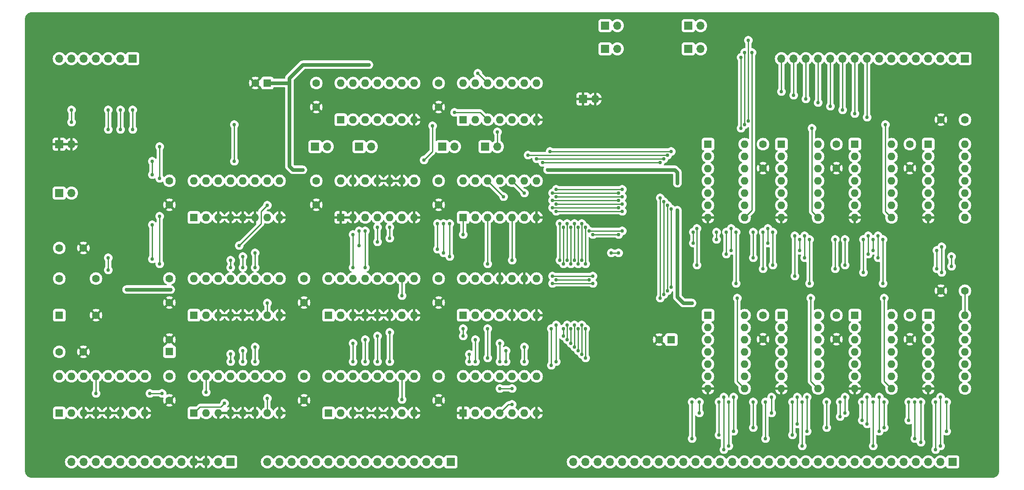
<source format=gbl>
G04 #@! TF.GenerationSoftware,KiCad,Pcbnew,(7.0.0)*
G04 #@! TF.CreationDate,2024-03-28T20:59:28-07:00*
G04 #@! TF.ProjectId,video_timing,76696465-6f5f-4746-996d-696e672e6b69,rev?*
G04 #@! TF.SameCoordinates,Original*
G04 #@! TF.FileFunction,Copper,L2,Bot*
G04 #@! TF.FilePolarity,Positive*
%FSLAX46Y46*%
G04 Gerber Fmt 4.6, Leading zero omitted, Abs format (unit mm)*
G04 Created by KiCad (PCBNEW (7.0.0)) date 2024-03-28 20:59:28*
%MOMM*%
%LPD*%
G01*
G04 APERTURE LIST*
G04 #@! TA.AperFunction,ComponentPad*
%ADD10R,1.700000X1.700000*%
G04 #@! TD*
G04 #@! TA.AperFunction,ComponentPad*
%ADD11O,1.700000X1.700000*%
G04 #@! TD*
G04 #@! TA.AperFunction,ComponentPad*
%ADD12C,1.600000*%
G04 #@! TD*
G04 #@! TA.AperFunction,ComponentPad*
%ADD13R,1.600000X1.600000*%
G04 #@! TD*
G04 #@! TA.AperFunction,ComponentPad*
%ADD14O,1.600000X1.600000*%
G04 #@! TD*
G04 #@! TA.AperFunction,ViaPad*
%ADD15C,0.762000*%
G04 #@! TD*
G04 #@! TA.AperFunction,Conductor*
%ADD16C,0.254000*%
G04 #@! TD*
G04 #@! TA.AperFunction,Conductor*
%ADD17C,0.762000*%
G04 #@! TD*
G04 APERTURE END LIST*
D10*
X167131999Y-69341999D03*
D11*
X169671999Y-69341999D03*
D10*
X146811999Y-79247999D03*
D11*
X149351999Y-79247999D03*
D10*
X111505999Y-79247999D03*
D11*
X114045999Y-79247999D03*
D10*
X120649999Y-79247999D03*
D11*
X123189999Y-79247999D03*
D10*
X137921999Y-79247999D03*
D11*
X140461999Y-79247999D03*
D10*
X188975999Y-54101999D03*
D11*
X191515999Y-54101999D03*
D10*
X171703999Y-58927999D03*
D11*
X174243999Y-58927999D03*
D10*
X188975999Y-58927999D03*
D11*
X191515999Y-58927999D03*
D10*
X171703999Y-54101999D03*
D11*
X174243999Y-54101999D03*
D12*
X137160000Y-66040000D03*
X137160000Y-71040000D03*
X81280000Y-86360000D03*
X81280000Y-91360000D03*
D13*
X193039999Y-114299999D03*
D14*
X193039999Y-116839999D03*
X193039999Y-119379999D03*
X193039999Y-121919999D03*
X193039999Y-124459999D03*
X193039999Y-126999999D03*
X193039999Y-129539999D03*
X200659999Y-129539999D03*
X200659999Y-126999999D03*
X200659999Y-124459999D03*
X200659999Y-121919999D03*
X200659999Y-119379999D03*
X200659999Y-116839999D03*
X200659999Y-114299999D03*
D10*
X139699999Y-144779999D03*
D11*
X137159999Y-144779999D03*
X134619999Y-144779999D03*
X132079999Y-144779999D03*
X129539999Y-144779999D03*
X126999999Y-144779999D03*
X124459999Y-144779999D03*
X121919999Y-144779999D03*
X119379999Y-144779999D03*
X116839999Y-144779999D03*
X114299999Y-144779999D03*
X111759999Y-144779999D03*
X109219999Y-144779999D03*
X106679999Y-144779999D03*
X104139999Y-144779999D03*
X101599999Y-144779999D03*
D13*
X81279999Y-121879999D03*
D12*
X81280000Y-119380000D03*
X111760000Y-66040000D03*
X111760000Y-71040000D03*
D13*
X208279999Y-78739999D03*
D14*
X208279999Y-81279999D03*
X208279999Y-83819999D03*
X208279999Y-86359999D03*
X208279999Y-88899999D03*
X208279999Y-91439999D03*
X208279999Y-93979999D03*
X215899999Y-93979999D03*
X215899999Y-91439999D03*
X215899999Y-88899999D03*
X215899999Y-86359999D03*
X215899999Y-83819999D03*
X215899999Y-81279999D03*
X215899999Y-78739999D03*
D13*
X238759999Y-78739999D03*
D14*
X238759999Y-81279999D03*
X238759999Y-83819999D03*
X238759999Y-86359999D03*
X238759999Y-88899999D03*
X238759999Y-91439999D03*
X238759999Y-93979999D03*
X246379999Y-93979999D03*
X246379999Y-91439999D03*
X246379999Y-88899999D03*
X246379999Y-86359999D03*
X246379999Y-83819999D03*
X246379999Y-81279999D03*
X246379999Y-78739999D03*
D13*
X223519999Y-78739999D03*
D14*
X223519999Y-81279999D03*
X223519999Y-83819999D03*
X223519999Y-86359999D03*
X223519999Y-88899999D03*
X223519999Y-91439999D03*
X223519999Y-93979999D03*
X231139999Y-93979999D03*
X231139999Y-91439999D03*
X231139999Y-88899999D03*
X231139999Y-86359999D03*
X231139999Y-83819999D03*
X231139999Y-81279999D03*
X231139999Y-78739999D03*
D10*
X58419999Y-88899999D03*
D11*
X60959999Y-88899999D03*
D12*
X137160000Y-111680000D03*
X137160000Y-106680000D03*
X246380000Y-73660000D03*
X241380000Y-73660000D03*
X137160000Y-127000000D03*
X137160000Y-132000000D03*
X81280000Y-132000000D03*
X81280000Y-127000000D03*
X81280000Y-111680000D03*
X81280000Y-106680000D03*
D10*
X93979999Y-144779999D03*
D11*
X91439999Y-144779999D03*
X88899999Y-144779999D03*
X86359999Y-144779999D03*
X83819999Y-144779999D03*
X81279999Y-144779999D03*
X78739999Y-144779999D03*
X76199999Y-144779999D03*
X73659999Y-144779999D03*
X71119999Y-144779999D03*
X68579999Y-144779999D03*
X66039999Y-144779999D03*
X63499999Y-144779999D03*
X60959999Y-144779999D03*
D10*
X58419999Y-78739999D03*
D11*
X60959999Y-78739999D03*
D13*
X114299999Y-134619999D03*
D14*
X116839999Y-134619999D03*
X119379999Y-134619999D03*
X121919999Y-134619999D03*
X124459999Y-134619999D03*
X126999999Y-134619999D03*
X129539999Y-134619999D03*
X132079999Y-134619999D03*
X132079999Y-126999999D03*
X129539999Y-126999999D03*
X126999999Y-126999999D03*
X124459999Y-126999999D03*
X121919999Y-126999999D03*
X119379999Y-126999999D03*
X116839999Y-126999999D03*
X114299999Y-126999999D03*
D13*
X208279999Y-114299999D03*
D14*
X208279999Y-116839999D03*
X208279999Y-119379999D03*
X208279999Y-121919999D03*
X208279999Y-124459999D03*
X208279999Y-126999999D03*
X208279999Y-129539999D03*
X215899999Y-129539999D03*
X215899999Y-126999999D03*
X215899999Y-124459999D03*
X215899999Y-121919999D03*
X215899999Y-119379999D03*
X215899999Y-116839999D03*
X215899999Y-114299999D03*
D13*
X142234999Y-114299999D03*
D14*
X144774999Y-114299999D03*
X147314999Y-114299999D03*
X149854999Y-114299999D03*
X152394999Y-114299999D03*
X154934999Y-114299999D03*
X157474999Y-114299999D03*
X157474999Y-106679999D03*
X154934999Y-106679999D03*
X152394999Y-106679999D03*
X149854999Y-106679999D03*
X147314999Y-106679999D03*
X144774999Y-106679999D03*
X142234999Y-106679999D03*
D12*
X246380000Y-109220000D03*
X241380000Y-109220000D03*
X219710000Y-78740000D03*
X219710000Y-83740000D03*
X111760000Y-91360000D03*
X111760000Y-86360000D03*
D13*
X116839999Y-93979999D03*
D14*
X119379999Y-93979999D03*
X121919999Y-93979999D03*
X124459999Y-93979999D03*
X126999999Y-93979999D03*
X129539999Y-93979999D03*
X132079999Y-93979999D03*
X132079999Y-86359999D03*
X129539999Y-86359999D03*
X126999999Y-86359999D03*
X124459999Y-86359999D03*
X121919999Y-86359999D03*
X119379999Y-86359999D03*
X116839999Y-86359999D03*
D12*
X219710000Y-114300000D03*
X219710000Y-119300000D03*
X58420000Y-100330000D03*
X63420000Y-100330000D03*
X109220000Y-111680000D03*
X109220000Y-106680000D03*
D13*
X142239999Y-93979999D03*
D14*
X144779999Y-93979999D03*
X147319999Y-93979999D03*
X149859999Y-93979999D03*
X152399999Y-93979999D03*
X154939999Y-93979999D03*
X157479999Y-93979999D03*
X157479999Y-86359999D03*
X154939999Y-86359999D03*
X152399999Y-86359999D03*
X149859999Y-86359999D03*
X147319999Y-86359999D03*
X144779999Y-86359999D03*
X142239999Y-86359999D03*
D13*
X101599999Y-66039999D03*
D12*
X99100000Y-66040000D03*
D10*
X73659999Y-60959999D03*
D11*
X71119999Y-60959999D03*
X68579999Y-60959999D03*
X66039999Y-60959999D03*
X63499999Y-60959999D03*
X60959999Y-60959999D03*
X58419999Y-60959999D03*
D13*
X58419999Y-114299999D03*
D12*
X66040000Y-114300000D03*
X66040000Y-106680000D03*
X58420000Y-106680000D03*
X234950000Y-78740000D03*
X234950000Y-83740000D03*
D13*
X193039999Y-78739999D03*
D14*
X193039999Y-81279999D03*
X193039999Y-83819999D03*
X193039999Y-86359999D03*
X193039999Y-88899999D03*
X193039999Y-91439999D03*
X193039999Y-93979999D03*
X200659999Y-93979999D03*
X200659999Y-91439999D03*
X200659999Y-88899999D03*
X200659999Y-86359999D03*
X200659999Y-83819999D03*
X200659999Y-81279999D03*
X200659999Y-78739999D03*
D13*
X116839999Y-73659999D03*
D14*
X119379999Y-73659999D03*
X121919999Y-73659999D03*
X124459999Y-73659999D03*
X126999999Y-73659999D03*
X129539999Y-73659999D03*
X132079999Y-73659999D03*
X132079999Y-66039999D03*
X129539999Y-66039999D03*
X126999999Y-66039999D03*
X124459999Y-66039999D03*
X121919999Y-66039999D03*
X119379999Y-66039999D03*
X116839999Y-66039999D03*
D12*
X204470000Y-78740000D03*
X204470000Y-83740000D03*
X58420000Y-121920000D03*
X63420000Y-121920000D03*
D13*
X114299999Y-114299999D03*
D14*
X116839999Y-114299999D03*
X119379999Y-114299999D03*
X121919999Y-114299999D03*
X124459999Y-114299999D03*
X126999999Y-114299999D03*
X129539999Y-114299999D03*
X132079999Y-114299999D03*
X132079999Y-106679999D03*
X129539999Y-106679999D03*
X126999999Y-106679999D03*
X124459999Y-106679999D03*
X121919999Y-106679999D03*
X119379999Y-106679999D03*
X116839999Y-106679999D03*
X114299999Y-106679999D03*
D12*
X137160000Y-91360000D03*
X137160000Y-86360000D03*
D13*
X142239999Y-73659999D03*
D14*
X144779999Y-73659999D03*
X147319999Y-73659999D03*
X149859999Y-73659999D03*
X152399999Y-73659999D03*
X154939999Y-73659999D03*
X157479999Y-73659999D03*
X157479999Y-66039999D03*
X154939999Y-66039999D03*
X152399999Y-66039999D03*
X149859999Y-66039999D03*
X147319999Y-66039999D03*
X144779999Y-66039999D03*
X142239999Y-66039999D03*
D10*
X246379999Y-60959999D03*
D11*
X243839999Y-60959999D03*
X241299999Y-60959999D03*
X238759999Y-60959999D03*
X236219999Y-60959999D03*
X233679999Y-60959999D03*
X231139999Y-60959999D03*
X228599999Y-60959999D03*
X226059999Y-60959999D03*
X223519999Y-60959999D03*
X220979999Y-60959999D03*
X218439999Y-60959999D03*
X215899999Y-60959999D03*
X213359999Y-60959999D03*
X210819999Y-60959999D03*
X208279999Y-60959999D03*
D12*
X234950000Y-114300000D03*
X234950000Y-119300000D03*
D13*
X185419999Y-119379999D03*
D12*
X182920000Y-119380000D03*
X204470000Y-114300000D03*
X204470000Y-119300000D03*
D13*
X58419999Y-134619999D03*
D14*
X60959999Y-134619999D03*
X63499999Y-134619999D03*
X66039999Y-134619999D03*
X68579999Y-134619999D03*
X71119999Y-134619999D03*
X73659999Y-134619999D03*
X76199999Y-134619999D03*
X76199999Y-126999999D03*
X73659999Y-126999999D03*
X71119999Y-126999999D03*
X68579999Y-126999999D03*
X66039999Y-126999999D03*
X63499999Y-126999999D03*
X60959999Y-126999999D03*
X58419999Y-126999999D03*
D13*
X86359999Y-93979999D03*
D14*
X88899999Y-93979999D03*
X91439999Y-93979999D03*
X93979999Y-93979999D03*
X96519999Y-93979999D03*
X99059999Y-93979999D03*
X101599999Y-93979999D03*
X104139999Y-93979999D03*
X104139999Y-86359999D03*
X101599999Y-86359999D03*
X99059999Y-86359999D03*
X96519999Y-86359999D03*
X93979999Y-86359999D03*
X91439999Y-86359999D03*
X88899999Y-86359999D03*
X86359999Y-86359999D03*
D10*
X243839999Y-144779999D03*
D11*
X241299999Y-144779999D03*
X238759999Y-144779999D03*
X236219999Y-144779999D03*
X233679999Y-144779999D03*
X231139999Y-144779999D03*
X228599999Y-144779999D03*
X226059999Y-144779999D03*
X223519999Y-144779999D03*
X220979999Y-144779999D03*
X218439999Y-144779999D03*
X215899999Y-144779999D03*
X213359999Y-144779999D03*
X210819999Y-144779999D03*
X208279999Y-144779999D03*
X205739999Y-144779999D03*
X203199999Y-144779999D03*
X200659999Y-144779999D03*
X198119999Y-144779999D03*
X195579999Y-144779999D03*
X193039999Y-144779999D03*
X190499999Y-144779999D03*
X187959999Y-144779999D03*
X185419999Y-144779999D03*
X182879999Y-144779999D03*
X180339999Y-144779999D03*
X177799999Y-144779999D03*
X175259999Y-144779999D03*
X172719999Y-144779999D03*
X170179999Y-144779999D03*
X167639999Y-144779999D03*
X165099999Y-144779999D03*
D13*
X238759999Y-114299999D03*
D14*
X238759999Y-116839999D03*
X238759999Y-119379999D03*
X238759999Y-121919999D03*
X238759999Y-124459999D03*
X238759999Y-126999999D03*
X238759999Y-129539999D03*
X246379999Y-129539999D03*
X246379999Y-126999999D03*
X246379999Y-124459999D03*
X246379999Y-121919999D03*
X246379999Y-119379999D03*
X246379999Y-116839999D03*
X246379999Y-114299999D03*
D13*
X86359999Y-134619999D03*
D14*
X88899999Y-134619999D03*
X91439999Y-134619999D03*
X93979999Y-134619999D03*
X96519999Y-134619999D03*
X99059999Y-134619999D03*
X101599999Y-134619999D03*
X104139999Y-134619999D03*
X104139999Y-126999999D03*
X101599999Y-126999999D03*
X99059999Y-126999999D03*
X96519999Y-126999999D03*
X93979999Y-126999999D03*
X91439999Y-126999999D03*
X88899999Y-126999999D03*
X86359999Y-126999999D03*
D12*
X109220000Y-127000000D03*
X109220000Y-132000000D03*
D13*
X142239999Y-134619999D03*
D14*
X144779999Y-134619999D03*
X147319999Y-134619999D03*
X149859999Y-134619999D03*
X152399999Y-134619999D03*
X154939999Y-134619999D03*
X157479999Y-134619999D03*
X157479999Y-126999999D03*
X154939999Y-126999999D03*
X152399999Y-126999999D03*
X149859999Y-126999999D03*
X147319999Y-126999999D03*
X144779999Y-126999999D03*
X142239999Y-126999999D03*
D13*
X223519999Y-114299999D03*
D14*
X223519999Y-116839999D03*
X223519999Y-119379999D03*
X223519999Y-121919999D03*
X223519999Y-124459999D03*
X223519999Y-126999999D03*
X223519999Y-129539999D03*
X231139999Y-129539999D03*
X231139999Y-126999999D03*
X231139999Y-124459999D03*
X231139999Y-121919999D03*
X231139999Y-119379999D03*
X231139999Y-116839999D03*
X231139999Y-114299999D03*
D13*
X86359999Y-114299999D03*
D14*
X88899999Y-114299999D03*
X91439999Y-114299999D03*
X93979999Y-114299999D03*
X96519999Y-114299999D03*
X99059999Y-114299999D03*
X101599999Y-114299999D03*
X104139999Y-114299999D03*
X104139999Y-106679999D03*
X101599999Y-106679999D03*
X99059999Y-106679999D03*
X96519999Y-106679999D03*
X93979999Y-106679999D03*
X91439999Y-106679999D03*
X88899999Y-106679999D03*
X86359999Y-106679999D03*
D15*
X149352000Y-76200000D03*
X122682000Y-62230000D03*
X188468000Y-111760000D03*
X81534000Y-108966000D03*
X108966000Y-84074000D03*
X186690000Y-86868000D03*
X161036000Y-84074000D03*
X121412000Y-62230000D03*
X186690000Y-93726000D03*
X186690000Y-85598000D03*
X73660000Y-108966000D03*
X80264000Y-108966000D03*
X101600000Y-111760000D03*
X101600000Y-131572000D03*
X186690000Y-92456000D03*
X189738000Y-111760000D03*
X72390000Y-108966000D03*
X159766000Y-84074000D03*
X107696000Y-84074000D03*
X68580000Y-71628000D03*
X79756000Y-130556000D03*
X66040000Y-130556000D03*
X68580000Y-104902000D03*
X68580000Y-75692000D03*
X77216000Y-130556000D03*
X68580000Y-102362000D03*
X165354000Y-102870000D03*
X225044000Y-132334000D03*
X234696000Y-132334000D03*
X154940000Y-123952000D03*
X234696000Y-136144000D03*
X165354000Y-120904000D03*
X165354000Y-95250000D03*
X99060000Y-120904000D03*
X165354000Y-116332000D03*
X154940000Y-120904000D03*
X99060000Y-123952000D03*
X225044000Y-136144000D03*
X166116000Y-121666000D03*
X166116000Y-103632000D03*
X151130000Y-121666000D03*
X96520000Y-123952000D03*
X166116000Y-96012000D03*
X226060000Y-131318000D03*
X211582000Y-131318000D03*
X166116000Y-117094000D03*
X211582000Y-136906000D03*
X151130000Y-123952000D03*
X226060000Y-136906000D03*
X96520000Y-121666000D03*
X166878000Y-95250000D03*
X143510000Y-123952000D03*
X166878000Y-102870000D03*
X93991734Y-122384671D03*
X93980000Y-123952000D03*
X166878000Y-122428000D03*
X166878000Y-116332000D03*
X143510000Y-122428000D03*
X167640000Y-117094000D03*
X147320000Y-117094000D03*
X167640000Y-123190000D03*
X167640000Y-96012000D03*
X147320000Y-123190000D03*
X167640000Y-103632000D03*
X88900000Y-130302000D03*
X129540000Y-131826000D03*
X127000000Y-123952000D03*
X162306000Y-95250000D03*
X127000000Y-117856000D03*
X162306000Y-102870000D03*
X142240000Y-117094000D03*
X142240000Y-118618000D03*
X163068000Y-117094000D03*
X163068000Y-103632000D03*
X163068000Y-118618000D03*
X124460000Y-118618000D03*
X124460000Y-123952000D03*
X163068000Y-96012000D03*
X121920000Y-123952000D03*
X191262000Y-132334000D03*
X221488000Y-134620000D03*
X144780000Y-119380000D03*
X121920000Y-119380000D03*
X221488000Y-131318000D03*
X163830000Y-116332000D03*
X191262000Y-134620000D03*
X206248000Y-131318000D03*
X144780000Y-123952000D03*
X163830000Y-119380000D03*
X163830000Y-95250000D03*
X206248000Y-134620000D03*
X163830000Y-102870000D03*
X149860000Y-123952000D03*
X164592000Y-96012000D03*
X119380000Y-120142000D03*
X164592000Y-103632000D03*
X164592000Y-120142000D03*
X220472000Y-135382000D03*
X149860000Y-120142000D03*
X119380000Y-123952000D03*
X164592000Y-117094000D03*
X220472000Y-132334000D03*
X79248000Y-93726000D03*
X79248000Y-103632000D03*
X79248000Y-85852000D03*
X79248000Y-79248000D03*
X219456000Y-98552000D03*
X219456000Y-104648000D03*
X138176000Y-95250000D03*
X240538000Y-100838000D03*
X99060000Y-104394000D03*
X223520000Y-72390000D03*
X204470000Y-97028000D03*
X174498000Y-101346000D03*
X99060000Y-101346000D03*
X138176000Y-101346000D03*
X172974000Y-101346000D03*
X240538000Y-104648000D03*
X204470000Y-104648000D03*
X241554000Y-105410000D03*
X139446000Y-95250000D03*
X225298000Y-98552000D03*
X225298000Y-105410000D03*
X96520000Y-102108000D03*
X96520000Y-104394000D03*
X139446000Y-102108000D03*
X241554000Y-100076000D03*
X226060000Y-73152000D03*
X93980000Y-104394000D03*
X160782000Y-106172000D03*
X169164000Y-106172000D03*
X211074000Y-106172000D03*
X211074000Y-97790000D03*
X93980000Y-102870000D03*
X152400000Y-102870000D03*
X161544000Y-106934000D03*
X243586000Y-104140000D03*
X168402000Y-106934000D03*
X243586000Y-102108000D03*
X147320000Y-103632000D03*
X95758000Y-99822000D03*
X101600000Y-91440000D03*
X127000000Y-96012000D03*
X213360000Y-69342000D03*
X127000000Y-98298000D03*
X124460000Y-96012000D03*
X215900000Y-70104000D03*
X124460000Y-99060000D03*
X218440000Y-70866000D03*
X120650000Y-99822000D03*
X120650000Y-96774000D03*
X220980000Y-71628000D03*
X136906000Y-100584000D03*
X136906000Y-95250000D03*
X129540000Y-110236000D03*
X160528000Y-117094000D03*
X242570000Y-138430000D03*
X213614000Y-131318000D03*
X198374000Y-138430000D03*
X198374000Y-131318000D03*
X242570000Y-132334000D03*
X160528000Y-124714000D03*
X228600000Y-131318000D03*
X213614000Y-138430000D03*
X228600000Y-138430000D03*
X197358000Y-141478000D03*
X241300000Y-141478000D03*
X241300000Y-131318000D03*
X197358000Y-132334000D03*
X227330000Y-132334000D03*
X212598000Y-141478000D03*
X227330000Y-141478000D03*
X212598000Y-132334000D03*
X152400000Y-132842000D03*
X196342000Y-131318000D03*
X240284000Y-142240000D03*
X240284000Y-132334000D03*
X196342000Y-142240000D03*
X210566000Y-139192000D03*
X195326000Y-132334000D03*
X210566000Y-132334000D03*
X195326000Y-139192000D03*
X235966000Y-139954000D03*
X189738000Y-132334000D03*
X204978000Y-139954000D03*
X204978000Y-132334000D03*
X189738000Y-139954000D03*
X235966000Y-132334000D03*
X149860000Y-129540000D03*
X152400000Y-129540000D03*
X237236000Y-132334000D03*
X237236000Y-140716000D03*
X217678000Y-132334000D03*
X229616000Y-137668000D03*
X161544000Y-123952000D03*
X229616000Y-132334000D03*
X202438000Y-132334000D03*
X217678000Y-137668000D03*
X202438000Y-137668000D03*
X161544000Y-116332000D03*
X161544000Y-89662000D03*
X150622000Y-89662000D03*
X175260000Y-89662000D03*
X205486000Y-99314000D03*
X189992000Y-97028000D03*
X189992000Y-99314000D03*
X205486000Y-96266000D03*
X197866000Y-100838000D03*
X227330000Y-98552000D03*
X212090000Y-100838000D03*
X161544000Y-91186000D03*
X212090000Y-98552000D03*
X227330000Y-100838000D03*
X197866000Y-96266000D03*
X175260000Y-91186000D03*
X226314000Y-97790000D03*
X174498000Y-91948000D03*
X160782000Y-91948000D03*
X196850000Y-97028000D03*
X226314000Y-101600000D03*
X196850000Y-101600000D03*
X175260000Y-88138000D03*
X161544000Y-88138000D03*
X194818000Y-98552000D03*
X154940000Y-88900000D03*
X194818000Y-97028000D03*
X174498000Y-88900000D03*
X160782000Y-88900000D03*
X184658000Y-81026000D03*
X184658000Y-91440000D03*
X229616000Y-110744000D03*
X184658000Y-109220000D03*
X155702000Y-81026000D03*
X73660000Y-75692000D03*
X73660000Y-71628000D03*
X185420000Y-92202000D03*
X92710000Y-132588000D03*
X185420000Y-108458000D03*
X185420000Y-80264000D03*
X160274000Y-80264000D03*
X60960000Y-71628000D03*
X60960000Y-74168000D03*
X183896000Y-90678000D03*
X183896000Y-81788000D03*
X183896000Y-109982000D03*
X214376000Y-110744000D03*
X157480000Y-81788000D03*
X183134000Y-110744000D03*
X183134000Y-89916000D03*
X183134000Y-82550000D03*
X158750000Y-82550000D03*
X199136000Y-110744000D03*
X200660000Y-74676000D03*
X229870000Y-74676000D03*
X200660000Y-59690000D03*
X135890000Y-74930000D03*
X134112000Y-82042000D03*
X71120000Y-75692000D03*
X71120000Y-71628000D03*
X140462000Y-72136000D03*
X201422000Y-73914000D03*
X77724000Y-82296000D03*
X94742000Y-74676000D03*
X77724000Y-85090000D03*
X77724000Y-102616000D03*
X201422000Y-57150000D03*
X77724000Y-95504000D03*
X94742000Y-82296000D03*
X145288000Y-64008000D03*
X199898000Y-75438000D03*
X199898000Y-60706000D03*
X214630000Y-75438000D03*
X202184000Y-59690000D03*
X228346000Y-102362000D03*
X228346000Y-97790000D03*
X161544000Y-92710000D03*
X202438000Y-102362000D03*
X213106000Y-102362000D03*
X213106000Y-97790000D03*
X175260000Y-92710000D03*
X202438000Y-97028000D03*
X160782000Y-90424000D03*
X174498000Y-90424000D03*
X169164000Y-107696000D03*
X160782000Y-107696000D03*
X229362000Y-107696000D03*
X214122000Y-98552000D03*
X229362000Y-98552000D03*
X198882000Y-97028000D03*
X214122000Y-107696000D03*
X198882000Y-107696000D03*
X175260000Y-96774000D03*
X121920000Y-104394000D03*
X168402000Y-96774000D03*
X208280000Y-67818000D03*
X121920000Y-96774000D03*
X142240000Y-97536000D03*
X221488000Y-98552000D03*
X210820000Y-68580000D03*
X190754000Y-96266000D03*
X119380000Y-104394000D03*
X169164000Y-97536000D03*
X206502000Y-97028000D03*
X119380000Y-97536000D03*
X206502000Y-103886000D03*
X174498000Y-97536000D03*
X190754000Y-103886000D03*
X221488000Y-103886000D03*
D16*
X149352000Y-79248000D02*
X149352000Y-76200000D01*
X134112000Y-82042000D02*
X135890000Y-80264000D01*
X135890000Y-80264000D02*
X135890000Y-74930000D01*
X145796000Y-72136000D02*
X147320000Y-73660000D01*
X140462000Y-72136000D02*
X145796000Y-72136000D01*
X246380000Y-109220000D02*
X246380000Y-114300000D01*
X101600000Y-134620000D02*
X101600000Y-131572000D01*
D17*
X101600000Y-66040000D02*
X106172000Y-66040000D01*
X186182000Y-84074000D02*
X159766000Y-84074000D01*
X106172000Y-65024000D02*
X106172000Y-66040000D01*
X108966000Y-62230000D02*
X106172000Y-65024000D01*
X186690000Y-85598000D02*
X186690000Y-86868000D01*
X107696000Y-84074000D02*
X108966000Y-84074000D01*
X189738000Y-111760000D02*
X187960000Y-111760000D01*
X186690000Y-110490000D02*
X186690000Y-93726000D01*
X186690000Y-85598000D02*
X186690000Y-84582000D01*
X106172000Y-83312000D02*
X106934000Y-84074000D01*
X186690000Y-93726000D02*
X186690000Y-92456000D01*
X72390000Y-108966000D02*
X81534000Y-108966000D01*
X106934000Y-84074000D02*
X107696000Y-84074000D01*
X106172000Y-66040000D02*
X106172000Y-83312000D01*
X122682000Y-62230000D02*
X108966000Y-62230000D01*
X186690000Y-84582000D02*
X186182000Y-84074000D01*
X187960000Y-111760000D02*
X186690000Y-110490000D01*
D16*
X101600000Y-114300000D02*
X101600000Y-111760000D01*
X77216000Y-130556000D02*
X79756000Y-130556000D01*
X68580000Y-75692000D02*
X68580000Y-71628000D01*
X68580000Y-102362000D02*
X68580000Y-104902000D01*
X66040000Y-127000000D02*
X66040000Y-130556000D01*
X165354000Y-95250000D02*
X165354000Y-102870000D01*
X225044000Y-136144000D02*
X225044000Y-132334000D01*
X234696000Y-136144000D02*
X234696000Y-132334000D01*
X99060000Y-120904000D02*
X99060000Y-123952000D01*
X154940000Y-123952000D02*
X154940000Y-120904000D01*
X165354000Y-120904000D02*
X165354000Y-116332000D01*
X226060000Y-136906000D02*
X226060000Y-131318000D01*
X151130000Y-123952000D02*
X151130000Y-121666000D01*
X96520000Y-123952000D02*
X96520000Y-121666000D01*
X166116000Y-121666000D02*
X166116000Y-117094000D01*
X166116000Y-103632000D02*
X166116000Y-96012000D01*
X211582000Y-136906000D02*
X211582000Y-131318000D01*
X93991734Y-122384671D02*
X93991734Y-123940266D01*
X166878000Y-122428000D02*
X166878000Y-116332000D01*
X93991734Y-123940266D02*
X93980000Y-123952000D01*
X166878000Y-95250000D02*
X166878000Y-102870000D01*
X143510000Y-123952000D02*
X143510000Y-122428000D01*
X167640000Y-117094000D02*
X167640000Y-123190000D01*
X167640000Y-96012000D02*
X167640000Y-103632000D01*
X147320000Y-117094000D02*
X147320000Y-123190000D01*
X129540000Y-131826000D02*
X129540000Y-127000000D01*
X88900000Y-130302000D02*
X88900000Y-127000000D01*
X162306000Y-102870000D02*
X162306000Y-95250000D01*
X127000000Y-123952000D02*
X127000000Y-117856000D01*
X163068000Y-96012000D02*
X163068000Y-103632000D01*
X142240000Y-117094000D02*
X142240000Y-118618000D01*
X163068000Y-118618000D02*
X163068000Y-117094000D01*
X124460000Y-123952000D02*
X124460000Y-118618000D01*
X191262000Y-132334000D02*
X191262000Y-134620000D01*
X121920000Y-123952000D02*
X121920000Y-119380000D01*
X144780000Y-123952000D02*
X144780000Y-119380000D01*
X206248000Y-131318000D02*
X206248000Y-134620000D01*
X221488000Y-131318000D02*
X221488000Y-134620000D01*
X163830000Y-102870000D02*
X163830000Y-95250000D01*
X163830000Y-119380000D02*
X163830000Y-116332000D01*
X149860000Y-123952000D02*
X149860000Y-120142000D01*
X119380000Y-123952000D02*
X119380000Y-120142000D01*
X164592000Y-120142000D02*
X164592000Y-117094000D01*
X164592000Y-96012000D02*
X164592000Y-103632000D01*
X220472000Y-132334000D02*
X220472000Y-135382000D01*
X79248000Y-93726000D02*
X79248000Y-103632000D01*
X79248000Y-85852000D02*
X79248000Y-79248000D01*
X99060000Y-104394000D02*
X99060000Y-101346000D01*
X223520000Y-60960000D02*
X223520000Y-72390000D01*
X240538000Y-100838000D02*
X240538000Y-104648000D01*
X174498000Y-101346000D02*
X172974000Y-101346000D01*
X204470000Y-97028000D02*
X204470000Y-104648000D01*
X219456000Y-98552000D02*
X219456000Y-104648000D01*
X138176000Y-95250000D02*
X138176000Y-101346000D01*
X225298000Y-98552000D02*
X225298000Y-105410000D01*
X96520000Y-104394000D02*
X96520000Y-102108000D01*
X241554000Y-100076000D02*
X241554000Y-105410000D01*
X226060000Y-60960000D02*
X226060000Y-73152000D01*
X139446000Y-95250000D02*
X139446000Y-102108000D01*
X211074000Y-97790000D02*
X211074000Y-106172000D01*
X93980000Y-104394000D02*
X93980000Y-102870000D01*
X169164000Y-106172000D02*
X160782000Y-106172000D01*
X152400000Y-93980000D02*
X152400000Y-102870000D01*
X243586000Y-104140000D02*
X243586000Y-102108000D01*
X147320000Y-93980000D02*
X147320000Y-103632000D01*
X168402000Y-106934000D02*
X161544000Y-106934000D01*
X100330000Y-95250000D02*
X95758000Y-99822000D01*
X100330000Y-92710000D02*
X100330000Y-95250000D01*
X101600000Y-91440000D02*
X100330000Y-92710000D01*
X213360000Y-60960000D02*
X213360000Y-69342000D01*
X127000000Y-96012000D02*
X127000000Y-98298000D01*
X124460000Y-96012000D02*
X124460000Y-99060000D01*
X215900000Y-60960000D02*
X215900000Y-70104000D01*
X120650000Y-96774000D02*
X120650000Y-99822000D01*
X218440000Y-60960000D02*
X218440000Y-70866000D01*
X220980000Y-60960000D02*
X220980000Y-71628000D01*
X136906000Y-95250000D02*
X136906000Y-100584000D01*
X129540000Y-110236000D02*
X129540000Y-106680000D01*
X242570000Y-138430000D02*
X242570000Y-132334000D01*
X228600000Y-138430000D02*
X228600000Y-131318000D01*
X198374000Y-138430000D02*
X198374000Y-131318000D01*
X213614000Y-138430000D02*
X213614000Y-131318000D01*
X160528000Y-124714000D02*
X160528000Y-117094000D01*
X227330000Y-141478000D02*
X227330000Y-132334000D01*
X151638000Y-132842000D02*
X149860000Y-134620000D01*
X212598000Y-141478000D02*
X212598000Y-132334000D01*
X152400000Y-132842000D02*
X151638000Y-132842000D01*
X241300000Y-141478000D02*
X241300000Y-131318000D01*
X197358000Y-141478000D02*
X197358000Y-132334000D01*
X196342000Y-142240000D02*
X196342000Y-131318000D01*
X240284000Y-142240000D02*
X240284000Y-132334000D01*
X195326000Y-132334000D02*
X195326000Y-139192000D01*
X210566000Y-132334000D02*
X210566000Y-139192000D01*
X189738000Y-132334000D02*
X189738000Y-139954000D01*
X235966000Y-139954000D02*
X235966000Y-132334000D01*
X204978000Y-132334000D02*
X204978000Y-139954000D01*
X237236000Y-140716000D02*
X237236000Y-132334000D01*
X149860000Y-129540000D02*
X152400000Y-129540000D01*
X229616000Y-137668000D02*
X229616000Y-132334000D01*
X202438000Y-132334000D02*
X202438000Y-137668000D01*
X217678000Y-132334000D02*
X217678000Y-137668000D01*
X161544000Y-116332000D02*
X161544000Y-123952000D01*
X150622000Y-89662000D02*
X147320000Y-86360000D01*
X189992000Y-97028000D02*
X189992000Y-99314000D01*
X205486000Y-96266000D02*
X205486000Y-99314000D01*
X161544000Y-89662000D02*
X175260000Y-89662000D01*
X197866000Y-96266000D02*
X197866000Y-100838000D01*
X227330000Y-98552000D02*
X227330000Y-100838000D01*
X212090000Y-98552000D02*
X212090000Y-100838000D01*
X161544000Y-91186000D02*
X175260000Y-91186000D01*
X160782000Y-91948000D02*
X174498000Y-91948000D01*
X196850000Y-97028000D02*
X196850000Y-101600000D01*
X226314000Y-97790000D02*
X226314000Y-101600000D01*
X161544000Y-88138000D02*
X175260000Y-88138000D01*
X152400000Y-86360000D02*
X154940000Y-88900000D01*
X160782000Y-88900000D02*
X174498000Y-88900000D01*
X194818000Y-97028000D02*
X194818000Y-98552000D01*
X184658000Y-109220000D02*
X184658000Y-91440000D01*
X229616000Y-110744000D02*
X229616000Y-128016000D01*
X184658000Y-81026000D02*
X155702000Y-81026000D01*
X229616000Y-128016000D02*
X231140000Y-129540000D01*
X73660000Y-75692000D02*
X73660000Y-71628000D01*
X185420000Y-108458000D02*
X185420000Y-92202000D01*
X160274000Y-80264000D02*
X185420000Y-80264000D01*
X86360000Y-134620000D02*
X87630000Y-133350000D01*
X87630000Y-133350000D02*
X91948000Y-133350000D01*
X91948000Y-133350000D02*
X92710000Y-132588000D01*
X60960000Y-74168000D02*
X60960000Y-71628000D01*
X183896000Y-109982000D02*
X183896000Y-90678000D01*
X183896000Y-81788000D02*
X157480000Y-81788000D01*
X214376000Y-128016000D02*
X215900000Y-129540000D01*
X214376000Y-110744000D02*
X214376000Y-128016000D01*
X200660000Y-129540000D02*
X199136000Y-128016000D01*
X199136000Y-128016000D02*
X199136000Y-110744000D01*
X183134000Y-110744000D02*
X183134000Y-89916000D01*
X183134000Y-82550000D02*
X158750000Y-82550000D01*
X231140000Y-93980000D02*
X229870000Y-92710000D01*
X229870000Y-92710000D02*
X229870000Y-74676000D01*
X200660000Y-74676000D02*
X200660000Y-59690000D01*
X71120000Y-75692000D02*
X71120000Y-71628000D01*
X77724000Y-102616000D02*
X77724000Y-95504000D01*
X94742000Y-74676000D02*
X94742000Y-82296000D01*
X77724000Y-82296000D02*
X77724000Y-85090000D01*
X201422000Y-73914000D02*
X201422000Y-57150000D01*
X147320000Y-66040000D02*
X145288000Y-64008000D01*
X214630000Y-92710000D02*
X214630000Y-75438000D01*
X199898000Y-75438000D02*
X199898000Y-60706000D01*
X215900000Y-93980000D02*
X214630000Y-92710000D01*
X202184000Y-92456000D02*
X200660000Y-93980000D01*
X202184000Y-59690000D02*
X202184000Y-92456000D01*
X161544000Y-92710000D02*
X175260000Y-92710000D01*
X202438000Y-97028000D02*
X202438000Y-102362000D01*
X228346000Y-97790000D02*
X228346000Y-102362000D01*
X213106000Y-97790000D02*
X213106000Y-102362000D01*
X160782000Y-90424000D02*
X174498000Y-90424000D01*
X214122000Y-98552000D02*
X214122000Y-107696000D01*
X198882000Y-97028000D02*
X198882000Y-107696000D01*
X160782000Y-107696000D02*
X169164000Y-107696000D01*
X229362000Y-98552000D02*
X229362000Y-107696000D01*
X175260000Y-96774000D02*
X168402000Y-96774000D01*
X208280000Y-60960000D02*
X208280000Y-67818000D01*
X121920000Y-104394000D02*
X121920000Y-96774000D01*
X210820000Y-60960000D02*
X210820000Y-68580000D01*
X119380000Y-104394000D02*
X119380000Y-97536000D01*
X142240000Y-93980000D02*
X142240000Y-97536000D01*
X190754000Y-96266000D02*
X190754000Y-103886000D01*
X206502000Y-97028000D02*
X206502000Y-103886000D01*
X221488000Y-103886000D02*
X221488000Y-98552000D01*
X174498000Y-97536000D02*
X169164000Y-97536000D01*
G04 #@! TA.AperFunction,Conductor*
G36*
X252099853Y-51308881D02*
G01*
X252303734Y-51324927D01*
X252322950Y-51327971D01*
X252517062Y-51374574D01*
X252535552Y-51380582D01*
X252719987Y-51456976D01*
X252737312Y-51465804D01*
X252907524Y-51570110D01*
X252923260Y-51581544D01*
X253075053Y-51711187D01*
X253088812Y-51724946D01*
X253218455Y-51876739D01*
X253229890Y-51892477D01*
X253334192Y-52062681D01*
X253343026Y-52080019D01*
X253419414Y-52264438D01*
X253425427Y-52282943D01*
X253472028Y-52477050D01*
X253475072Y-52496268D01*
X253491118Y-52700146D01*
X253491500Y-52709875D01*
X253491500Y-146680125D01*
X253491118Y-146689854D01*
X253475072Y-146893731D01*
X253472028Y-146912949D01*
X253425427Y-147107056D01*
X253419414Y-147125561D01*
X253343026Y-147309980D01*
X253334192Y-147327318D01*
X253229892Y-147497519D01*
X253218455Y-147513260D01*
X253088812Y-147665053D01*
X253075053Y-147678812D01*
X252923260Y-147808455D01*
X252907519Y-147819892D01*
X252737318Y-147924192D01*
X252719980Y-147933026D01*
X252535561Y-148009414D01*
X252517056Y-148015427D01*
X252322949Y-148062028D01*
X252303731Y-148065072D01*
X252099854Y-148081118D01*
X252090125Y-148081500D01*
X52709875Y-148081500D01*
X52700146Y-148081118D01*
X52496268Y-148065072D01*
X52477050Y-148062028D01*
X52282943Y-148015427D01*
X52264438Y-148009414D01*
X52080019Y-147933026D01*
X52062681Y-147924192D01*
X51892480Y-147819892D01*
X51876739Y-147808455D01*
X51724946Y-147678812D01*
X51711187Y-147665053D01*
X51581544Y-147513260D01*
X51570110Y-147497524D01*
X51465804Y-147327312D01*
X51456976Y-147309987D01*
X51380582Y-147125552D01*
X51374574Y-147107062D01*
X51327971Y-146912949D01*
X51324927Y-146893731D01*
X51308882Y-146689854D01*
X51308500Y-146680125D01*
X51308500Y-144780000D01*
X59604341Y-144780000D01*
X59624937Y-145015408D01*
X59626336Y-145020630D01*
X59626337Y-145020634D01*
X59684694Y-145238430D01*
X59684697Y-145238438D01*
X59686097Y-145243663D01*
X59688385Y-145248570D01*
X59688386Y-145248572D01*
X59783678Y-145452927D01*
X59783681Y-145452933D01*
X59785965Y-145457830D01*
X59789064Y-145462257D01*
X59789066Y-145462259D01*
X59918399Y-145646966D01*
X59918402Y-145646970D01*
X59921505Y-145651401D01*
X60088599Y-145818495D01*
X60093031Y-145821598D01*
X60093033Y-145821600D01*
X60237260Y-145922589D01*
X60282170Y-145954035D01*
X60496337Y-146053903D01*
X60724592Y-146115063D01*
X60960000Y-146135659D01*
X61195408Y-146115063D01*
X61423663Y-146053903D01*
X61637830Y-145954035D01*
X61831401Y-145818495D01*
X61998495Y-145651401D01*
X62128424Y-145465842D01*
X62172743Y-145426976D01*
X62230000Y-145412965D01*
X62287257Y-145426976D01*
X62331575Y-145465842D01*
X62458395Y-145646961D01*
X62458401Y-145646968D01*
X62461505Y-145651401D01*
X62628599Y-145818495D01*
X62633031Y-145821598D01*
X62633033Y-145821600D01*
X62777260Y-145922589D01*
X62822170Y-145954035D01*
X63036337Y-146053903D01*
X63264592Y-146115063D01*
X63500000Y-146135659D01*
X63735408Y-146115063D01*
X63963663Y-146053903D01*
X64177830Y-145954035D01*
X64371401Y-145818495D01*
X64538495Y-145651401D01*
X64668424Y-145465842D01*
X64712743Y-145426976D01*
X64770000Y-145412965D01*
X64827257Y-145426976D01*
X64871575Y-145465842D01*
X64998395Y-145646961D01*
X64998401Y-145646968D01*
X65001505Y-145651401D01*
X65168599Y-145818495D01*
X65173031Y-145821598D01*
X65173033Y-145821600D01*
X65317260Y-145922589D01*
X65362170Y-145954035D01*
X65576337Y-146053903D01*
X65804592Y-146115063D01*
X66040000Y-146135659D01*
X66275408Y-146115063D01*
X66503663Y-146053903D01*
X66717830Y-145954035D01*
X66911401Y-145818495D01*
X67078495Y-145651401D01*
X67208424Y-145465842D01*
X67252743Y-145426976D01*
X67310000Y-145412965D01*
X67367257Y-145426976D01*
X67411575Y-145465842D01*
X67538395Y-145646961D01*
X67538401Y-145646968D01*
X67541505Y-145651401D01*
X67708599Y-145818495D01*
X67713031Y-145821598D01*
X67713033Y-145821600D01*
X67857260Y-145922589D01*
X67902170Y-145954035D01*
X68116337Y-146053903D01*
X68344592Y-146115063D01*
X68580000Y-146135659D01*
X68815408Y-146115063D01*
X69043663Y-146053903D01*
X69257830Y-145954035D01*
X69451401Y-145818495D01*
X69618495Y-145651401D01*
X69748424Y-145465842D01*
X69792743Y-145426976D01*
X69850000Y-145412965D01*
X69907257Y-145426976D01*
X69951575Y-145465842D01*
X70078395Y-145646961D01*
X70078401Y-145646968D01*
X70081505Y-145651401D01*
X70248599Y-145818495D01*
X70253031Y-145821598D01*
X70253033Y-145821600D01*
X70397260Y-145922589D01*
X70442170Y-145954035D01*
X70656337Y-146053903D01*
X70884592Y-146115063D01*
X71120000Y-146135659D01*
X71355408Y-146115063D01*
X71583663Y-146053903D01*
X71797830Y-145954035D01*
X71991401Y-145818495D01*
X72158495Y-145651401D01*
X72288424Y-145465842D01*
X72332743Y-145426976D01*
X72390000Y-145412965D01*
X72447257Y-145426976D01*
X72491575Y-145465842D01*
X72618395Y-145646961D01*
X72618401Y-145646968D01*
X72621505Y-145651401D01*
X72788599Y-145818495D01*
X72793031Y-145821598D01*
X72793033Y-145821600D01*
X72937260Y-145922589D01*
X72982170Y-145954035D01*
X73196337Y-146053903D01*
X73424592Y-146115063D01*
X73660000Y-146135659D01*
X73895408Y-146115063D01*
X74123663Y-146053903D01*
X74337830Y-145954035D01*
X74531401Y-145818495D01*
X74698495Y-145651401D01*
X74828424Y-145465842D01*
X74872743Y-145426976D01*
X74930000Y-145412965D01*
X74987257Y-145426976D01*
X75031575Y-145465842D01*
X75158395Y-145646961D01*
X75158401Y-145646968D01*
X75161505Y-145651401D01*
X75328599Y-145818495D01*
X75333031Y-145821598D01*
X75333033Y-145821600D01*
X75477260Y-145922589D01*
X75522170Y-145954035D01*
X75736337Y-146053903D01*
X75964592Y-146115063D01*
X76200000Y-146135659D01*
X76435408Y-146115063D01*
X76663663Y-146053903D01*
X76877830Y-145954035D01*
X77071401Y-145818495D01*
X77238495Y-145651401D01*
X77368424Y-145465842D01*
X77412743Y-145426976D01*
X77470000Y-145412965D01*
X77527257Y-145426976D01*
X77571575Y-145465842D01*
X77698395Y-145646961D01*
X77698401Y-145646968D01*
X77701505Y-145651401D01*
X77868599Y-145818495D01*
X77873031Y-145821598D01*
X77873033Y-145821600D01*
X78017260Y-145922589D01*
X78062170Y-145954035D01*
X78276337Y-146053903D01*
X78504592Y-146115063D01*
X78740000Y-146135659D01*
X78975408Y-146115063D01*
X79203663Y-146053903D01*
X79417830Y-145954035D01*
X79611401Y-145818495D01*
X79778495Y-145651401D01*
X79908424Y-145465842D01*
X79952743Y-145426976D01*
X80010000Y-145412965D01*
X80067257Y-145426976D01*
X80111575Y-145465842D01*
X80238395Y-145646961D01*
X80238401Y-145646968D01*
X80241505Y-145651401D01*
X80408599Y-145818495D01*
X80413031Y-145821598D01*
X80413033Y-145821600D01*
X80557260Y-145922589D01*
X80602170Y-145954035D01*
X80816337Y-146053903D01*
X81044592Y-146115063D01*
X81280000Y-146135659D01*
X81515408Y-146115063D01*
X81743663Y-146053903D01*
X81957830Y-145954035D01*
X82151401Y-145818495D01*
X82318495Y-145651401D01*
X82448424Y-145465842D01*
X82492743Y-145426976D01*
X82550000Y-145412965D01*
X82607257Y-145426976D01*
X82651575Y-145465842D01*
X82778395Y-145646961D01*
X82778401Y-145646968D01*
X82781505Y-145651401D01*
X82948599Y-145818495D01*
X82953031Y-145821598D01*
X82953033Y-145821600D01*
X83097260Y-145922589D01*
X83142170Y-145954035D01*
X83356337Y-146053903D01*
X83584592Y-146115063D01*
X83820000Y-146135659D01*
X84055408Y-146115063D01*
X84283663Y-146053903D01*
X84497830Y-145954035D01*
X84691401Y-145818495D01*
X84858495Y-145651401D01*
X84988730Y-145465405D01*
X85033048Y-145426540D01*
X85090305Y-145412529D01*
X85147562Y-145426540D01*
X85191880Y-145465405D01*
X85318784Y-145646643D01*
X85325721Y-145654909D01*
X85485090Y-145814278D01*
X85493356Y-145821215D01*
X85677991Y-145950498D01*
X85687323Y-145955886D01*
X85891602Y-146051143D01*
X85901736Y-146054831D01*
X86096219Y-146106943D01*
X86107448Y-146107311D01*
X86110000Y-146096369D01*
X86610000Y-146096369D01*
X86612551Y-146107311D01*
X86623780Y-146106943D01*
X86818263Y-146054831D01*
X86828397Y-146051143D01*
X87032676Y-145955886D01*
X87042008Y-145950498D01*
X87226643Y-145821215D01*
X87234909Y-145814278D01*
X87394278Y-145654909D01*
X87401215Y-145646643D01*
X87528425Y-145464969D01*
X87572743Y-145426104D01*
X87630000Y-145412093D01*
X87687257Y-145426104D01*
X87731575Y-145464969D01*
X87858784Y-145646643D01*
X87865721Y-145654909D01*
X88025090Y-145814278D01*
X88033356Y-145821215D01*
X88217991Y-145950498D01*
X88227323Y-145955886D01*
X88431602Y-146051143D01*
X88441736Y-146054831D01*
X88636219Y-146106943D01*
X88647448Y-146107311D01*
X88650000Y-146096369D01*
X89150000Y-146096369D01*
X89152551Y-146107311D01*
X89163780Y-146106943D01*
X89358263Y-146054831D01*
X89368397Y-146051143D01*
X89572676Y-145955886D01*
X89582008Y-145950498D01*
X89766643Y-145821215D01*
X89774909Y-145814278D01*
X89934278Y-145654909D01*
X89941219Y-145646638D01*
X90068119Y-145465406D01*
X90112437Y-145426540D01*
X90169694Y-145412529D01*
X90226951Y-145426540D01*
X90271269Y-145465405D01*
X90398399Y-145646966D01*
X90398402Y-145646970D01*
X90401505Y-145651401D01*
X90568599Y-145818495D01*
X90573031Y-145821598D01*
X90573033Y-145821600D01*
X90717260Y-145922589D01*
X90762170Y-145954035D01*
X90976337Y-146053903D01*
X91204592Y-146115063D01*
X91440000Y-146135659D01*
X91675408Y-146115063D01*
X91903663Y-146053903D01*
X92117830Y-145954035D01*
X92311401Y-145818495D01*
X92433329Y-145696566D01*
X92486072Y-145665273D01*
X92547365Y-145663084D01*
X92602210Y-145690537D01*
X92637189Y-145740916D01*
X92686204Y-145872331D01*
X92691518Y-145879430D01*
X92691519Y-145879431D01*
X92747367Y-145954035D01*
X92772454Y-145987546D01*
X92887669Y-146073796D01*
X93022517Y-146124091D01*
X93082127Y-146130500D01*
X94877872Y-146130499D01*
X94937483Y-146124091D01*
X95072331Y-146073796D01*
X95187546Y-145987546D01*
X95273796Y-145872331D01*
X95324091Y-145737483D01*
X95330500Y-145677873D01*
X95330499Y-144780000D01*
X100244341Y-144780000D01*
X100264937Y-145015408D01*
X100266336Y-145020630D01*
X100266337Y-145020634D01*
X100324694Y-145238430D01*
X100324697Y-145238438D01*
X100326097Y-145243663D01*
X100328385Y-145248570D01*
X100328386Y-145248572D01*
X100423678Y-145452927D01*
X100423681Y-145452933D01*
X100425965Y-145457830D01*
X100429064Y-145462257D01*
X100429066Y-145462259D01*
X100558399Y-145646966D01*
X100558402Y-145646970D01*
X100561505Y-145651401D01*
X100728599Y-145818495D01*
X100733031Y-145821598D01*
X100733033Y-145821600D01*
X100877260Y-145922589D01*
X100922170Y-145954035D01*
X101136337Y-146053903D01*
X101364592Y-146115063D01*
X101600000Y-146135659D01*
X101835408Y-146115063D01*
X102063663Y-146053903D01*
X102277830Y-145954035D01*
X102471401Y-145818495D01*
X102638495Y-145651401D01*
X102768424Y-145465842D01*
X102812743Y-145426976D01*
X102870000Y-145412965D01*
X102927257Y-145426976D01*
X102971575Y-145465842D01*
X103098395Y-145646961D01*
X103098401Y-145646968D01*
X103101505Y-145651401D01*
X103268599Y-145818495D01*
X103273031Y-145821598D01*
X103273033Y-145821600D01*
X103417260Y-145922589D01*
X103462170Y-145954035D01*
X103676337Y-146053903D01*
X103904592Y-146115063D01*
X104140000Y-146135659D01*
X104375408Y-146115063D01*
X104603663Y-146053903D01*
X104817830Y-145954035D01*
X105011401Y-145818495D01*
X105178495Y-145651401D01*
X105308424Y-145465842D01*
X105352743Y-145426976D01*
X105410000Y-145412965D01*
X105467257Y-145426976D01*
X105511575Y-145465842D01*
X105638395Y-145646961D01*
X105638401Y-145646968D01*
X105641505Y-145651401D01*
X105808599Y-145818495D01*
X105813031Y-145821598D01*
X105813033Y-145821600D01*
X105957260Y-145922589D01*
X106002170Y-145954035D01*
X106216337Y-146053903D01*
X106444592Y-146115063D01*
X106680000Y-146135659D01*
X106915408Y-146115063D01*
X107143663Y-146053903D01*
X107357830Y-145954035D01*
X107551401Y-145818495D01*
X107718495Y-145651401D01*
X107848424Y-145465842D01*
X107892743Y-145426976D01*
X107950000Y-145412965D01*
X108007257Y-145426976D01*
X108051575Y-145465842D01*
X108178395Y-145646961D01*
X108178401Y-145646968D01*
X108181505Y-145651401D01*
X108348599Y-145818495D01*
X108353031Y-145821598D01*
X108353033Y-145821600D01*
X108497260Y-145922589D01*
X108542170Y-145954035D01*
X108756337Y-146053903D01*
X108984592Y-146115063D01*
X109220000Y-146135659D01*
X109455408Y-146115063D01*
X109683663Y-146053903D01*
X109897830Y-145954035D01*
X110091401Y-145818495D01*
X110258495Y-145651401D01*
X110388424Y-145465842D01*
X110432743Y-145426976D01*
X110490000Y-145412965D01*
X110547257Y-145426976D01*
X110591575Y-145465842D01*
X110718395Y-145646961D01*
X110718401Y-145646968D01*
X110721505Y-145651401D01*
X110888599Y-145818495D01*
X110893031Y-145821598D01*
X110893033Y-145821600D01*
X111037260Y-145922589D01*
X111082170Y-145954035D01*
X111296337Y-146053903D01*
X111524592Y-146115063D01*
X111760000Y-146135659D01*
X111995408Y-146115063D01*
X112223663Y-146053903D01*
X112437830Y-145954035D01*
X112631401Y-145818495D01*
X112798495Y-145651401D01*
X112928424Y-145465842D01*
X112972743Y-145426976D01*
X113030000Y-145412965D01*
X113087257Y-145426976D01*
X113131575Y-145465842D01*
X113258395Y-145646961D01*
X113258401Y-145646968D01*
X113261505Y-145651401D01*
X113428599Y-145818495D01*
X113433031Y-145821598D01*
X113433033Y-145821600D01*
X113577260Y-145922589D01*
X113622170Y-145954035D01*
X113836337Y-146053903D01*
X114064592Y-146115063D01*
X114300000Y-146135659D01*
X114535408Y-146115063D01*
X114763663Y-146053903D01*
X114977830Y-145954035D01*
X115171401Y-145818495D01*
X115338495Y-145651401D01*
X115468424Y-145465842D01*
X115512743Y-145426976D01*
X115570000Y-145412965D01*
X115627257Y-145426976D01*
X115671575Y-145465842D01*
X115798395Y-145646961D01*
X115798401Y-145646968D01*
X115801505Y-145651401D01*
X115968599Y-145818495D01*
X115973031Y-145821598D01*
X115973033Y-145821600D01*
X116117260Y-145922589D01*
X116162170Y-145954035D01*
X116376337Y-146053903D01*
X116604592Y-146115063D01*
X116840000Y-146135659D01*
X117075408Y-146115063D01*
X117303663Y-146053903D01*
X117517830Y-145954035D01*
X117711401Y-145818495D01*
X117878495Y-145651401D01*
X118008424Y-145465842D01*
X118052743Y-145426976D01*
X118110000Y-145412965D01*
X118167257Y-145426976D01*
X118211575Y-145465842D01*
X118338395Y-145646961D01*
X118338401Y-145646968D01*
X118341505Y-145651401D01*
X118508599Y-145818495D01*
X118513031Y-145821598D01*
X118513033Y-145821600D01*
X118657260Y-145922589D01*
X118702170Y-145954035D01*
X118916337Y-146053903D01*
X119144592Y-146115063D01*
X119380000Y-146135659D01*
X119615408Y-146115063D01*
X119843663Y-146053903D01*
X120057830Y-145954035D01*
X120251401Y-145818495D01*
X120418495Y-145651401D01*
X120548424Y-145465842D01*
X120592743Y-145426976D01*
X120650000Y-145412965D01*
X120707257Y-145426976D01*
X120751575Y-145465842D01*
X120878395Y-145646961D01*
X120878401Y-145646968D01*
X120881505Y-145651401D01*
X121048599Y-145818495D01*
X121053031Y-145821598D01*
X121053033Y-145821600D01*
X121197260Y-145922589D01*
X121242170Y-145954035D01*
X121456337Y-146053903D01*
X121684592Y-146115063D01*
X121920000Y-146135659D01*
X122155408Y-146115063D01*
X122383663Y-146053903D01*
X122597830Y-145954035D01*
X122791401Y-145818495D01*
X122958495Y-145651401D01*
X123088424Y-145465842D01*
X123132743Y-145426976D01*
X123190000Y-145412965D01*
X123247257Y-145426976D01*
X123291575Y-145465842D01*
X123418395Y-145646961D01*
X123418401Y-145646968D01*
X123421505Y-145651401D01*
X123588599Y-145818495D01*
X123593031Y-145821598D01*
X123593033Y-145821600D01*
X123737260Y-145922589D01*
X123782170Y-145954035D01*
X123996337Y-146053903D01*
X124224592Y-146115063D01*
X124460000Y-146135659D01*
X124695408Y-146115063D01*
X124923663Y-146053903D01*
X125137830Y-145954035D01*
X125331401Y-145818495D01*
X125498495Y-145651401D01*
X125628424Y-145465842D01*
X125672743Y-145426976D01*
X125730000Y-145412965D01*
X125787257Y-145426976D01*
X125831575Y-145465842D01*
X125958395Y-145646961D01*
X125958401Y-145646968D01*
X125961505Y-145651401D01*
X126128599Y-145818495D01*
X126133031Y-145821598D01*
X126133033Y-145821600D01*
X126277260Y-145922589D01*
X126322170Y-145954035D01*
X126536337Y-146053903D01*
X126764592Y-146115063D01*
X127000000Y-146135659D01*
X127235408Y-146115063D01*
X127463663Y-146053903D01*
X127677830Y-145954035D01*
X127871401Y-145818495D01*
X128038495Y-145651401D01*
X128168424Y-145465842D01*
X128212743Y-145426976D01*
X128270000Y-145412965D01*
X128327257Y-145426976D01*
X128371575Y-145465842D01*
X128498395Y-145646961D01*
X128498401Y-145646968D01*
X128501505Y-145651401D01*
X128668599Y-145818495D01*
X128673031Y-145821598D01*
X128673033Y-145821600D01*
X128817260Y-145922589D01*
X128862170Y-145954035D01*
X129076337Y-146053903D01*
X129304592Y-146115063D01*
X129540000Y-146135659D01*
X129775408Y-146115063D01*
X130003663Y-146053903D01*
X130217830Y-145954035D01*
X130411401Y-145818495D01*
X130578495Y-145651401D01*
X130708424Y-145465842D01*
X130752743Y-145426976D01*
X130810000Y-145412965D01*
X130867257Y-145426976D01*
X130911575Y-145465842D01*
X131038395Y-145646961D01*
X131038401Y-145646968D01*
X131041505Y-145651401D01*
X131208599Y-145818495D01*
X131213031Y-145821598D01*
X131213033Y-145821600D01*
X131357260Y-145922589D01*
X131402170Y-145954035D01*
X131616337Y-146053903D01*
X131844592Y-146115063D01*
X132080000Y-146135659D01*
X132315408Y-146115063D01*
X132543663Y-146053903D01*
X132757830Y-145954035D01*
X132951401Y-145818495D01*
X133118495Y-145651401D01*
X133248424Y-145465842D01*
X133292743Y-145426976D01*
X133350000Y-145412965D01*
X133407257Y-145426976D01*
X133451575Y-145465842D01*
X133578395Y-145646961D01*
X133578401Y-145646968D01*
X133581505Y-145651401D01*
X133748599Y-145818495D01*
X133753031Y-145821598D01*
X133753033Y-145821600D01*
X133897260Y-145922589D01*
X133942170Y-145954035D01*
X134156337Y-146053903D01*
X134384592Y-146115063D01*
X134620000Y-146135659D01*
X134855408Y-146115063D01*
X135083663Y-146053903D01*
X135297830Y-145954035D01*
X135491401Y-145818495D01*
X135658495Y-145651401D01*
X135788424Y-145465842D01*
X135832743Y-145426976D01*
X135890000Y-145412965D01*
X135947257Y-145426976D01*
X135991575Y-145465842D01*
X136118395Y-145646961D01*
X136118401Y-145646968D01*
X136121505Y-145651401D01*
X136288599Y-145818495D01*
X136293031Y-145821598D01*
X136293033Y-145821600D01*
X136437260Y-145922589D01*
X136482170Y-145954035D01*
X136696337Y-146053903D01*
X136924592Y-146115063D01*
X137160000Y-146135659D01*
X137395408Y-146115063D01*
X137623663Y-146053903D01*
X137837830Y-145954035D01*
X138031401Y-145818495D01*
X138153329Y-145696566D01*
X138206072Y-145665273D01*
X138267365Y-145663084D01*
X138322210Y-145690537D01*
X138357189Y-145740916D01*
X138406204Y-145872331D01*
X138411518Y-145879430D01*
X138411519Y-145879431D01*
X138467367Y-145954035D01*
X138492454Y-145987546D01*
X138607669Y-146073796D01*
X138742517Y-146124091D01*
X138802127Y-146130500D01*
X140597872Y-146130499D01*
X140657483Y-146124091D01*
X140792331Y-146073796D01*
X140907546Y-145987546D01*
X140993796Y-145872331D01*
X141044091Y-145737483D01*
X141050500Y-145677873D01*
X141050499Y-144780000D01*
X163744341Y-144780000D01*
X163764937Y-145015408D01*
X163766336Y-145020630D01*
X163766337Y-145020634D01*
X163824694Y-145238430D01*
X163824697Y-145238438D01*
X163826097Y-145243663D01*
X163828385Y-145248570D01*
X163828386Y-145248572D01*
X163923678Y-145452927D01*
X163923681Y-145452933D01*
X163925965Y-145457830D01*
X163929064Y-145462257D01*
X163929066Y-145462259D01*
X164058399Y-145646966D01*
X164058402Y-145646970D01*
X164061505Y-145651401D01*
X164228599Y-145818495D01*
X164233031Y-145821598D01*
X164233033Y-145821600D01*
X164377260Y-145922589D01*
X164422170Y-145954035D01*
X164636337Y-146053903D01*
X164864592Y-146115063D01*
X165100000Y-146135659D01*
X165335408Y-146115063D01*
X165563663Y-146053903D01*
X165777830Y-145954035D01*
X165971401Y-145818495D01*
X166138495Y-145651401D01*
X166268424Y-145465842D01*
X166312743Y-145426976D01*
X166370000Y-145412965D01*
X166427257Y-145426976D01*
X166471575Y-145465842D01*
X166598395Y-145646961D01*
X166598401Y-145646968D01*
X166601505Y-145651401D01*
X166768599Y-145818495D01*
X166773031Y-145821598D01*
X166773033Y-145821600D01*
X166917260Y-145922589D01*
X166962170Y-145954035D01*
X167176337Y-146053903D01*
X167404592Y-146115063D01*
X167640000Y-146135659D01*
X167875408Y-146115063D01*
X168103663Y-146053903D01*
X168317830Y-145954035D01*
X168511401Y-145818495D01*
X168678495Y-145651401D01*
X168808424Y-145465842D01*
X168852743Y-145426976D01*
X168910000Y-145412965D01*
X168967257Y-145426976D01*
X169011575Y-145465842D01*
X169138395Y-145646961D01*
X169138401Y-145646968D01*
X169141505Y-145651401D01*
X169308599Y-145818495D01*
X169313031Y-145821598D01*
X169313033Y-145821600D01*
X169457260Y-145922589D01*
X169502170Y-145954035D01*
X169716337Y-146053903D01*
X169944592Y-146115063D01*
X170180000Y-146135659D01*
X170415408Y-146115063D01*
X170643663Y-146053903D01*
X170857830Y-145954035D01*
X171051401Y-145818495D01*
X171218495Y-145651401D01*
X171348424Y-145465842D01*
X171392743Y-145426976D01*
X171450000Y-145412965D01*
X171507257Y-145426976D01*
X171551575Y-145465842D01*
X171678395Y-145646961D01*
X171678401Y-145646968D01*
X171681505Y-145651401D01*
X171848599Y-145818495D01*
X171853031Y-145821598D01*
X171853033Y-145821600D01*
X171997260Y-145922589D01*
X172042170Y-145954035D01*
X172256337Y-146053903D01*
X172484592Y-146115063D01*
X172720000Y-146135659D01*
X172955408Y-146115063D01*
X173183663Y-146053903D01*
X173397830Y-145954035D01*
X173591401Y-145818495D01*
X173758495Y-145651401D01*
X173888424Y-145465842D01*
X173932743Y-145426976D01*
X173990000Y-145412965D01*
X174047257Y-145426976D01*
X174091575Y-145465842D01*
X174218395Y-145646961D01*
X174218401Y-145646968D01*
X174221505Y-145651401D01*
X174388599Y-145818495D01*
X174393031Y-145821598D01*
X174393033Y-145821600D01*
X174537260Y-145922589D01*
X174582170Y-145954035D01*
X174796337Y-146053903D01*
X175024592Y-146115063D01*
X175260000Y-146135659D01*
X175495408Y-146115063D01*
X175723663Y-146053903D01*
X175937830Y-145954035D01*
X176131401Y-145818495D01*
X176298495Y-145651401D01*
X176428424Y-145465842D01*
X176472743Y-145426976D01*
X176530000Y-145412965D01*
X176587257Y-145426976D01*
X176631575Y-145465842D01*
X176758395Y-145646961D01*
X176758401Y-145646968D01*
X176761505Y-145651401D01*
X176928599Y-145818495D01*
X176933031Y-145821598D01*
X176933033Y-145821600D01*
X177077260Y-145922589D01*
X177122170Y-145954035D01*
X177336337Y-146053903D01*
X177564592Y-146115063D01*
X177800000Y-146135659D01*
X178035408Y-146115063D01*
X178263663Y-146053903D01*
X178477830Y-145954035D01*
X178671401Y-145818495D01*
X178838495Y-145651401D01*
X178968424Y-145465842D01*
X179012743Y-145426976D01*
X179070000Y-145412965D01*
X179127257Y-145426976D01*
X179171575Y-145465842D01*
X179298395Y-145646961D01*
X179298401Y-145646968D01*
X179301505Y-145651401D01*
X179468599Y-145818495D01*
X179473031Y-145821598D01*
X179473033Y-145821600D01*
X179617260Y-145922589D01*
X179662170Y-145954035D01*
X179876337Y-146053903D01*
X180104592Y-146115063D01*
X180340000Y-146135659D01*
X180575408Y-146115063D01*
X180803663Y-146053903D01*
X181017830Y-145954035D01*
X181211401Y-145818495D01*
X181378495Y-145651401D01*
X181508424Y-145465842D01*
X181552743Y-145426976D01*
X181610000Y-145412965D01*
X181667257Y-145426976D01*
X181711575Y-145465842D01*
X181838395Y-145646961D01*
X181838401Y-145646968D01*
X181841505Y-145651401D01*
X182008599Y-145818495D01*
X182013031Y-145821598D01*
X182013033Y-145821600D01*
X182157260Y-145922589D01*
X182202170Y-145954035D01*
X182416337Y-146053903D01*
X182644592Y-146115063D01*
X182880000Y-146135659D01*
X183115408Y-146115063D01*
X183343663Y-146053903D01*
X183557830Y-145954035D01*
X183751401Y-145818495D01*
X183918495Y-145651401D01*
X184048424Y-145465842D01*
X184092743Y-145426976D01*
X184150000Y-145412965D01*
X184207257Y-145426976D01*
X184251575Y-145465842D01*
X184378395Y-145646961D01*
X184378401Y-145646968D01*
X184381505Y-145651401D01*
X184548599Y-145818495D01*
X184553031Y-145821598D01*
X184553033Y-145821600D01*
X184697260Y-145922589D01*
X184742170Y-145954035D01*
X184956337Y-146053903D01*
X185184592Y-146115063D01*
X185420000Y-146135659D01*
X185655408Y-146115063D01*
X185883663Y-146053903D01*
X186097830Y-145954035D01*
X186291401Y-145818495D01*
X186458495Y-145651401D01*
X186588424Y-145465842D01*
X186632743Y-145426976D01*
X186690000Y-145412965D01*
X186747257Y-145426976D01*
X186791575Y-145465842D01*
X186918395Y-145646961D01*
X186918401Y-145646968D01*
X186921505Y-145651401D01*
X187088599Y-145818495D01*
X187093031Y-145821598D01*
X187093033Y-145821600D01*
X187237260Y-145922589D01*
X187282170Y-145954035D01*
X187496337Y-146053903D01*
X187724592Y-146115063D01*
X187960000Y-146135659D01*
X188195408Y-146115063D01*
X188423663Y-146053903D01*
X188637830Y-145954035D01*
X188831401Y-145818495D01*
X188998495Y-145651401D01*
X189128424Y-145465842D01*
X189172743Y-145426976D01*
X189230000Y-145412965D01*
X189287257Y-145426976D01*
X189331575Y-145465842D01*
X189458395Y-145646961D01*
X189458401Y-145646968D01*
X189461505Y-145651401D01*
X189628599Y-145818495D01*
X189633031Y-145821598D01*
X189633033Y-145821600D01*
X189777260Y-145922589D01*
X189822170Y-145954035D01*
X190036337Y-146053903D01*
X190264592Y-146115063D01*
X190500000Y-146135659D01*
X190735408Y-146115063D01*
X190963663Y-146053903D01*
X191177830Y-145954035D01*
X191371401Y-145818495D01*
X191538495Y-145651401D01*
X191668424Y-145465842D01*
X191712743Y-145426976D01*
X191770000Y-145412965D01*
X191827257Y-145426976D01*
X191871575Y-145465842D01*
X191998395Y-145646961D01*
X191998401Y-145646968D01*
X192001505Y-145651401D01*
X192168599Y-145818495D01*
X192173031Y-145821598D01*
X192173033Y-145821600D01*
X192317260Y-145922589D01*
X192362170Y-145954035D01*
X192576337Y-146053903D01*
X192804592Y-146115063D01*
X193040000Y-146135659D01*
X193275408Y-146115063D01*
X193503663Y-146053903D01*
X193717830Y-145954035D01*
X193911401Y-145818495D01*
X194078495Y-145651401D01*
X194208424Y-145465842D01*
X194252743Y-145426976D01*
X194310000Y-145412965D01*
X194367257Y-145426976D01*
X194411575Y-145465842D01*
X194538395Y-145646961D01*
X194538401Y-145646968D01*
X194541505Y-145651401D01*
X194708599Y-145818495D01*
X194713031Y-145821598D01*
X194713033Y-145821600D01*
X194857260Y-145922589D01*
X194902170Y-145954035D01*
X195116337Y-146053903D01*
X195344592Y-146115063D01*
X195580000Y-146135659D01*
X195815408Y-146115063D01*
X196043663Y-146053903D01*
X196257830Y-145954035D01*
X196451401Y-145818495D01*
X196618495Y-145651401D01*
X196748424Y-145465842D01*
X196792743Y-145426976D01*
X196850000Y-145412965D01*
X196907257Y-145426976D01*
X196951575Y-145465842D01*
X197078395Y-145646961D01*
X197078401Y-145646968D01*
X197081505Y-145651401D01*
X197248599Y-145818495D01*
X197253031Y-145821598D01*
X197253033Y-145821600D01*
X197397260Y-145922589D01*
X197442170Y-145954035D01*
X197656337Y-146053903D01*
X197884592Y-146115063D01*
X198120000Y-146135659D01*
X198355408Y-146115063D01*
X198583663Y-146053903D01*
X198797830Y-145954035D01*
X198991401Y-145818495D01*
X199158495Y-145651401D01*
X199288424Y-145465842D01*
X199332743Y-145426976D01*
X199390000Y-145412965D01*
X199447257Y-145426976D01*
X199491575Y-145465842D01*
X199618395Y-145646961D01*
X199618401Y-145646968D01*
X199621505Y-145651401D01*
X199788599Y-145818495D01*
X199793031Y-145821598D01*
X199793033Y-145821600D01*
X199937260Y-145922589D01*
X199982170Y-145954035D01*
X200196337Y-146053903D01*
X200424592Y-146115063D01*
X200660000Y-146135659D01*
X200895408Y-146115063D01*
X201123663Y-146053903D01*
X201337830Y-145954035D01*
X201531401Y-145818495D01*
X201698495Y-145651401D01*
X201828424Y-145465842D01*
X201872743Y-145426976D01*
X201930000Y-145412965D01*
X201987257Y-145426976D01*
X202031575Y-145465842D01*
X202158395Y-145646961D01*
X202158401Y-145646968D01*
X202161505Y-145651401D01*
X202328599Y-145818495D01*
X202333031Y-145821598D01*
X202333033Y-145821600D01*
X202477260Y-145922589D01*
X202522170Y-145954035D01*
X202736337Y-146053903D01*
X202964592Y-146115063D01*
X203200000Y-146135659D01*
X203435408Y-146115063D01*
X203663663Y-146053903D01*
X203877830Y-145954035D01*
X204071401Y-145818495D01*
X204238495Y-145651401D01*
X204368424Y-145465842D01*
X204412743Y-145426976D01*
X204470000Y-145412965D01*
X204527257Y-145426976D01*
X204571575Y-145465842D01*
X204698395Y-145646961D01*
X204698401Y-145646968D01*
X204701505Y-145651401D01*
X204868599Y-145818495D01*
X204873031Y-145821598D01*
X204873033Y-145821600D01*
X205017260Y-145922589D01*
X205062170Y-145954035D01*
X205276337Y-146053903D01*
X205504592Y-146115063D01*
X205740000Y-146135659D01*
X205975408Y-146115063D01*
X206203663Y-146053903D01*
X206417830Y-145954035D01*
X206611401Y-145818495D01*
X206778495Y-145651401D01*
X206908424Y-145465842D01*
X206952743Y-145426976D01*
X207010000Y-145412965D01*
X207067257Y-145426976D01*
X207111575Y-145465842D01*
X207238395Y-145646961D01*
X207238401Y-145646968D01*
X207241505Y-145651401D01*
X207408599Y-145818495D01*
X207413031Y-145821598D01*
X207413033Y-145821600D01*
X207557260Y-145922589D01*
X207602170Y-145954035D01*
X207816337Y-146053903D01*
X208044592Y-146115063D01*
X208280000Y-146135659D01*
X208515408Y-146115063D01*
X208743663Y-146053903D01*
X208957830Y-145954035D01*
X209151401Y-145818495D01*
X209318495Y-145651401D01*
X209448424Y-145465842D01*
X209492743Y-145426976D01*
X209550000Y-145412965D01*
X209607257Y-145426976D01*
X209651575Y-145465842D01*
X209778395Y-145646961D01*
X209778401Y-145646968D01*
X209781505Y-145651401D01*
X209948599Y-145818495D01*
X209953031Y-145821598D01*
X209953033Y-145821600D01*
X210097260Y-145922589D01*
X210142170Y-145954035D01*
X210356337Y-146053903D01*
X210584592Y-146115063D01*
X210820000Y-146135659D01*
X211055408Y-146115063D01*
X211283663Y-146053903D01*
X211497830Y-145954035D01*
X211691401Y-145818495D01*
X211858495Y-145651401D01*
X211988424Y-145465842D01*
X212032743Y-145426976D01*
X212090000Y-145412965D01*
X212147257Y-145426976D01*
X212191575Y-145465842D01*
X212318395Y-145646961D01*
X212318401Y-145646968D01*
X212321505Y-145651401D01*
X212488599Y-145818495D01*
X212493031Y-145821598D01*
X212493033Y-145821600D01*
X212637260Y-145922589D01*
X212682170Y-145954035D01*
X212896337Y-146053903D01*
X213124592Y-146115063D01*
X213360000Y-146135659D01*
X213595408Y-146115063D01*
X213823663Y-146053903D01*
X214037830Y-145954035D01*
X214231401Y-145818495D01*
X214398495Y-145651401D01*
X214528424Y-145465842D01*
X214572743Y-145426976D01*
X214630000Y-145412965D01*
X214687257Y-145426976D01*
X214731575Y-145465842D01*
X214858395Y-145646961D01*
X214858401Y-145646968D01*
X214861505Y-145651401D01*
X215028599Y-145818495D01*
X215033031Y-145821598D01*
X215033033Y-145821600D01*
X215177260Y-145922589D01*
X215222170Y-145954035D01*
X215436337Y-146053903D01*
X215664592Y-146115063D01*
X215900000Y-146135659D01*
X216135408Y-146115063D01*
X216363663Y-146053903D01*
X216577830Y-145954035D01*
X216771401Y-145818495D01*
X216938495Y-145651401D01*
X217068424Y-145465842D01*
X217112743Y-145426976D01*
X217170000Y-145412965D01*
X217227257Y-145426976D01*
X217271575Y-145465842D01*
X217398395Y-145646961D01*
X217398401Y-145646968D01*
X217401505Y-145651401D01*
X217568599Y-145818495D01*
X217573031Y-145821598D01*
X217573033Y-145821600D01*
X217717260Y-145922589D01*
X217762170Y-145954035D01*
X217976337Y-146053903D01*
X218204592Y-146115063D01*
X218440000Y-146135659D01*
X218675408Y-146115063D01*
X218903663Y-146053903D01*
X219117830Y-145954035D01*
X219311401Y-145818495D01*
X219478495Y-145651401D01*
X219608424Y-145465842D01*
X219652743Y-145426976D01*
X219710000Y-145412965D01*
X219767257Y-145426976D01*
X219811575Y-145465842D01*
X219938395Y-145646961D01*
X219938401Y-145646968D01*
X219941505Y-145651401D01*
X220108599Y-145818495D01*
X220113031Y-145821598D01*
X220113033Y-145821600D01*
X220257260Y-145922589D01*
X220302170Y-145954035D01*
X220516337Y-146053903D01*
X220744592Y-146115063D01*
X220980000Y-146135659D01*
X221215408Y-146115063D01*
X221443663Y-146053903D01*
X221657830Y-145954035D01*
X221851401Y-145818495D01*
X222018495Y-145651401D01*
X222148424Y-145465842D01*
X222192743Y-145426976D01*
X222250000Y-145412965D01*
X222307257Y-145426976D01*
X222351575Y-145465842D01*
X222478395Y-145646961D01*
X222478401Y-145646968D01*
X222481505Y-145651401D01*
X222648599Y-145818495D01*
X222653031Y-145821598D01*
X222653033Y-145821600D01*
X222797260Y-145922589D01*
X222842170Y-145954035D01*
X223056337Y-146053903D01*
X223284592Y-146115063D01*
X223520000Y-146135659D01*
X223755408Y-146115063D01*
X223983663Y-146053903D01*
X224197830Y-145954035D01*
X224391401Y-145818495D01*
X224558495Y-145651401D01*
X224688424Y-145465842D01*
X224732743Y-145426976D01*
X224790000Y-145412965D01*
X224847257Y-145426976D01*
X224891575Y-145465842D01*
X225018395Y-145646961D01*
X225018401Y-145646968D01*
X225021505Y-145651401D01*
X225188599Y-145818495D01*
X225193031Y-145821598D01*
X225193033Y-145821600D01*
X225337260Y-145922589D01*
X225382170Y-145954035D01*
X225596337Y-146053903D01*
X225824592Y-146115063D01*
X226060000Y-146135659D01*
X226295408Y-146115063D01*
X226523663Y-146053903D01*
X226737830Y-145954035D01*
X226931401Y-145818495D01*
X227098495Y-145651401D01*
X227228424Y-145465842D01*
X227272743Y-145426976D01*
X227330000Y-145412965D01*
X227387257Y-145426976D01*
X227431575Y-145465842D01*
X227558395Y-145646961D01*
X227558401Y-145646968D01*
X227561505Y-145651401D01*
X227728599Y-145818495D01*
X227733031Y-145821598D01*
X227733033Y-145821600D01*
X227877260Y-145922589D01*
X227922170Y-145954035D01*
X228136337Y-146053903D01*
X228364592Y-146115063D01*
X228600000Y-146135659D01*
X228835408Y-146115063D01*
X229063663Y-146053903D01*
X229277830Y-145954035D01*
X229471401Y-145818495D01*
X229638495Y-145651401D01*
X229768424Y-145465842D01*
X229812743Y-145426976D01*
X229870000Y-145412965D01*
X229927257Y-145426976D01*
X229971575Y-145465842D01*
X230098395Y-145646961D01*
X230098401Y-145646968D01*
X230101505Y-145651401D01*
X230268599Y-145818495D01*
X230273031Y-145821598D01*
X230273033Y-145821600D01*
X230417260Y-145922589D01*
X230462170Y-145954035D01*
X230676337Y-146053903D01*
X230904592Y-146115063D01*
X231140000Y-146135659D01*
X231375408Y-146115063D01*
X231603663Y-146053903D01*
X231817830Y-145954035D01*
X232011401Y-145818495D01*
X232178495Y-145651401D01*
X232308424Y-145465842D01*
X232352743Y-145426976D01*
X232410000Y-145412965D01*
X232467257Y-145426976D01*
X232511575Y-145465842D01*
X232638395Y-145646961D01*
X232638401Y-145646968D01*
X232641505Y-145651401D01*
X232808599Y-145818495D01*
X232813031Y-145821598D01*
X232813033Y-145821600D01*
X232957260Y-145922589D01*
X233002170Y-145954035D01*
X233216337Y-146053903D01*
X233444592Y-146115063D01*
X233680000Y-146135659D01*
X233915408Y-146115063D01*
X234143663Y-146053903D01*
X234357830Y-145954035D01*
X234551401Y-145818495D01*
X234718495Y-145651401D01*
X234848424Y-145465842D01*
X234892743Y-145426976D01*
X234950000Y-145412965D01*
X235007257Y-145426976D01*
X235051575Y-145465842D01*
X235178395Y-145646961D01*
X235178401Y-145646968D01*
X235181505Y-145651401D01*
X235348599Y-145818495D01*
X235353031Y-145821598D01*
X235353033Y-145821600D01*
X235497260Y-145922589D01*
X235542170Y-145954035D01*
X235756337Y-146053903D01*
X235984592Y-146115063D01*
X236220000Y-146135659D01*
X236455408Y-146115063D01*
X236683663Y-146053903D01*
X236897830Y-145954035D01*
X237091401Y-145818495D01*
X237258495Y-145651401D01*
X237388424Y-145465842D01*
X237432743Y-145426976D01*
X237490000Y-145412965D01*
X237547257Y-145426976D01*
X237591575Y-145465842D01*
X237718395Y-145646961D01*
X237718401Y-145646968D01*
X237721505Y-145651401D01*
X237888599Y-145818495D01*
X237893031Y-145821598D01*
X237893033Y-145821600D01*
X238037260Y-145922589D01*
X238082170Y-145954035D01*
X238296337Y-146053903D01*
X238524592Y-146115063D01*
X238760000Y-146135659D01*
X238995408Y-146115063D01*
X239223663Y-146053903D01*
X239437830Y-145954035D01*
X239631401Y-145818495D01*
X239798495Y-145651401D01*
X239928424Y-145465842D01*
X239972743Y-145426976D01*
X240030000Y-145412965D01*
X240087257Y-145426976D01*
X240131575Y-145465842D01*
X240258395Y-145646961D01*
X240258401Y-145646968D01*
X240261505Y-145651401D01*
X240428599Y-145818495D01*
X240433031Y-145821598D01*
X240433033Y-145821600D01*
X240577260Y-145922589D01*
X240622170Y-145954035D01*
X240836337Y-146053903D01*
X241064592Y-146115063D01*
X241300000Y-146135659D01*
X241535408Y-146115063D01*
X241763663Y-146053903D01*
X241977830Y-145954035D01*
X242171401Y-145818495D01*
X242293329Y-145696566D01*
X242346072Y-145665273D01*
X242407365Y-145663084D01*
X242462210Y-145690537D01*
X242497189Y-145740916D01*
X242546204Y-145872331D01*
X242551518Y-145879430D01*
X242551519Y-145879431D01*
X242607367Y-145954035D01*
X242632454Y-145987546D01*
X242747669Y-146073796D01*
X242882517Y-146124091D01*
X242942127Y-146130500D01*
X244737872Y-146130499D01*
X244797483Y-146124091D01*
X244932331Y-146073796D01*
X245047546Y-145987546D01*
X245133796Y-145872331D01*
X245184091Y-145737483D01*
X245190500Y-145677873D01*
X245190499Y-143882128D01*
X245184091Y-143822517D01*
X245133796Y-143687669D01*
X245047546Y-143572454D01*
X244957030Y-143504694D01*
X244939431Y-143491519D01*
X244939430Y-143491518D01*
X244932331Y-143486204D01*
X244825442Y-143446337D01*
X244804752Y-143438620D01*
X244804750Y-143438619D01*
X244797483Y-143435909D01*
X244789770Y-143435079D01*
X244789767Y-143435079D01*
X244741180Y-143429855D01*
X244741169Y-143429854D01*
X244737873Y-143429500D01*
X244734550Y-143429500D01*
X242945439Y-143429500D01*
X242945420Y-143429500D01*
X242942128Y-143429501D01*
X242938850Y-143429853D01*
X242938838Y-143429854D01*
X242890231Y-143435079D01*
X242890225Y-143435080D01*
X242882517Y-143435909D01*
X242875252Y-143438618D01*
X242875246Y-143438620D01*
X242755980Y-143483104D01*
X242755978Y-143483104D01*
X242747669Y-143486204D01*
X242740572Y-143491516D01*
X242740568Y-143491519D01*
X242639550Y-143567141D01*
X242639546Y-143567144D01*
X242632454Y-143572454D01*
X242627144Y-143579546D01*
X242627141Y-143579550D01*
X242551519Y-143680568D01*
X242551516Y-143680572D01*
X242546204Y-143687669D01*
X242543104Y-143695978D01*
X242543105Y-143695978D01*
X242497189Y-143819083D01*
X242462210Y-143869462D01*
X242407365Y-143896915D01*
X242346072Y-143894726D01*
X242293326Y-143863430D01*
X242175232Y-143745336D01*
X242175230Y-143745334D01*
X242171401Y-143741505D01*
X242166970Y-143738402D01*
X242166966Y-143738399D01*
X241982259Y-143609066D01*
X241982257Y-143609064D01*
X241977830Y-143605965D01*
X241972933Y-143603681D01*
X241972927Y-143603678D01*
X241768572Y-143508386D01*
X241768570Y-143508385D01*
X241763663Y-143506097D01*
X241758438Y-143504697D01*
X241758430Y-143504694D01*
X241540634Y-143446337D01*
X241540630Y-143446336D01*
X241535408Y-143444937D01*
X241530020Y-143444465D01*
X241530017Y-143444465D01*
X241305395Y-143424813D01*
X241300000Y-143424341D01*
X241294605Y-143424813D01*
X241069982Y-143444465D01*
X241069977Y-143444465D01*
X241064592Y-143444937D01*
X241059371Y-143446335D01*
X241059365Y-143446337D01*
X240841569Y-143504694D01*
X240841557Y-143504698D01*
X240836337Y-143506097D01*
X240831432Y-143508383D01*
X240831427Y-143508386D01*
X240627081Y-143603675D01*
X240627077Y-143603677D01*
X240622171Y-143605965D01*
X240617738Y-143609068D01*
X240617731Y-143609073D01*
X240433034Y-143738399D01*
X240433029Y-143738402D01*
X240428599Y-143741505D01*
X240424775Y-143745328D01*
X240424769Y-143745334D01*
X240265334Y-143904769D01*
X240265328Y-143904775D01*
X240261505Y-143908599D01*
X240258402Y-143913029D01*
X240258399Y-143913034D01*
X240131575Y-144094159D01*
X240087257Y-144133025D01*
X240030000Y-144147036D01*
X239972743Y-144133025D01*
X239928425Y-144094159D01*
X239917327Y-144078310D01*
X239798495Y-143908599D01*
X239631401Y-143741505D01*
X239626970Y-143738402D01*
X239626966Y-143738399D01*
X239442259Y-143609066D01*
X239442257Y-143609064D01*
X239437830Y-143605965D01*
X239432933Y-143603681D01*
X239432927Y-143603678D01*
X239228572Y-143508386D01*
X239228570Y-143508385D01*
X239223663Y-143506097D01*
X239218438Y-143504697D01*
X239218430Y-143504694D01*
X239000634Y-143446337D01*
X239000630Y-143446336D01*
X238995408Y-143444937D01*
X238990020Y-143444465D01*
X238990017Y-143444465D01*
X238765395Y-143424813D01*
X238760000Y-143424341D01*
X238754605Y-143424813D01*
X238529982Y-143444465D01*
X238529977Y-143444465D01*
X238524592Y-143444937D01*
X238519371Y-143446335D01*
X238519365Y-143446337D01*
X238301569Y-143504694D01*
X238301557Y-143504698D01*
X238296337Y-143506097D01*
X238291432Y-143508383D01*
X238291427Y-143508386D01*
X238087081Y-143603675D01*
X238087077Y-143603677D01*
X238082171Y-143605965D01*
X238077738Y-143609068D01*
X238077731Y-143609073D01*
X237893034Y-143738399D01*
X237893029Y-143738402D01*
X237888599Y-143741505D01*
X237884775Y-143745328D01*
X237884769Y-143745334D01*
X237725334Y-143904769D01*
X237725328Y-143904775D01*
X237721505Y-143908599D01*
X237718402Y-143913029D01*
X237718399Y-143913034D01*
X237591575Y-144094159D01*
X237547257Y-144133025D01*
X237490000Y-144147036D01*
X237432743Y-144133025D01*
X237388425Y-144094159D01*
X237377327Y-144078310D01*
X237258495Y-143908599D01*
X237091401Y-143741505D01*
X237086970Y-143738402D01*
X237086966Y-143738399D01*
X236902259Y-143609066D01*
X236902257Y-143609064D01*
X236897830Y-143605965D01*
X236892933Y-143603681D01*
X236892927Y-143603678D01*
X236688572Y-143508386D01*
X236688570Y-143508385D01*
X236683663Y-143506097D01*
X236678438Y-143504697D01*
X236678430Y-143504694D01*
X236460634Y-143446337D01*
X236460630Y-143446336D01*
X236455408Y-143444937D01*
X236450020Y-143444465D01*
X236450017Y-143444465D01*
X236225395Y-143424813D01*
X236220000Y-143424341D01*
X236214605Y-143424813D01*
X235989982Y-143444465D01*
X235989977Y-143444465D01*
X235984592Y-143444937D01*
X235979371Y-143446335D01*
X235979365Y-143446337D01*
X235761569Y-143504694D01*
X235761557Y-143504698D01*
X235756337Y-143506097D01*
X235751432Y-143508383D01*
X235751427Y-143508386D01*
X235547081Y-143603675D01*
X235547077Y-143603677D01*
X235542171Y-143605965D01*
X235537738Y-143609068D01*
X235537731Y-143609073D01*
X235353034Y-143738399D01*
X235353029Y-143738402D01*
X235348599Y-143741505D01*
X235344775Y-143745328D01*
X235344769Y-143745334D01*
X235185334Y-143904769D01*
X235185328Y-143904775D01*
X235181505Y-143908599D01*
X235178402Y-143913029D01*
X235178399Y-143913034D01*
X235051575Y-144094159D01*
X235007257Y-144133025D01*
X234950000Y-144147036D01*
X234892743Y-144133025D01*
X234848425Y-144094159D01*
X234837327Y-144078310D01*
X234718495Y-143908599D01*
X234551401Y-143741505D01*
X234546970Y-143738402D01*
X234546966Y-143738399D01*
X234362259Y-143609066D01*
X234362257Y-143609064D01*
X234357830Y-143605965D01*
X234352933Y-143603681D01*
X234352927Y-143603678D01*
X234148572Y-143508386D01*
X234148570Y-143508385D01*
X234143663Y-143506097D01*
X234138438Y-143504697D01*
X234138430Y-143504694D01*
X233920634Y-143446337D01*
X233920630Y-143446336D01*
X233915408Y-143444937D01*
X233910020Y-143444465D01*
X233910017Y-143444465D01*
X233685395Y-143424813D01*
X233680000Y-143424341D01*
X233674605Y-143424813D01*
X233449982Y-143444465D01*
X233449977Y-143444465D01*
X233444592Y-143444937D01*
X233439371Y-143446335D01*
X233439365Y-143446337D01*
X233221569Y-143504694D01*
X233221557Y-143504698D01*
X233216337Y-143506097D01*
X233211432Y-143508383D01*
X233211427Y-143508386D01*
X233007081Y-143603675D01*
X233007077Y-143603677D01*
X233002171Y-143605965D01*
X232997738Y-143609068D01*
X232997731Y-143609073D01*
X232813034Y-143738399D01*
X232813029Y-143738402D01*
X232808599Y-143741505D01*
X232804775Y-143745328D01*
X232804769Y-143745334D01*
X232645334Y-143904769D01*
X232645328Y-143904775D01*
X232641505Y-143908599D01*
X232638402Y-143913029D01*
X232638399Y-143913034D01*
X232511575Y-144094159D01*
X232467257Y-144133025D01*
X232410000Y-144147036D01*
X232352743Y-144133025D01*
X232308425Y-144094159D01*
X232297327Y-144078310D01*
X232178495Y-143908599D01*
X232011401Y-143741505D01*
X232006970Y-143738402D01*
X232006966Y-143738399D01*
X231822259Y-143609066D01*
X231822257Y-143609064D01*
X231817830Y-143605965D01*
X231812933Y-143603681D01*
X231812927Y-143603678D01*
X231608572Y-143508386D01*
X231608570Y-143508385D01*
X231603663Y-143506097D01*
X231598438Y-143504697D01*
X231598430Y-143504694D01*
X231380634Y-143446337D01*
X231380630Y-143446336D01*
X231375408Y-143444937D01*
X231370020Y-143444465D01*
X231370017Y-143444465D01*
X231145395Y-143424813D01*
X231140000Y-143424341D01*
X231134605Y-143424813D01*
X230909982Y-143444465D01*
X230909977Y-143444465D01*
X230904592Y-143444937D01*
X230899371Y-143446335D01*
X230899365Y-143446337D01*
X230681569Y-143504694D01*
X230681557Y-143504698D01*
X230676337Y-143506097D01*
X230671432Y-143508383D01*
X230671427Y-143508386D01*
X230467081Y-143603675D01*
X230467077Y-143603677D01*
X230462171Y-143605965D01*
X230457738Y-143609068D01*
X230457731Y-143609073D01*
X230273034Y-143738399D01*
X230273029Y-143738402D01*
X230268599Y-143741505D01*
X230264775Y-143745328D01*
X230264769Y-143745334D01*
X230105334Y-143904769D01*
X230105328Y-143904775D01*
X230101505Y-143908599D01*
X230098402Y-143913029D01*
X230098399Y-143913034D01*
X229971575Y-144094159D01*
X229927257Y-144133025D01*
X229870000Y-144147036D01*
X229812743Y-144133025D01*
X229768425Y-144094159D01*
X229757327Y-144078310D01*
X229638495Y-143908599D01*
X229471401Y-143741505D01*
X229466970Y-143738402D01*
X229466966Y-143738399D01*
X229282259Y-143609066D01*
X229282257Y-143609064D01*
X229277830Y-143605965D01*
X229272933Y-143603681D01*
X229272927Y-143603678D01*
X229068572Y-143508386D01*
X229068570Y-143508385D01*
X229063663Y-143506097D01*
X229058438Y-143504697D01*
X229058430Y-143504694D01*
X228840634Y-143446337D01*
X228840630Y-143446336D01*
X228835408Y-143444937D01*
X228830020Y-143444465D01*
X228830017Y-143444465D01*
X228605395Y-143424813D01*
X228600000Y-143424341D01*
X228594605Y-143424813D01*
X228369982Y-143444465D01*
X228369977Y-143444465D01*
X228364592Y-143444937D01*
X228359371Y-143446335D01*
X228359365Y-143446337D01*
X228141569Y-143504694D01*
X228141557Y-143504698D01*
X228136337Y-143506097D01*
X228131432Y-143508383D01*
X228131427Y-143508386D01*
X227927081Y-143603675D01*
X227927077Y-143603677D01*
X227922171Y-143605965D01*
X227917738Y-143609068D01*
X227917731Y-143609073D01*
X227733034Y-143738399D01*
X227733029Y-143738402D01*
X227728599Y-143741505D01*
X227724775Y-143745328D01*
X227724769Y-143745334D01*
X227565334Y-143904769D01*
X227565328Y-143904775D01*
X227561505Y-143908599D01*
X227558402Y-143913029D01*
X227558399Y-143913034D01*
X227431575Y-144094159D01*
X227387257Y-144133025D01*
X227330000Y-144147036D01*
X227272743Y-144133025D01*
X227228425Y-144094159D01*
X227217327Y-144078310D01*
X227098495Y-143908599D01*
X226931401Y-143741505D01*
X226926970Y-143738402D01*
X226926966Y-143738399D01*
X226742259Y-143609066D01*
X226742257Y-143609064D01*
X226737830Y-143605965D01*
X226732933Y-143603681D01*
X226732927Y-143603678D01*
X226528572Y-143508386D01*
X226528570Y-143508385D01*
X226523663Y-143506097D01*
X226518438Y-143504697D01*
X226518430Y-143504694D01*
X226300634Y-143446337D01*
X226300630Y-143446336D01*
X226295408Y-143444937D01*
X226290020Y-143444465D01*
X226290017Y-143444465D01*
X226065395Y-143424813D01*
X226060000Y-143424341D01*
X226054605Y-143424813D01*
X225829982Y-143444465D01*
X225829977Y-143444465D01*
X225824592Y-143444937D01*
X225819371Y-143446335D01*
X225819365Y-143446337D01*
X225601569Y-143504694D01*
X225601557Y-143504698D01*
X225596337Y-143506097D01*
X225591432Y-143508383D01*
X225591427Y-143508386D01*
X225387081Y-143603675D01*
X225387077Y-143603677D01*
X225382171Y-143605965D01*
X225377738Y-143609068D01*
X225377731Y-143609073D01*
X225193034Y-143738399D01*
X225193029Y-143738402D01*
X225188599Y-143741505D01*
X225184775Y-143745328D01*
X225184769Y-143745334D01*
X225025334Y-143904769D01*
X225025328Y-143904775D01*
X225021505Y-143908599D01*
X225018402Y-143913029D01*
X225018399Y-143913034D01*
X224891575Y-144094159D01*
X224847257Y-144133025D01*
X224790000Y-144147036D01*
X224732743Y-144133025D01*
X224688425Y-144094159D01*
X224677327Y-144078310D01*
X224558495Y-143908599D01*
X224391401Y-143741505D01*
X224386970Y-143738402D01*
X224386966Y-143738399D01*
X224202259Y-143609066D01*
X224202257Y-143609064D01*
X224197830Y-143605965D01*
X224192933Y-143603681D01*
X224192927Y-143603678D01*
X223988572Y-143508386D01*
X223988570Y-143508385D01*
X223983663Y-143506097D01*
X223978438Y-143504697D01*
X223978430Y-143504694D01*
X223760634Y-143446337D01*
X223760630Y-143446336D01*
X223755408Y-143444937D01*
X223750020Y-143444465D01*
X223750017Y-143444465D01*
X223525395Y-143424813D01*
X223520000Y-143424341D01*
X223514605Y-143424813D01*
X223289982Y-143444465D01*
X223289977Y-143444465D01*
X223284592Y-143444937D01*
X223279371Y-143446335D01*
X223279365Y-143446337D01*
X223061569Y-143504694D01*
X223061557Y-143504698D01*
X223056337Y-143506097D01*
X223051432Y-143508383D01*
X223051427Y-143508386D01*
X222847081Y-143603675D01*
X222847077Y-143603677D01*
X222842171Y-143605965D01*
X222837738Y-143609068D01*
X222837731Y-143609073D01*
X222653034Y-143738399D01*
X222653029Y-143738402D01*
X222648599Y-143741505D01*
X222644775Y-143745328D01*
X222644769Y-143745334D01*
X222485334Y-143904769D01*
X222485328Y-143904775D01*
X222481505Y-143908599D01*
X222478402Y-143913029D01*
X222478399Y-143913034D01*
X222351575Y-144094159D01*
X222307257Y-144133025D01*
X222250000Y-144147036D01*
X222192743Y-144133025D01*
X222148425Y-144094159D01*
X222137327Y-144078310D01*
X222018495Y-143908599D01*
X221851401Y-143741505D01*
X221846970Y-143738402D01*
X221846966Y-143738399D01*
X221662259Y-143609066D01*
X221662257Y-143609064D01*
X221657830Y-143605965D01*
X221652933Y-143603681D01*
X221652927Y-143603678D01*
X221448572Y-143508386D01*
X221448570Y-143508385D01*
X221443663Y-143506097D01*
X221438438Y-143504697D01*
X221438430Y-143504694D01*
X221220634Y-143446337D01*
X221220630Y-143446336D01*
X221215408Y-143444937D01*
X221210020Y-143444465D01*
X221210017Y-143444465D01*
X220985395Y-143424813D01*
X220980000Y-143424341D01*
X220974605Y-143424813D01*
X220749982Y-143444465D01*
X220749977Y-143444465D01*
X220744592Y-143444937D01*
X220739371Y-143446335D01*
X220739365Y-143446337D01*
X220521569Y-143504694D01*
X220521557Y-143504698D01*
X220516337Y-143506097D01*
X220511432Y-143508383D01*
X220511427Y-143508386D01*
X220307081Y-143603675D01*
X220307077Y-143603677D01*
X220302171Y-143605965D01*
X220297738Y-143609068D01*
X220297731Y-143609073D01*
X220113034Y-143738399D01*
X220113029Y-143738402D01*
X220108599Y-143741505D01*
X220104775Y-143745328D01*
X220104769Y-143745334D01*
X219945334Y-143904769D01*
X219945328Y-143904775D01*
X219941505Y-143908599D01*
X219938402Y-143913029D01*
X219938399Y-143913034D01*
X219811575Y-144094159D01*
X219767257Y-144133025D01*
X219710000Y-144147036D01*
X219652743Y-144133025D01*
X219608425Y-144094159D01*
X219597327Y-144078310D01*
X219478495Y-143908599D01*
X219311401Y-143741505D01*
X219306970Y-143738402D01*
X219306966Y-143738399D01*
X219122259Y-143609066D01*
X219122257Y-143609064D01*
X219117830Y-143605965D01*
X219112933Y-143603681D01*
X219112927Y-143603678D01*
X218908572Y-143508386D01*
X218908570Y-143508385D01*
X218903663Y-143506097D01*
X218898438Y-143504697D01*
X218898430Y-143504694D01*
X218680634Y-143446337D01*
X218680630Y-143446336D01*
X218675408Y-143444937D01*
X218670020Y-143444465D01*
X218670017Y-143444465D01*
X218445395Y-143424813D01*
X218440000Y-143424341D01*
X218434605Y-143424813D01*
X218209982Y-143444465D01*
X218209977Y-143444465D01*
X218204592Y-143444937D01*
X218199371Y-143446335D01*
X218199365Y-143446337D01*
X217981569Y-143504694D01*
X217981557Y-143504698D01*
X217976337Y-143506097D01*
X217971432Y-143508383D01*
X217971427Y-143508386D01*
X217767081Y-143603675D01*
X217767077Y-143603677D01*
X217762171Y-143605965D01*
X217757738Y-143609068D01*
X217757731Y-143609073D01*
X217573034Y-143738399D01*
X217573029Y-143738402D01*
X217568599Y-143741505D01*
X217564775Y-143745328D01*
X217564769Y-143745334D01*
X217405334Y-143904769D01*
X217405328Y-143904775D01*
X217401505Y-143908599D01*
X217398402Y-143913029D01*
X217398399Y-143913034D01*
X217271575Y-144094159D01*
X217227257Y-144133025D01*
X217170000Y-144147036D01*
X217112743Y-144133025D01*
X217068425Y-144094159D01*
X217057327Y-144078310D01*
X216938495Y-143908599D01*
X216771401Y-143741505D01*
X216766970Y-143738402D01*
X216766966Y-143738399D01*
X216582259Y-143609066D01*
X216582257Y-143609064D01*
X216577830Y-143605965D01*
X216572933Y-143603681D01*
X216572927Y-143603678D01*
X216368572Y-143508386D01*
X216368570Y-143508385D01*
X216363663Y-143506097D01*
X216358438Y-143504697D01*
X216358430Y-143504694D01*
X216140634Y-143446337D01*
X216140630Y-143446336D01*
X216135408Y-143444937D01*
X216130020Y-143444465D01*
X216130017Y-143444465D01*
X215905395Y-143424813D01*
X215900000Y-143424341D01*
X215894605Y-143424813D01*
X215669982Y-143444465D01*
X215669977Y-143444465D01*
X215664592Y-143444937D01*
X215659371Y-143446335D01*
X215659365Y-143446337D01*
X215441569Y-143504694D01*
X215441557Y-143504698D01*
X215436337Y-143506097D01*
X215431432Y-143508383D01*
X215431427Y-143508386D01*
X215227081Y-143603675D01*
X215227077Y-143603677D01*
X215222171Y-143605965D01*
X215217738Y-143609068D01*
X215217731Y-143609073D01*
X215033034Y-143738399D01*
X215033029Y-143738402D01*
X215028599Y-143741505D01*
X215024775Y-143745328D01*
X215024769Y-143745334D01*
X214865334Y-143904769D01*
X214865328Y-143904775D01*
X214861505Y-143908599D01*
X214858402Y-143913029D01*
X214858399Y-143913034D01*
X214731575Y-144094159D01*
X214687257Y-144133025D01*
X214630000Y-144147036D01*
X214572743Y-144133025D01*
X214528425Y-144094159D01*
X214517327Y-144078310D01*
X214398495Y-143908599D01*
X214231401Y-143741505D01*
X214226970Y-143738402D01*
X214226966Y-143738399D01*
X214042259Y-143609066D01*
X214042257Y-143609064D01*
X214037830Y-143605965D01*
X214032933Y-143603681D01*
X214032927Y-143603678D01*
X213828572Y-143508386D01*
X213828570Y-143508385D01*
X213823663Y-143506097D01*
X213818438Y-143504697D01*
X213818430Y-143504694D01*
X213600634Y-143446337D01*
X213600630Y-143446336D01*
X213595408Y-143444937D01*
X213590020Y-143444465D01*
X213590017Y-143444465D01*
X213365395Y-143424813D01*
X213360000Y-143424341D01*
X213354605Y-143424813D01*
X213129982Y-143444465D01*
X213129977Y-143444465D01*
X213124592Y-143444937D01*
X213119371Y-143446335D01*
X213119365Y-143446337D01*
X212901569Y-143504694D01*
X212901557Y-143504698D01*
X212896337Y-143506097D01*
X212891432Y-143508383D01*
X212891427Y-143508386D01*
X212687081Y-143603675D01*
X212687077Y-143603677D01*
X212682171Y-143605965D01*
X212677738Y-143609068D01*
X212677731Y-143609073D01*
X212493034Y-143738399D01*
X212493029Y-143738402D01*
X212488599Y-143741505D01*
X212484775Y-143745328D01*
X212484769Y-143745334D01*
X212325334Y-143904769D01*
X212325328Y-143904775D01*
X212321505Y-143908599D01*
X212318402Y-143913029D01*
X212318399Y-143913034D01*
X212191575Y-144094159D01*
X212147257Y-144133025D01*
X212090000Y-144147036D01*
X212032743Y-144133025D01*
X211988425Y-144094159D01*
X211977327Y-144078310D01*
X211858495Y-143908599D01*
X211691401Y-143741505D01*
X211686970Y-143738402D01*
X211686966Y-143738399D01*
X211502259Y-143609066D01*
X211502257Y-143609064D01*
X211497830Y-143605965D01*
X211492933Y-143603681D01*
X211492927Y-143603678D01*
X211288572Y-143508386D01*
X211288570Y-143508385D01*
X211283663Y-143506097D01*
X211278438Y-143504697D01*
X211278430Y-143504694D01*
X211060634Y-143446337D01*
X211060630Y-143446336D01*
X211055408Y-143444937D01*
X211050020Y-143444465D01*
X211050017Y-143444465D01*
X210825395Y-143424813D01*
X210820000Y-143424341D01*
X210814605Y-143424813D01*
X210589982Y-143444465D01*
X210589977Y-143444465D01*
X210584592Y-143444937D01*
X210579371Y-143446335D01*
X210579365Y-143446337D01*
X210361569Y-143504694D01*
X210361557Y-143504698D01*
X210356337Y-143506097D01*
X210351432Y-143508383D01*
X210351427Y-143508386D01*
X210147081Y-143603675D01*
X210147077Y-143603677D01*
X210142171Y-143605965D01*
X210137738Y-143609068D01*
X210137731Y-143609073D01*
X209953034Y-143738399D01*
X209953029Y-143738402D01*
X209948599Y-143741505D01*
X209944775Y-143745328D01*
X209944769Y-143745334D01*
X209785334Y-143904769D01*
X209785328Y-143904775D01*
X209781505Y-143908599D01*
X209778402Y-143913029D01*
X209778399Y-143913034D01*
X209651575Y-144094159D01*
X209607257Y-144133025D01*
X209550000Y-144147036D01*
X209492743Y-144133025D01*
X209448425Y-144094159D01*
X209437327Y-144078310D01*
X209318495Y-143908599D01*
X209151401Y-143741505D01*
X209146970Y-143738402D01*
X209146966Y-143738399D01*
X208962259Y-143609066D01*
X208962257Y-143609064D01*
X208957830Y-143605965D01*
X208952933Y-143603681D01*
X208952927Y-143603678D01*
X208748572Y-143508386D01*
X208748570Y-143508385D01*
X208743663Y-143506097D01*
X208738438Y-143504697D01*
X208738430Y-143504694D01*
X208520634Y-143446337D01*
X208520630Y-143446336D01*
X208515408Y-143444937D01*
X208510020Y-143444465D01*
X208510017Y-143444465D01*
X208285395Y-143424813D01*
X208280000Y-143424341D01*
X208274605Y-143424813D01*
X208049982Y-143444465D01*
X208049977Y-143444465D01*
X208044592Y-143444937D01*
X208039371Y-143446335D01*
X208039365Y-143446337D01*
X207821569Y-143504694D01*
X207821557Y-143504698D01*
X207816337Y-143506097D01*
X207811432Y-143508383D01*
X207811427Y-143508386D01*
X207607081Y-143603675D01*
X207607077Y-143603677D01*
X207602171Y-143605965D01*
X207597738Y-143609068D01*
X207597731Y-143609073D01*
X207413034Y-143738399D01*
X207413029Y-143738402D01*
X207408599Y-143741505D01*
X207404775Y-143745328D01*
X207404769Y-143745334D01*
X207245334Y-143904769D01*
X207245328Y-143904775D01*
X207241505Y-143908599D01*
X207238402Y-143913029D01*
X207238399Y-143913034D01*
X207111575Y-144094159D01*
X207067257Y-144133025D01*
X207010000Y-144147036D01*
X206952743Y-144133025D01*
X206908425Y-144094159D01*
X206897327Y-144078310D01*
X206778495Y-143908599D01*
X206611401Y-143741505D01*
X206606970Y-143738402D01*
X206606966Y-143738399D01*
X206422259Y-143609066D01*
X206422257Y-143609064D01*
X206417830Y-143605965D01*
X206412933Y-143603681D01*
X206412927Y-143603678D01*
X206208572Y-143508386D01*
X206208570Y-143508385D01*
X206203663Y-143506097D01*
X206198438Y-143504697D01*
X206198430Y-143504694D01*
X205980634Y-143446337D01*
X205980630Y-143446336D01*
X205975408Y-143444937D01*
X205970020Y-143444465D01*
X205970017Y-143444465D01*
X205745395Y-143424813D01*
X205740000Y-143424341D01*
X205734605Y-143424813D01*
X205509982Y-143444465D01*
X205509977Y-143444465D01*
X205504592Y-143444937D01*
X205499371Y-143446335D01*
X205499365Y-143446337D01*
X205281569Y-143504694D01*
X205281557Y-143504698D01*
X205276337Y-143506097D01*
X205271432Y-143508383D01*
X205271427Y-143508386D01*
X205067081Y-143603675D01*
X205067077Y-143603677D01*
X205062171Y-143605965D01*
X205057738Y-143609068D01*
X205057731Y-143609073D01*
X204873034Y-143738399D01*
X204873029Y-143738402D01*
X204868599Y-143741505D01*
X204864775Y-143745328D01*
X204864769Y-143745334D01*
X204705334Y-143904769D01*
X204705328Y-143904775D01*
X204701505Y-143908599D01*
X204698402Y-143913029D01*
X204698399Y-143913034D01*
X204571575Y-144094159D01*
X204527257Y-144133025D01*
X204470000Y-144147036D01*
X204412743Y-144133025D01*
X204368425Y-144094159D01*
X204357327Y-144078310D01*
X204238495Y-143908599D01*
X204071401Y-143741505D01*
X204066970Y-143738402D01*
X204066966Y-143738399D01*
X203882259Y-143609066D01*
X203882257Y-143609064D01*
X203877830Y-143605965D01*
X203872933Y-143603681D01*
X203872927Y-143603678D01*
X203668572Y-143508386D01*
X203668570Y-143508385D01*
X203663663Y-143506097D01*
X203658438Y-143504697D01*
X203658430Y-143504694D01*
X203440634Y-143446337D01*
X203440630Y-143446336D01*
X203435408Y-143444937D01*
X203430020Y-143444465D01*
X203430017Y-143444465D01*
X203205395Y-143424813D01*
X203200000Y-143424341D01*
X203194605Y-143424813D01*
X202969982Y-143444465D01*
X202969977Y-143444465D01*
X202964592Y-143444937D01*
X202959371Y-143446335D01*
X202959365Y-143446337D01*
X202741569Y-143504694D01*
X202741557Y-143504698D01*
X202736337Y-143506097D01*
X202731432Y-143508383D01*
X202731427Y-143508386D01*
X202527081Y-143603675D01*
X202527077Y-143603677D01*
X202522171Y-143605965D01*
X202517738Y-143609068D01*
X202517731Y-143609073D01*
X202333034Y-143738399D01*
X202333029Y-143738402D01*
X202328599Y-143741505D01*
X202324775Y-143745328D01*
X202324769Y-143745334D01*
X202165334Y-143904769D01*
X202165328Y-143904775D01*
X202161505Y-143908599D01*
X202158402Y-143913029D01*
X202158399Y-143913034D01*
X202031575Y-144094159D01*
X201987257Y-144133025D01*
X201930000Y-144147036D01*
X201872743Y-144133025D01*
X201828425Y-144094159D01*
X201817327Y-144078310D01*
X201698495Y-143908599D01*
X201531401Y-143741505D01*
X201526970Y-143738402D01*
X201526966Y-143738399D01*
X201342259Y-143609066D01*
X201342257Y-143609064D01*
X201337830Y-143605965D01*
X201332933Y-143603681D01*
X201332927Y-143603678D01*
X201128572Y-143508386D01*
X201128570Y-143508385D01*
X201123663Y-143506097D01*
X201118438Y-143504697D01*
X201118430Y-143504694D01*
X200900634Y-143446337D01*
X200900630Y-143446336D01*
X200895408Y-143444937D01*
X200890020Y-143444465D01*
X200890017Y-143444465D01*
X200665395Y-143424813D01*
X200660000Y-143424341D01*
X200654605Y-143424813D01*
X200429982Y-143444465D01*
X200429977Y-143444465D01*
X200424592Y-143444937D01*
X200419371Y-143446335D01*
X200419365Y-143446337D01*
X200201569Y-143504694D01*
X200201557Y-143504698D01*
X200196337Y-143506097D01*
X200191432Y-143508383D01*
X200191427Y-143508386D01*
X199987081Y-143603675D01*
X199987077Y-143603677D01*
X199982171Y-143605965D01*
X199977738Y-143609068D01*
X199977731Y-143609073D01*
X199793034Y-143738399D01*
X199793029Y-143738402D01*
X199788599Y-143741505D01*
X199784775Y-143745328D01*
X199784769Y-143745334D01*
X199625334Y-143904769D01*
X199625328Y-143904775D01*
X199621505Y-143908599D01*
X199618402Y-143913029D01*
X199618399Y-143913034D01*
X199491575Y-144094159D01*
X199447257Y-144133025D01*
X199390000Y-144147036D01*
X199332743Y-144133025D01*
X199288425Y-144094159D01*
X199277327Y-144078310D01*
X199158495Y-143908599D01*
X198991401Y-143741505D01*
X198986970Y-143738402D01*
X198986966Y-143738399D01*
X198802259Y-143609066D01*
X198802257Y-143609064D01*
X198797830Y-143605965D01*
X198792933Y-143603681D01*
X198792927Y-143603678D01*
X198588572Y-143508386D01*
X198588570Y-143508385D01*
X198583663Y-143506097D01*
X198578438Y-143504697D01*
X198578430Y-143504694D01*
X198360634Y-143446337D01*
X198360630Y-143446336D01*
X198355408Y-143444937D01*
X198350020Y-143444465D01*
X198350017Y-143444465D01*
X198125395Y-143424813D01*
X198120000Y-143424341D01*
X198114605Y-143424813D01*
X197889982Y-143444465D01*
X197889977Y-143444465D01*
X197884592Y-143444937D01*
X197879371Y-143446335D01*
X197879365Y-143446337D01*
X197661569Y-143504694D01*
X197661557Y-143504698D01*
X197656337Y-143506097D01*
X197651432Y-143508383D01*
X197651427Y-143508386D01*
X197447081Y-143603675D01*
X197447077Y-143603677D01*
X197442171Y-143605965D01*
X197437738Y-143609068D01*
X197437731Y-143609073D01*
X197253034Y-143738399D01*
X197253029Y-143738402D01*
X197248599Y-143741505D01*
X197244775Y-143745328D01*
X197244769Y-143745334D01*
X197085334Y-143904769D01*
X197085328Y-143904775D01*
X197081505Y-143908599D01*
X197078402Y-143913029D01*
X197078399Y-143913034D01*
X196951575Y-144094159D01*
X196907257Y-144133025D01*
X196850000Y-144147036D01*
X196792743Y-144133025D01*
X196748425Y-144094159D01*
X196737327Y-144078310D01*
X196618495Y-143908599D01*
X196451401Y-143741505D01*
X196446970Y-143738402D01*
X196446966Y-143738399D01*
X196262259Y-143609066D01*
X196262257Y-143609064D01*
X196257830Y-143605965D01*
X196252933Y-143603681D01*
X196252927Y-143603678D01*
X196048572Y-143508386D01*
X196048570Y-143508385D01*
X196043663Y-143506097D01*
X196038438Y-143504697D01*
X196038430Y-143504694D01*
X195820634Y-143446337D01*
X195820630Y-143446336D01*
X195815408Y-143444937D01*
X195810020Y-143444465D01*
X195810017Y-143444465D01*
X195585395Y-143424813D01*
X195580000Y-143424341D01*
X195574605Y-143424813D01*
X195349982Y-143444465D01*
X195349977Y-143444465D01*
X195344592Y-143444937D01*
X195339371Y-143446335D01*
X195339365Y-143446337D01*
X195121569Y-143504694D01*
X195121557Y-143504698D01*
X195116337Y-143506097D01*
X195111432Y-143508383D01*
X195111427Y-143508386D01*
X194907081Y-143603675D01*
X194907077Y-143603677D01*
X194902171Y-143605965D01*
X194897738Y-143609068D01*
X194897731Y-143609073D01*
X194713034Y-143738399D01*
X194713029Y-143738402D01*
X194708599Y-143741505D01*
X194704775Y-143745328D01*
X194704769Y-143745334D01*
X194545334Y-143904769D01*
X194545328Y-143904775D01*
X194541505Y-143908599D01*
X194538402Y-143913029D01*
X194538399Y-143913034D01*
X194411575Y-144094159D01*
X194367257Y-144133025D01*
X194310000Y-144147036D01*
X194252743Y-144133025D01*
X194208425Y-144094159D01*
X194197327Y-144078310D01*
X194078495Y-143908599D01*
X193911401Y-143741505D01*
X193906970Y-143738402D01*
X193906966Y-143738399D01*
X193722259Y-143609066D01*
X193722257Y-143609064D01*
X193717830Y-143605965D01*
X193712933Y-143603681D01*
X193712927Y-143603678D01*
X193508572Y-143508386D01*
X193508570Y-143508385D01*
X193503663Y-143506097D01*
X193498438Y-143504697D01*
X193498430Y-143504694D01*
X193280634Y-143446337D01*
X193280630Y-143446336D01*
X193275408Y-143444937D01*
X193270020Y-143444465D01*
X193270017Y-143444465D01*
X193045395Y-143424813D01*
X193040000Y-143424341D01*
X193034605Y-143424813D01*
X192809982Y-143444465D01*
X192809977Y-143444465D01*
X192804592Y-143444937D01*
X192799371Y-143446335D01*
X192799365Y-143446337D01*
X192581569Y-143504694D01*
X192581557Y-143504698D01*
X192576337Y-143506097D01*
X192571432Y-143508383D01*
X192571427Y-143508386D01*
X192367081Y-143603675D01*
X192367077Y-143603677D01*
X192362171Y-143605965D01*
X192357738Y-143609068D01*
X192357731Y-143609073D01*
X192173034Y-143738399D01*
X192173029Y-143738402D01*
X192168599Y-143741505D01*
X192164775Y-143745328D01*
X192164769Y-143745334D01*
X192005334Y-143904769D01*
X192005328Y-143904775D01*
X192001505Y-143908599D01*
X191998402Y-143913029D01*
X191998399Y-143913034D01*
X191871575Y-144094159D01*
X191827257Y-144133025D01*
X191770000Y-144147036D01*
X191712743Y-144133025D01*
X191668425Y-144094159D01*
X191657327Y-144078310D01*
X191538495Y-143908599D01*
X191371401Y-143741505D01*
X191366970Y-143738402D01*
X191366966Y-143738399D01*
X191182259Y-143609066D01*
X191182257Y-143609064D01*
X191177830Y-143605965D01*
X191172933Y-143603681D01*
X191172927Y-143603678D01*
X190968572Y-143508386D01*
X190968570Y-143508385D01*
X190963663Y-143506097D01*
X190958438Y-143504697D01*
X190958430Y-143504694D01*
X190740634Y-143446337D01*
X190740630Y-143446336D01*
X190735408Y-143444937D01*
X190730020Y-143444465D01*
X190730017Y-143444465D01*
X190505395Y-143424813D01*
X190500000Y-143424341D01*
X190494605Y-143424813D01*
X190269982Y-143444465D01*
X190269977Y-143444465D01*
X190264592Y-143444937D01*
X190259371Y-143446335D01*
X190259365Y-143446337D01*
X190041569Y-143504694D01*
X190041557Y-143504698D01*
X190036337Y-143506097D01*
X190031432Y-143508383D01*
X190031427Y-143508386D01*
X189827081Y-143603675D01*
X189827077Y-143603677D01*
X189822171Y-143605965D01*
X189817738Y-143609068D01*
X189817731Y-143609073D01*
X189633034Y-143738399D01*
X189633029Y-143738402D01*
X189628599Y-143741505D01*
X189624775Y-143745328D01*
X189624769Y-143745334D01*
X189465334Y-143904769D01*
X189465328Y-143904775D01*
X189461505Y-143908599D01*
X189458402Y-143913029D01*
X189458399Y-143913034D01*
X189331575Y-144094159D01*
X189287257Y-144133025D01*
X189230000Y-144147036D01*
X189172743Y-144133025D01*
X189128425Y-144094159D01*
X189117327Y-144078310D01*
X188998495Y-143908599D01*
X188831401Y-143741505D01*
X188826970Y-143738402D01*
X188826966Y-143738399D01*
X188642259Y-143609066D01*
X188642257Y-143609064D01*
X188637830Y-143605965D01*
X188632933Y-143603681D01*
X188632927Y-143603678D01*
X188428572Y-143508386D01*
X188428570Y-143508385D01*
X188423663Y-143506097D01*
X188418438Y-143504697D01*
X188418430Y-143504694D01*
X188200634Y-143446337D01*
X188200630Y-143446336D01*
X188195408Y-143444937D01*
X188190020Y-143444465D01*
X188190017Y-143444465D01*
X187965395Y-143424813D01*
X187960000Y-143424341D01*
X187954605Y-143424813D01*
X187729982Y-143444465D01*
X187729977Y-143444465D01*
X187724592Y-143444937D01*
X187719371Y-143446335D01*
X187719365Y-143446337D01*
X187501569Y-143504694D01*
X187501557Y-143504698D01*
X187496337Y-143506097D01*
X187491432Y-143508383D01*
X187491427Y-143508386D01*
X187287081Y-143603675D01*
X187287077Y-143603677D01*
X187282171Y-143605965D01*
X187277738Y-143609068D01*
X187277731Y-143609073D01*
X187093034Y-143738399D01*
X187093029Y-143738402D01*
X187088599Y-143741505D01*
X187084775Y-143745328D01*
X187084769Y-143745334D01*
X186925334Y-143904769D01*
X186925328Y-143904775D01*
X186921505Y-143908599D01*
X186918402Y-143913029D01*
X186918399Y-143913034D01*
X186791575Y-144094159D01*
X186747257Y-144133025D01*
X186690000Y-144147036D01*
X186632743Y-144133025D01*
X186588425Y-144094159D01*
X186577327Y-144078310D01*
X186458495Y-143908599D01*
X186291401Y-143741505D01*
X186286970Y-143738402D01*
X186286966Y-143738399D01*
X186102259Y-143609066D01*
X186102257Y-143609064D01*
X186097830Y-143605965D01*
X186092933Y-143603681D01*
X186092927Y-143603678D01*
X185888572Y-143508386D01*
X185888570Y-143508385D01*
X185883663Y-143506097D01*
X185878438Y-143504697D01*
X185878430Y-143504694D01*
X185660634Y-143446337D01*
X185660630Y-143446336D01*
X185655408Y-143444937D01*
X185650020Y-143444465D01*
X185650017Y-143444465D01*
X185425395Y-143424813D01*
X185420000Y-143424341D01*
X185414605Y-143424813D01*
X185189982Y-143444465D01*
X185189977Y-143444465D01*
X185184592Y-143444937D01*
X185179371Y-143446335D01*
X185179365Y-143446337D01*
X184961569Y-143504694D01*
X184961557Y-143504698D01*
X184956337Y-143506097D01*
X184951432Y-143508383D01*
X184951427Y-143508386D01*
X184747081Y-143603675D01*
X184747077Y-143603677D01*
X184742171Y-143605965D01*
X184737738Y-143609068D01*
X184737731Y-143609073D01*
X184553034Y-143738399D01*
X184553029Y-143738402D01*
X184548599Y-143741505D01*
X184544775Y-143745328D01*
X184544769Y-143745334D01*
X184385334Y-143904769D01*
X184385328Y-143904775D01*
X184381505Y-143908599D01*
X184378402Y-143913029D01*
X184378399Y-143913034D01*
X184251575Y-144094159D01*
X184207257Y-144133025D01*
X184150000Y-144147036D01*
X184092743Y-144133025D01*
X184048425Y-144094159D01*
X184037327Y-144078310D01*
X183918495Y-143908599D01*
X183751401Y-143741505D01*
X183746970Y-143738402D01*
X183746966Y-143738399D01*
X183562259Y-143609066D01*
X183562257Y-143609064D01*
X183557830Y-143605965D01*
X183552933Y-143603681D01*
X183552927Y-143603678D01*
X183348572Y-143508386D01*
X183348570Y-143508385D01*
X183343663Y-143506097D01*
X183338438Y-143504697D01*
X183338430Y-143504694D01*
X183120634Y-143446337D01*
X183120630Y-143446336D01*
X183115408Y-143444937D01*
X183110020Y-143444465D01*
X183110017Y-143444465D01*
X182885395Y-143424813D01*
X182880000Y-143424341D01*
X182874605Y-143424813D01*
X182649982Y-143444465D01*
X182649977Y-143444465D01*
X182644592Y-143444937D01*
X182639371Y-143446335D01*
X182639365Y-143446337D01*
X182421569Y-143504694D01*
X182421557Y-143504698D01*
X182416337Y-143506097D01*
X182411432Y-143508383D01*
X182411427Y-143508386D01*
X182207081Y-143603675D01*
X182207077Y-143603677D01*
X182202171Y-143605965D01*
X182197738Y-143609068D01*
X182197731Y-143609073D01*
X182013034Y-143738399D01*
X182013029Y-143738402D01*
X182008599Y-143741505D01*
X182004775Y-143745328D01*
X182004769Y-143745334D01*
X181845334Y-143904769D01*
X181845328Y-143904775D01*
X181841505Y-143908599D01*
X181838402Y-143913029D01*
X181838399Y-143913034D01*
X181711575Y-144094159D01*
X181667257Y-144133025D01*
X181610000Y-144147036D01*
X181552743Y-144133025D01*
X181508425Y-144094159D01*
X181497327Y-144078310D01*
X181378495Y-143908599D01*
X181211401Y-143741505D01*
X181206970Y-143738402D01*
X181206966Y-143738399D01*
X181022259Y-143609066D01*
X181022257Y-143609064D01*
X181017830Y-143605965D01*
X181012933Y-143603681D01*
X181012927Y-143603678D01*
X180808572Y-143508386D01*
X180808570Y-143508385D01*
X180803663Y-143506097D01*
X180798438Y-143504697D01*
X180798430Y-143504694D01*
X180580634Y-143446337D01*
X180580630Y-143446336D01*
X180575408Y-143444937D01*
X180570020Y-143444465D01*
X180570017Y-143444465D01*
X180345395Y-143424813D01*
X180340000Y-143424341D01*
X180334605Y-143424813D01*
X180109982Y-143444465D01*
X180109977Y-143444465D01*
X180104592Y-143444937D01*
X180099371Y-143446335D01*
X180099365Y-143446337D01*
X179881569Y-143504694D01*
X179881557Y-143504698D01*
X179876337Y-143506097D01*
X179871432Y-143508383D01*
X179871427Y-143508386D01*
X179667081Y-143603675D01*
X179667077Y-143603677D01*
X179662171Y-143605965D01*
X179657738Y-143609068D01*
X179657731Y-143609073D01*
X179473034Y-143738399D01*
X179473029Y-143738402D01*
X179468599Y-143741505D01*
X179464775Y-143745328D01*
X179464769Y-143745334D01*
X179305334Y-143904769D01*
X179305328Y-143904775D01*
X179301505Y-143908599D01*
X179298402Y-143913029D01*
X179298399Y-143913034D01*
X179171575Y-144094159D01*
X179127257Y-144133025D01*
X179070000Y-144147036D01*
X179012743Y-144133025D01*
X178968425Y-144094159D01*
X178957327Y-144078310D01*
X178838495Y-143908599D01*
X178671401Y-143741505D01*
X178666970Y-143738402D01*
X178666966Y-143738399D01*
X178482259Y-143609066D01*
X178482257Y-143609064D01*
X178477830Y-143605965D01*
X178472933Y-143603681D01*
X178472927Y-143603678D01*
X178268572Y-143508386D01*
X178268570Y-143508385D01*
X178263663Y-143506097D01*
X178258438Y-143504697D01*
X178258430Y-143504694D01*
X178040634Y-143446337D01*
X178040630Y-143446336D01*
X178035408Y-143444937D01*
X178030020Y-143444465D01*
X178030017Y-143444465D01*
X177805395Y-143424813D01*
X177800000Y-143424341D01*
X177794605Y-143424813D01*
X177569982Y-143444465D01*
X177569977Y-143444465D01*
X177564592Y-143444937D01*
X177559371Y-143446335D01*
X177559365Y-143446337D01*
X177341569Y-143504694D01*
X177341557Y-143504698D01*
X177336337Y-143506097D01*
X177331432Y-143508383D01*
X177331427Y-143508386D01*
X177127081Y-143603675D01*
X177127077Y-143603677D01*
X177122171Y-143605965D01*
X177117738Y-143609068D01*
X177117731Y-143609073D01*
X176933034Y-143738399D01*
X176933029Y-143738402D01*
X176928599Y-143741505D01*
X176924775Y-143745328D01*
X176924769Y-143745334D01*
X176765334Y-143904769D01*
X176765328Y-143904775D01*
X176761505Y-143908599D01*
X176758402Y-143913029D01*
X176758399Y-143913034D01*
X176631575Y-144094159D01*
X176587257Y-144133025D01*
X176530000Y-144147036D01*
X176472743Y-144133025D01*
X176428425Y-144094159D01*
X176417327Y-144078310D01*
X176298495Y-143908599D01*
X176131401Y-143741505D01*
X176126970Y-143738402D01*
X176126966Y-143738399D01*
X175942259Y-143609066D01*
X175942257Y-143609064D01*
X175937830Y-143605965D01*
X175932933Y-143603681D01*
X175932927Y-143603678D01*
X175728572Y-143508386D01*
X175728570Y-143508385D01*
X175723663Y-143506097D01*
X175718438Y-143504697D01*
X175718430Y-143504694D01*
X175500634Y-143446337D01*
X175500630Y-143446336D01*
X175495408Y-143444937D01*
X175490020Y-143444465D01*
X175490017Y-143444465D01*
X175265395Y-143424813D01*
X175260000Y-143424341D01*
X175254605Y-143424813D01*
X175029982Y-143444465D01*
X175029977Y-143444465D01*
X175024592Y-143444937D01*
X175019371Y-143446335D01*
X175019365Y-143446337D01*
X174801569Y-143504694D01*
X174801557Y-143504698D01*
X174796337Y-143506097D01*
X174791432Y-143508383D01*
X174791427Y-143508386D01*
X174587081Y-143603675D01*
X174587077Y-143603677D01*
X174582171Y-143605965D01*
X174577738Y-143609068D01*
X174577731Y-143609073D01*
X174393034Y-143738399D01*
X174393029Y-143738402D01*
X174388599Y-143741505D01*
X174384775Y-143745328D01*
X174384769Y-143745334D01*
X174225334Y-143904769D01*
X174225328Y-143904775D01*
X174221505Y-143908599D01*
X174218402Y-143913029D01*
X174218399Y-143913034D01*
X174091575Y-144094159D01*
X174047257Y-144133025D01*
X173990000Y-144147036D01*
X173932743Y-144133025D01*
X173888425Y-144094159D01*
X173877327Y-144078310D01*
X173758495Y-143908599D01*
X173591401Y-143741505D01*
X173586970Y-143738402D01*
X173586966Y-143738399D01*
X173402259Y-143609066D01*
X173402257Y-143609064D01*
X173397830Y-143605965D01*
X173392933Y-143603681D01*
X173392927Y-143603678D01*
X173188572Y-143508386D01*
X173188570Y-143508385D01*
X173183663Y-143506097D01*
X173178438Y-143504697D01*
X173178430Y-143504694D01*
X172960634Y-143446337D01*
X172960630Y-143446336D01*
X172955408Y-143444937D01*
X172950020Y-143444465D01*
X172950017Y-143444465D01*
X172725395Y-143424813D01*
X172720000Y-143424341D01*
X172714605Y-143424813D01*
X172489982Y-143444465D01*
X172489977Y-143444465D01*
X172484592Y-143444937D01*
X172479371Y-143446335D01*
X172479365Y-143446337D01*
X172261569Y-143504694D01*
X172261557Y-143504698D01*
X172256337Y-143506097D01*
X172251432Y-143508383D01*
X172251427Y-143508386D01*
X172047081Y-143603675D01*
X172047077Y-143603677D01*
X172042171Y-143605965D01*
X172037738Y-143609068D01*
X172037731Y-143609073D01*
X171853034Y-143738399D01*
X171853029Y-143738402D01*
X171848599Y-143741505D01*
X171844775Y-143745328D01*
X171844769Y-143745334D01*
X171685334Y-143904769D01*
X171685328Y-143904775D01*
X171681505Y-143908599D01*
X171678402Y-143913029D01*
X171678399Y-143913034D01*
X171551575Y-144094159D01*
X171507257Y-144133025D01*
X171450000Y-144147036D01*
X171392743Y-144133025D01*
X171348425Y-144094159D01*
X171337327Y-144078310D01*
X171218495Y-143908599D01*
X171051401Y-143741505D01*
X171046970Y-143738402D01*
X171046966Y-143738399D01*
X170862259Y-143609066D01*
X170862257Y-143609064D01*
X170857830Y-143605965D01*
X170852933Y-143603681D01*
X170852927Y-143603678D01*
X170648572Y-143508386D01*
X170648570Y-143508385D01*
X170643663Y-143506097D01*
X170638438Y-143504697D01*
X170638430Y-143504694D01*
X170420634Y-143446337D01*
X170420630Y-143446336D01*
X170415408Y-143444937D01*
X170410020Y-143444465D01*
X170410017Y-143444465D01*
X170185395Y-143424813D01*
X170180000Y-143424341D01*
X170174605Y-143424813D01*
X169949982Y-143444465D01*
X169949977Y-143444465D01*
X169944592Y-143444937D01*
X169939371Y-143446335D01*
X169939365Y-143446337D01*
X169721569Y-143504694D01*
X169721557Y-143504698D01*
X169716337Y-143506097D01*
X169711432Y-143508383D01*
X169711427Y-143508386D01*
X169507081Y-143603675D01*
X169507077Y-143603677D01*
X169502171Y-143605965D01*
X169497738Y-143609068D01*
X169497731Y-143609073D01*
X169313034Y-143738399D01*
X169313029Y-143738402D01*
X169308599Y-143741505D01*
X169304775Y-143745328D01*
X169304769Y-143745334D01*
X169145334Y-143904769D01*
X169145328Y-143904775D01*
X169141505Y-143908599D01*
X169138402Y-143913029D01*
X169138399Y-143913034D01*
X169011575Y-144094159D01*
X168967257Y-144133025D01*
X168910000Y-144147036D01*
X168852743Y-144133025D01*
X168808425Y-144094159D01*
X168797327Y-144078310D01*
X168678495Y-143908599D01*
X168511401Y-143741505D01*
X168506970Y-143738402D01*
X168506966Y-143738399D01*
X168322259Y-143609066D01*
X168322257Y-143609064D01*
X168317830Y-143605965D01*
X168312933Y-143603681D01*
X168312927Y-143603678D01*
X168108572Y-143508386D01*
X168108570Y-143508385D01*
X168103663Y-143506097D01*
X168098438Y-143504697D01*
X168098430Y-143504694D01*
X167880634Y-143446337D01*
X167880630Y-143446336D01*
X167875408Y-143444937D01*
X167870020Y-143444465D01*
X167870017Y-143444465D01*
X167645395Y-143424813D01*
X167640000Y-143424341D01*
X167634605Y-143424813D01*
X167409982Y-143444465D01*
X167409977Y-143444465D01*
X167404592Y-143444937D01*
X167399371Y-143446335D01*
X167399365Y-143446337D01*
X167181569Y-143504694D01*
X167181557Y-143504698D01*
X167176337Y-143506097D01*
X167171432Y-143508383D01*
X167171427Y-143508386D01*
X166967081Y-143603675D01*
X166967077Y-143603677D01*
X166962171Y-143605965D01*
X166957738Y-143609068D01*
X166957731Y-143609073D01*
X166773034Y-143738399D01*
X166773029Y-143738402D01*
X166768599Y-143741505D01*
X166764775Y-143745328D01*
X166764769Y-143745334D01*
X166605334Y-143904769D01*
X166605328Y-143904775D01*
X166601505Y-143908599D01*
X166598402Y-143913029D01*
X166598399Y-143913034D01*
X166471575Y-144094159D01*
X166427257Y-144133025D01*
X166370000Y-144147036D01*
X166312743Y-144133025D01*
X166268425Y-144094159D01*
X166257327Y-144078310D01*
X166138495Y-143908599D01*
X165971401Y-143741505D01*
X165966970Y-143738402D01*
X165966966Y-143738399D01*
X165782259Y-143609066D01*
X165782257Y-143609064D01*
X165777830Y-143605965D01*
X165772933Y-143603681D01*
X165772927Y-143603678D01*
X165568572Y-143508386D01*
X165568570Y-143508385D01*
X165563663Y-143506097D01*
X165558438Y-143504697D01*
X165558430Y-143504694D01*
X165340634Y-143446337D01*
X165340630Y-143446336D01*
X165335408Y-143444937D01*
X165330020Y-143444465D01*
X165330017Y-143444465D01*
X165105395Y-143424813D01*
X165100000Y-143424341D01*
X165094605Y-143424813D01*
X164869982Y-143444465D01*
X164869977Y-143444465D01*
X164864592Y-143444937D01*
X164859371Y-143446335D01*
X164859365Y-143446337D01*
X164641569Y-143504694D01*
X164641557Y-143504698D01*
X164636337Y-143506097D01*
X164631432Y-143508383D01*
X164631427Y-143508386D01*
X164427081Y-143603675D01*
X164427077Y-143603677D01*
X164422171Y-143605965D01*
X164417738Y-143609068D01*
X164417731Y-143609073D01*
X164233034Y-143738399D01*
X164233029Y-143738402D01*
X164228599Y-143741505D01*
X164224775Y-143745328D01*
X164224769Y-143745334D01*
X164065334Y-143904769D01*
X164065328Y-143904775D01*
X164061505Y-143908599D01*
X164058402Y-143913029D01*
X164058399Y-143913034D01*
X163929073Y-144097731D01*
X163929068Y-144097738D01*
X163925965Y-144102171D01*
X163923677Y-144107077D01*
X163923675Y-144107081D01*
X163828386Y-144311427D01*
X163828383Y-144311432D01*
X163826097Y-144316337D01*
X163824698Y-144321557D01*
X163824694Y-144321569D01*
X163766337Y-144539365D01*
X163766335Y-144539371D01*
X163764937Y-144544592D01*
X163744341Y-144780000D01*
X141050499Y-144780000D01*
X141050499Y-143882128D01*
X141044091Y-143822517D01*
X140993796Y-143687669D01*
X140907546Y-143572454D01*
X140817030Y-143504694D01*
X140799431Y-143491519D01*
X140799430Y-143491518D01*
X140792331Y-143486204D01*
X140685442Y-143446337D01*
X140664752Y-143438620D01*
X140664750Y-143438619D01*
X140657483Y-143435909D01*
X140649770Y-143435079D01*
X140649767Y-143435079D01*
X140601180Y-143429855D01*
X140601169Y-143429854D01*
X140597873Y-143429500D01*
X140594550Y-143429500D01*
X138805439Y-143429500D01*
X138805420Y-143429500D01*
X138802128Y-143429501D01*
X138798850Y-143429853D01*
X138798838Y-143429854D01*
X138750231Y-143435079D01*
X138750225Y-143435080D01*
X138742517Y-143435909D01*
X138735252Y-143438618D01*
X138735246Y-143438620D01*
X138615980Y-143483104D01*
X138615978Y-143483104D01*
X138607669Y-143486204D01*
X138600572Y-143491516D01*
X138600568Y-143491519D01*
X138499550Y-143567141D01*
X138499546Y-143567144D01*
X138492454Y-143572454D01*
X138487144Y-143579546D01*
X138487141Y-143579550D01*
X138411519Y-143680568D01*
X138411516Y-143680572D01*
X138406204Y-143687669D01*
X138403104Y-143695978D01*
X138403105Y-143695978D01*
X138357189Y-143819083D01*
X138322210Y-143869462D01*
X138267365Y-143896915D01*
X138206072Y-143894726D01*
X138153326Y-143863430D01*
X138035232Y-143745336D01*
X138035230Y-143745334D01*
X138031401Y-143741505D01*
X138026970Y-143738402D01*
X138026966Y-143738399D01*
X137842259Y-143609066D01*
X137842257Y-143609064D01*
X137837830Y-143605965D01*
X137832933Y-143603681D01*
X137832927Y-143603678D01*
X137628572Y-143508386D01*
X137628570Y-143508385D01*
X137623663Y-143506097D01*
X137618438Y-143504697D01*
X137618430Y-143504694D01*
X137400634Y-143446337D01*
X137400630Y-143446336D01*
X137395408Y-143444937D01*
X137390020Y-143444465D01*
X137390017Y-143444465D01*
X137165395Y-143424813D01*
X137160000Y-143424341D01*
X137154605Y-143424813D01*
X136929982Y-143444465D01*
X136929977Y-143444465D01*
X136924592Y-143444937D01*
X136919371Y-143446335D01*
X136919365Y-143446337D01*
X136701569Y-143504694D01*
X136701557Y-143504698D01*
X136696337Y-143506097D01*
X136691432Y-143508383D01*
X136691427Y-143508386D01*
X136487081Y-143603675D01*
X136487077Y-143603677D01*
X136482171Y-143605965D01*
X136477738Y-143609068D01*
X136477731Y-143609073D01*
X136293034Y-143738399D01*
X136293029Y-143738402D01*
X136288599Y-143741505D01*
X136284775Y-143745328D01*
X136284769Y-143745334D01*
X136125334Y-143904769D01*
X136125328Y-143904775D01*
X136121505Y-143908599D01*
X136118402Y-143913029D01*
X136118399Y-143913034D01*
X135991575Y-144094159D01*
X135947257Y-144133025D01*
X135890000Y-144147036D01*
X135832743Y-144133025D01*
X135788425Y-144094159D01*
X135777327Y-144078310D01*
X135658495Y-143908599D01*
X135491401Y-143741505D01*
X135486970Y-143738402D01*
X135486966Y-143738399D01*
X135302259Y-143609066D01*
X135302257Y-143609064D01*
X135297830Y-143605965D01*
X135292933Y-143603681D01*
X135292927Y-143603678D01*
X135088572Y-143508386D01*
X135088570Y-143508385D01*
X135083663Y-143506097D01*
X135078438Y-143504697D01*
X135078430Y-143504694D01*
X134860634Y-143446337D01*
X134860630Y-143446336D01*
X134855408Y-143444937D01*
X134850020Y-143444465D01*
X134850017Y-143444465D01*
X134625395Y-143424813D01*
X134620000Y-143424341D01*
X134614605Y-143424813D01*
X134389982Y-143444465D01*
X134389977Y-143444465D01*
X134384592Y-143444937D01*
X134379371Y-143446335D01*
X134379365Y-143446337D01*
X134161569Y-143504694D01*
X134161557Y-143504698D01*
X134156337Y-143506097D01*
X134151432Y-143508383D01*
X134151427Y-143508386D01*
X133947081Y-143603675D01*
X133947077Y-143603677D01*
X133942171Y-143605965D01*
X133937738Y-143609068D01*
X133937731Y-143609073D01*
X133753034Y-143738399D01*
X133753029Y-143738402D01*
X133748599Y-143741505D01*
X133744775Y-143745328D01*
X133744769Y-143745334D01*
X133585334Y-143904769D01*
X133585328Y-143904775D01*
X133581505Y-143908599D01*
X133578402Y-143913029D01*
X133578399Y-143913034D01*
X133451575Y-144094159D01*
X133407257Y-144133025D01*
X133350000Y-144147036D01*
X133292743Y-144133025D01*
X133248425Y-144094159D01*
X133237327Y-144078310D01*
X133118495Y-143908599D01*
X132951401Y-143741505D01*
X132946970Y-143738402D01*
X132946966Y-143738399D01*
X132762259Y-143609066D01*
X132762257Y-143609064D01*
X132757830Y-143605965D01*
X132752933Y-143603681D01*
X132752927Y-143603678D01*
X132548572Y-143508386D01*
X132548570Y-143508385D01*
X132543663Y-143506097D01*
X132538438Y-143504697D01*
X132538430Y-143504694D01*
X132320634Y-143446337D01*
X132320630Y-143446336D01*
X132315408Y-143444937D01*
X132310020Y-143444465D01*
X132310017Y-143444465D01*
X132085395Y-143424813D01*
X132080000Y-143424341D01*
X132074605Y-143424813D01*
X131849982Y-143444465D01*
X131849977Y-143444465D01*
X131844592Y-143444937D01*
X131839371Y-143446335D01*
X131839365Y-143446337D01*
X131621569Y-143504694D01*
X131621557Y-143504698D01*
X131616337Y-143506097D01*
X131611432Y-143508383D01*
X131611427Y-143508386D01*
X131407081Y-143603675D01*
X131407077Y-143603677D01*
X131402171Y-143605965D01*
X131397738Y-143609068D01*
X131397731Y-143609073D01*
X131213034Y-143738399D01*
X131213029Y-143738402D01*
X131208599Y-143741505D01*
X131204775Y-143745328D01*
X131204769Y-143745334D01*
X131045334Y-143904769D01*
X131045328Y-143904775D01*
X131041505Y-143908599D01*
X131038402Y-143913029D01*
X131038399Y-143913034D01*
X130911575Y-144094159D01*
X130867257Y-144133025D01*
X130810000Y-144147036D01*
X130752743Y-144133025D01*
X130708425Y-144094159D01*
X130697327Y-144078310D01*
X130578495Y-143908599D01*
X130411401Y-143741505D01*
X130406970Y-143738402D01*
X130406966Y-143738399D01*
X130222259Y-143609066D01*
X130222257Y-143609064D01*
X130217830Y-143605965D01*
X130212933Y-143603681D01*
X130212927Y-143603678D01*
X130008572Y-143508386D01*
X130008570Y-143508385D01*
X130003663Y-143506097D01*
X129998438Y-143504697D01*
X129998430Y-143504694D01*
X129780634Y-143446337D01*
X129780630Y-143446336D01*
X129775408Y-143444937D01*
X129770020Y-143444465D01*
X129770017Y-143444465D01*
X129545395Y-143424813D01*
X129540000Y-143424341D01*
X129534605Y-143424813D01*
X129309982Y-143444465D01*
X129309977Y-143444465D01*
X129304592Y-143444937D01*
X129299371Y-143446335D01*
X129299365Y-143446337D01*
X129081569Y-143504694D01*
X129081557Y-143504698D01*
X129076337Y-143506097D01*
X129071432Y-143508383D01*
X129071427Y-143508386D01*
X128867081Y-143603675D01*
X128867077Y-143603677D01*
X128862171Y-143605965D01*
X128857738Y-143609068D01*
X128857731Y-143609073D01*
X128673034Y-143738399D01*
X128673029Y-143738402D01*
X128668599Y-143741505D01*
X128664775Y-143745328D01*
X128664769Y-143745334D01*
X128505334Y-143904769D01*
X128505328Y-143904775D01*
X128501505Y-143908599D01*
X128498402Y-143913029D01*
X128498399Y-143913034D01*
X128371575Y-144094159D01*
X128327257Y-144133025D01*
X128270000Y-144147036D01*
X128212743Y-144133025D01*
X128168425Y-144094159D01*
X128157327Y-144078310D01*
X128038495Y-143908599D01*
X127871401Y-143741505D01*
X127866970Y-143738402D01*
X127866966Y-143738399D01*
X127682259Y-143609066D01*
X127682257Y-143609064D01*
X127677830Y-143605965D01*
X127672933Y-143603681D01*
X127672927Y-143603678D01*
X127468572Y-143508386D01*
X127468570Y-143508385D01*
X127463663Y-143506097D01*
X127458438Y-143504697D01*
X127458430Y-143504694D01*
X127240634Y-143446337D01*
X127240630Y-143446336D01*
X127235408Y-143444937D01*
X127230020Y-143444465D01*
X127230017Y-143444465D01*
X127005395Y-143424813D01*
X127000000Y-143424341D01*
X126994605Y-143424813D01*
X126769982Y-143444465D01*
X126769977Y-143444465D01*
X126764592Y-143444937D01*
X126759371Y-143446335D01*
X126759365Y-143446337D01*
X126541569Y-143504694D01*
X126541557Y-143504698D01*
X126536337Y-143506097D01*
X126531432Y-143508383D01*
X126531427Y-143508386D01*
X126327081Y-143603675D01*
X126327077Y-143603677D01*
X126322171Y-143605965D01*
X126317738Y-143609068D01*
X126317731Y-143609073D01*
X126133034Y-143738399D01*
X126133029Y-143738402D01*
X126128599Y-143741505D01*
X126124775Y-143745328D01*
X126124769Y-143745334D01*
X125965334Y-143904769D01*
X125965328Y-143904775D01*
X125961505Y-143908599D01*
X125958402Y-143913029D01*
X125958399Y-143913034D01*
X125831575Y-144094159D01*
X125787257Y-144133025D01*
X125730000Y-144147036D01*
X125672743Y-144133025D01*
X125628425Y-144094159D01*
X125617327Y-144078310D01*
X125498495Y-143908599D01*
X125331401Y-143741505D01*
X125326970Y-143738402D01*
X125326966Y-143738399D01*
X125142259Y-143609066D01*
X125142257Y-143609064D01*
X125137830Y-143605965D01*
X125132933Y-143603681D01*
X125132927Y-143603678D01*
X124928572Y-143508386D01*
X124928570Y-143508385D01*
X124923663Y-143506097D01*
X124918438Y-143504697D01*
X124918430Y-143504694D01*
X124700634Y-143446337D01*
X124700630Y-143446336D01*
X124695408Y-143444937D01*
X124690020Y-143444465D01*
X124690017Y-143444465D01*
X124465395Y-143424813D01*
X124460000Y-143424341D01*
X124454605Y-143424813D01*
X124229982Y-143444465D01*
X124229977Y-143444465D01*
X124224592Y-143444937D01*
X124219371Y-143446335D01*
X124219365Y-143446337D01*
X124001569Y-143504694D01*
X124001557Y-143504698D01*
X123996337Y-143506097D01*
X123991432Y-143508383D01*
X123991427Y-143508386D01*
X123787081Y-143603675D01*
X123787077Y-143603677D01*
X123782171Y-143605965D01*
X123777738Y-143609068D01*
X123777731Y-143609073D01*
X123593034Y-143738399D01*
X123593029Y-143738402D01*
X123588599Y-143741505D01*
X123584775Y-143745328D01*
X123584769Y-143745334D01*
X123425334Y-143904769D01*
X123425328Y-143904775D01*
X123421505Y-143908599D01*
X123418402Y-143913029D01*
X123418399Y-143913034D01*
X123291575Y-144094159D01*
X123247257Y-144133025D01*
X123190000Y-144147036D01*
X123132743Y-144133025D01*
X123088425Y-144094159D01*
X123077327Y-144078310D01*
X122958495Y-143908599D01*
X122791401Y-143741505D01*
X122786970Y-143738402D01*
X122786966Y-143738399D01*
X122602259Y-143609066D01*
X122602257Y-143609064D01*
X122597830Y-143605965D01*
X122592933Y-143603681D01*
X122592927Y-143603678D01*
X122388572Y-143508386D01*
X122388570Y-143508385D01*
X122383663Y-143506097D01*
X122378438Y-143504697D01*
X122378430Y-143504694D01*
X122160634Y-143446337D01*
X122160630Y-143446336D01*
X122155408Y-143444937D01*
X122150020Y-143444465D01*
X122150017Y-143444465D01*
X121925395Y-143424813D01*
X121920000Y-143424341D01*
X121914605Y-143424813D01*
X121689982Y-143444465D01*
X121689977Y-143444465D01*
X121684592Y-143444937D01*
X121679371Y-143446335D01*
X121679365Y-143446337D01*
X121461569Y-143504694D01*
X121461557Y-143504698D01*
X121456337Y-143506097D01*
X121451432Y-143508383D01*
X121451427Y-143508386D01*
X121247081Y-143603675D01*
X121247077Y-143603677D01*
X121242171Y-143605965D01*
X121237738Y-143609068D01*
X121237731Y-143609073D01*
X121053034Y-143738399D01*
X121053029Y-143738402D01*
X121048599Y-143741505D01*
X121044775Y-143745328D01*
X121044769Y-143745334D01*
X120885334Y-143904769D01*
X120885328Y-143904775D01*
X120881505Y-143908599D01*
X120878402Y-143913029D01*
X120878399Y-143913034D01*
X120751575Y-144094159D01*
X120707257Y-144133025D01*
X120650000Y-144147036D01*
X120592743Y-144133025D01*
X120548425Y-144094159D01*
X120537327Y-144078310D01*
X120418495Y-143908599D01*
X120251401Y-143741505D01*
X120246970Y-143738402D01*
X120246966Y-143738399D01*
X120062259Y-143609066D01*
X120062257Y-143609064D01*
X120057830Y-143605965D01*
X120052933Y-143603681D01*
X120052927Y-143603678D01*
X119848572Y-143508386D01*
X119848570Y-143508385D01*
X119843663Y-143506097D01*
X119838438Y-143504697D01*
X119838430Y-143504694D01*
X119620634Y-143446337D01*
X119620630Y-143446336D01*
X119615408Y-143444937D01*
X119610020Y-143444465D01*
X119610017Y-143444465D01*
X119385395Y-143424813D01*
X119380000Y-143424341D01*
X119374605Y-143424813D01*
X119149982Y-143444465D01*
X119149977Y-143444465D01*
X119144592Y-143444937D01*
X119139371Y-143446335D01*
X119139365Y-143446337D01*
X118921569Y-143504694D01*
X118921557Y-143504698D01*
X118916337Y-143506097D01*
X118911432Y-143508383D01*
X118911427Y-143508386D01*
X118707081Y-143603675D01*
X118707077Y-143603677D01*
X118702171Y-143605965D01*
X118697738Y-143609068D01*
X118697731Y-143609073D01*
X118513034Y-143738399D01*
X118513029Y-143738402D01*
X118508599Y-143741505D01*
X118504775Y-143745328D01*
X118504769Y-143745334D01*
X118345334Y-143904769D01*
X118345328Y-143904775D01*
X118341505Y-143908599D01*
X118338402Y-143913029D01*
X118338399Y-143913034D01*
X118211575Y-144094159D01*
X118167257Y-144133025D01*
X118110000Y-144147036D01*
X118052743Y-144133025D01*
X118008425Y-144094159D01*
X117997327Y-144078310D01*
X117878495Y-143908599D01*
X117711401Y-143741505D01*
X117706970Y-143738402D01*
X117706966Y-143738399D01*
X117522259Y-143609066D01*
X117522257Y-143609064D01*
X117517830Y-143605965D01*
X117512933Y-143603681D01*
X117512927Y-143603678D01*
X117308572Y-143508386D01*
X117308570Y-143508385D01*
X117303663Y-143506097D01*
X117298438Y-143504697D01*
X117298430Y-143504694D01*
X117080634Y-143446337D01*
X117080630Y-143446336D01*
X117075408Y-143444937D01*
X117070020Y-143444465D01*
X117070017Y-143444465D01*
X116845395Y-143424813D01*
X116840000Y-143424341D01*
X116834605Y-143424813D01*
X116609982Y-143444465D01*
X116609977Y-143444465D01*
X116604592Y-143444937D01*
X116599371Y-143446335D01*
X116599365Y-143446337D01*
X116381569Y-143504694D01*
X116381557Y-143504698D01*
X116376337Y-143506097D01*
X116371432Y-143508383D01*
X116371427Y-143508386D01*
X116167081Y-143603675D01*
X116167077Y-143603677D01*
X116162171Y-143605965D01*
X116157738Y-143609068D01*
X116157731Y-143609073D01*
X115973034Y-143738399D01*
X115973029Y-143738402D01*
X115968599Y-143741505D01*
X115964775Y-143745328D01*
X115964769Y-143745334D01*
X115805334Y-143904769D01*
X115805328Y-143904775D01*
X115801505Y-143908599D01*
X115798402Y-143913029D01*
X115798399Y-143913034D01*
X115671575Y-144094159D01*
X115627257Y-144133025D01*
X115570000Y-144147036D01*
X115512743Y-144133025D01*
X115468425Y-144094159D01*
X115457327Y-144078310D01*
X115338495Y-143908599D01*
X115171401Y-143741505D01*
X115166970Y-143738402D01*
X115166966Y-143738399D01*
X114982259Y-143609066D01*
X114982257Y-143609064D01*
X114977830Y-143605965D01*
X114972933Y-143603681D01*
X114972927Y-143603678D01*
X114768572Y-143508386D01*
X114768570Y-143508385D01*
X114763663Y-143506097D01*
X114758438Y-143504697D01*
X114758430Y-143504694D01*
X114540634Y-143446337D01*
X114540630Y-143446336D01*
X114535408Y-143444937D01*
X114530020Y-143444465D01*
X114530017Y-143444465D01*
X114305395Y-143424813D01*
X114300000Y-143424341D01*
X114294605Y-143424813D01*
X114069982Y-143444465D01*
X114069977Y-143444465D01*
X114064592Y-143444937D01*
X114059371Y-143446335D01*
X114059365Y-143446337D01*
X113841569Y-143504694D01*
X113841557Y-143504698D01*
X113836337Y-143506097D01*
X113831432Y-143508383D01*
X113831427Y-143508386D01*
X113627081Y-143603675D01*
X113627077Y-143603677D01*
X113622171Y-143605965D01*
X113617738Y-143609068D01*
X113617731Y-143609073D01*
X113433034Y-143738399D01*
X113433029Y-143738402D01*
X113428599Y-143741505D01*
X113424775Y-143745328D01*
X113424769Y-143745334D01*
X113265334Y-143904769D01*
X113265328Y-143904775D01*
X113261505Y-143908599D01*
X113258402Y-143913029D01*
X113258399Y-143913034D01*
X113131575Y-144094159D01*
X113087257Y-144133025D01*
X113030000Y-144147036D01*
X112972743Y-144133025D01*
X112928425Y-144094159D01*
X112917327Y-144078310D01*
X112798495Y-143908599D01*
X112631401Y-143741505D01*
X112626970Y-143738402D01*
X112626966Y-143738399D01*
X112442259Y-143609066D01*
X112442257Y-143609064D01*
X112437830Y-143605965D01*
X112432933Y-143603681D01*
X112432927Y-143603678D01*
X112228572Y-143508386D01*
X112228570Y-143508385D01*
X112223663Y-143506097D01*
X112218438Y-143504697D01*
X112218430Y-143504694D01*
X112000634Y-143446337D01*
X112000630Y-143446336D01*
X111995408Y-143444937D01*
X111990020Y-143444465D01*
X111990017Y-143444465D01*
X111765395Y-143424813D01*
X111760000Y-143424341D01*
X111754605Y-143424813D01*
X111529982Y-143444465D01*
X111529977Y-143444465D01*
X111524592Y-143444937D01*
X111519371Y-143446335D01*
X111519365Y-143446337D01*
X111301569Y-143504694D01*
X111301557Y-143504698D01*
X111296337Y-143506097D01*
X111291432Y-143508383D01*
X111291427Y-143508386D01*
X111087081Y-143603675D01*
X111087077Y-143603677D01*
X111082171Y-143605965D01*
X111077738Y-143609068D01*
X111077731Y-143609073D01*
X110893034Y-143738399D01*
X110893029Y-143738402D01*
X110888599Y-143741505D01*
X110884775Y-143745328D01*
X110884769Y-143745334D01*
X110725334Y-143904769D01*
X110725328Y-143904775D01*
X110721505Y-143908599D01*
X110718402Y-143913029D01*
X110718399Y-143913034D01*
X110591575Y-144094159D01*
X110547257Y-144133025D01*
X110490000Y-144147036D01*
X110432743Y-144133025D01*
X110388425Y-144094159D01*
X110377327Y-144078310D01*
X110258495Y-143908599D01*
X110091401Y-143741505D01*
X110086970Y-143738402D01*
X110086966Y-143738399D01*
X109902259Y-143609066D01*
X109902257Y-143609064D01*
X109897830Y-143605965D01*
X109892933Y-143603681D01*
X109892927Y-143603678D01*
X109688572Y-143508386D01*
X109688570Y-143508385D01*
X109683663Y-143506097D01*
X109678438Y-143504697D01*
X109678430Y-143504694D01*
X109460634Y-143446337D01*
X109460630Y-143446336D01*
X109455408Y-143444937D01*
X109450020Y-143444465D01*
X109450017Y-143444465D01*
X109225395Y-143424813D01*
X109220000Y-143424341D01*
X109214605Y-143424813D01*
X108989982Y-143444465D01*
X108989977Y-143444465D01*
X108984592Y-143444937D01*
X108979371Y-143446335D01*
X108979365Y-143446337D01*
X108761569Y-143504694D01*
X108761557Y-143504698D01*
X108756337Y-143506097D01*
X108751432Y-143508383D01*
X108751427Y-143508386D01*
X108547081Y-143603675D01*
X108547077Y-143603677D01*
X108542171Y-143605965D01*
X108537738Y-143609068D01*
X108537731Y-143609073D01*
X108353034Y-143738399D01*
X108353029Y-143738402D01*
X108348599Y-143741505D01*
X108344775Y-143745328D01*
X108344769Y-143745334D01*
X108185334Y-143904769D01*
X108185328Y-143904775D01*
X108181505Y-143908599D01*
X108178402Y-143913029D01*
X108178399Y-143913034D01*
X108051575Y-144094159D01*
X108007257Y-144133025D01*
X107950000Y-144147036D01*
X107892743Y-144133025D01*
X107848425Y-144094159D01*
X107837327Y-144078310D01*
X107718495Y-143908599D01*
X107551401Y-143741505D01*
X107546970Y-143738402D01*
X107546966Y-143738399D01*
X107362259Y-143609066D01*
X107362257Y-143609064D01*
X107357830Y-143605965D01*
X107352933Y-143603681D01*
X107352927Y-143603678D01*
X107148572Y-143508386D01*
X107148570Y-143508385D01*
X107143663Y-143506097D01*
X107138438Y-143504697D01*
X107138430Y-143504694D01*
X106920634Y-143446337D01*
X106920630Y-143446336D01*
X106915408Y-143444937D01*
X106910020Y-143444465D01*
X106910017Y-143444465D01*
X106685395Y-143424813D01*
X106680000Y-143424341D01*
X106674605Y-143424813D01*
X106449982Y-143444465D01*
X106449977Y-143444465D01*
X106444592Y-143444937D01*
X106439371Y-143446335D01*
X106439365Y-143446337D01*
X106221569Y-143504694D01*
X106221557Y-143504698D01*
X106216337Y-143506097D01*
X106211432Y-143508383D01*
X106211427Y-143508386D01*
X106007081Y-143603675D01*
X106007077Y-143603677D01*
X106002171Y-143605965D01*
X105997738Y-143609068D01*
X105997731Y-143609073D01*
X105813034Y-143738399D01*
X105813029Y-143738402D01*
X105808599Y-143741505D01*
X105804775Y-143745328D01*
X105804769Y-143745334D01*
X105645334Y-143904769D01*
X105645328Y-143904775D01*
X105641505Y-143908599D01*
X105638402Y-143913029D01*
X105638399Y-143913034D01*
X105511575Y-144094159D01*
X105467257Y-144133025D01*
X105410000Y-144147036D01*
X105352743Y-144133025D01*
X105308425Y-144094159D01*
X105297327Y-144078310D01*
X105178495Y-143908599D01*
X105011401Y-143741505D01*
X105006970Y-143738402D01*
X105006966Y-143738399D01*
X104822259Y-143609066D01*
X104822257Y-143609064D01*
X104817830Y-143605965D01*
X104812933Y-143603681D01*
X104812927Y-143603678D01*
X104608572Y-143508386D01*
X104608570Y-143508385D01*
X104603663Y-143506097D01*
X104598438Y-143504697D01*
X104598430Y-143504694D01*
X104380634Y-143446337D01*
X104380630Y-143446336D01*
X104375408Y-143444937D01*
X104370020Y-143444465D01*
X104370017Y-143444465D01*
X104145395Y-143424813D01*
X104140000Y-143424341D01*
X104134605Y-143424813D01*
X103909982Y-143444465D01*
X103909977Y-143444465D01*
X103904592Y-143444937D01*
X103899371Y-143446335D01*
X103899365Y-143446337D01*
X103681569Y-143504694D01*
X103681557Y-143504698D01*
X103676337Y-143506097D01*
X103671432Y-143508383D01*
X103671427Y-143508386D01*
X103467081Y-143603675D01*
X103467077Y-143603677D01*
X103462171Y-143605965D01*
X103457738Y-143609068D01*
X103457731Y-143609073D01*
X103273034Y-143738399D01*
X103273029Y-143738402D01*
X103268599Y-143741505D01*
X103264775Y-143745328D01*
X103264769Y-143745334D01*
X103105334Y-143904769D01*
X103105328Y-143904775D01*
X103101505Y-143908599D01*
X103098402Y-143913029D01*
X103098399Y-143913034D01*
X102971575Y-144094159D01*
X102927257Y-144133025D01*
X102870000Y-144147036D01*
X102812743Y-144133025D01*
X102768425Y-144094159D01*
X102757327Y-144078310D01*
X102638495Y-143908599D01*
X102471401Y-143741505D01*
X102466970Y-143738402D01*
X102466966Y-143738399D01*
X102282259Y-143609066D01*
X102282257Y-143609064D01*
X102277830Y-143605965D01*
X102272933Y-143603681D01*
X102272927Y-143603678D01*
X102068572Y-143508386D01*
X102068570Y-143508385D01*
X102063663Y-143506097D01*
X102058438Y-143504697D01*
X102058430Y-143504694D01*
X101840634Y-143446337D01*
X101840630Y-143446336D01*
X101835408Y-143444937D01*
X101830020Y-143444465D01*
X101830017Y-143444465D01*
X101605395Y-143424813D01*
X101600000Y-143424341D01*
X101594605Y-143424813D01*
X101369982Y-143444465D01*
X101369977Y-143444465D01*
X101364592Y-143444937D01*
X101359371Y-143446335D01*
X101359365Y-143446337D01*
X101141569Y-143504694D01*
X101141557Y-143504698D01*
X101136337Y-143506097D01*
X101131432Y-143508383D01*
X101131427Y-143508386D01*
X100927081Y-143603675D01*
X100927077Y-143603677D01*
X100922171Y-143605965D01*
X100917738Y-143609068D01*
X100917731Y-143609073D01*
X100733034Y-143738399D01*
X100733029Y-143738402D01*
X100728599Y-143741505D01*
X100724775Y-143745328D01*
X100724769Y-143745334D01*
X100565334Y-143904769D01*
X100565328Y-143904775D01*
X100561505Y-143908599D01*
X100558402Y-143913029D01*
X100558399Y-143913034D01*
X100429073Y-144097731D01*
X100429068Y-144097738D01*
X100425965Y-144102171D01*
X100423677Y-144107077D01*
X100423675Y-144107081D01*
X100328386Y-144311427D01*
X100328383Y-144311432D01*
X100326097Y-144316337D01*
X100324698Y-144321557D01*
X100324694Y-144321569D01*
X100266337Y-144539365D01*
X100266335Y-144539371D01*
X100264937Y-144544592D01*
X100244341Y-144780000D01*
X95330499Y-144780000D01*
X95330499Y-143882128D01*
X95324091Y-143822517D01*
X95273796Y-143687669D01*
X95187546Y-143572454D01*
X95097030Y-143504694D01*
X95079431Y-143491519D01*
X95079430Y-143491518D01*
X95072331Y-143486204D01*
X94965442Y-143446337D01*
X94944752Y-143438620D01*
X94944750Y-143438619D01*
X94937483Y-143435909D01*
X94929770Y-143435079D01*
X94929767Y-143435079D01*
X94881180Y-143429855D01*
X94881169Y-143429854D01*
X94877873Y-143429500D01*
X94874550Y-143429500D01*
X93085439Y-143429500D01*
X93085420Y-143429500D01*
X93082128Y-143429501D01*
X93078850Y-143429853D01*
X93078838Y-143429854D01*
X93030231Y-143435079D01*
X93030225Y-143435080D01*
X93022517Y-143435909D01*
X93015252Y-143438618D01*
X93015246Y-143438620D01*
X92895980Y-143483104D01*
X92895978Y-143483104D01*
X92887669Y-143486204D01*
X92880572Y-143491516D01*
X92880568Y-143491519D01*
X92779550Y-143567141D01*
X92779546Y-143567144D01*
X92772454Y-143572454D01*
X92767144Y-143579546D01*
X92767141Y-143579550D01*
X92691519Y-143680568D01*
X92691516Y-143680572D01*
X92686204Y-143687669D01*
X92683104Y-143695978D01*
X92683105Y-143695978D01*
X92637189Y-143819083D01*
X92602210Y-143869462D01*
X92547365Y-143896915D01*
X92486072Y-143894726D01*
X92433326Y-143863430D01*
X92315232Y-143745336D01*
X92315230Y-143745334D01*
X92311401Y-143741505D01*
X92306970Y-143738402D01*
X92306966Y-143738399D01*
X92122259Y-143609066D01*
X92122257Y-143609064D01*
X92117830Y-143605965D01*
X92112933Y-143603681D01*
X92112927Y-143603678D01*
X91908572Y-143508386D01*
X91908570Y-143508385D01*
X91903663Y-143506097D01*
X91898438Y-143504697D01*
X91898430Y-143504694D01*
X91680634Y-143446337D01*
X91680630Y-143446336D01*
X91675408Y-143444937D01*
X91670020Y-143444465D01*
X91670017Y-143444465D01*
X91445395Y-143424813D01*
X91440000Y-143424341D01*
X91434605Y-143424813D01*
X91209982Y-143444465D01*
X91209977Y-143444465D01*
X91204592Y-143444937D01*
X91199371Y-143446335D01*
X91199365Y-143446337D01*
X90981569Y-143504694D01*
X90981557Y-143504698D01*
X90976337Y-143506097D01*
X90971432Y-143508383D01*
X90971427Y-143508386D01*
X90767081Y-143603675D01*
X90767077Y-143603677D01*
X90762171Y-143605965D01*
X90757738Y-143609068D01*
X90757731Y-143609073D01*
X90573034Y-143738399D01*
X90573029Y-143738402D01*
X90568599Y-143741505D01*
X90564775Y-143745328D01*
X90564769Y-143745334D01*
X90405334Y-143904769D01*
X90405328Y-143904775D01*
X90401505Y-143908599D01*
X90398403Y-143913028D01*
X90398403Y-143913029D01*
X90271269Y-144094596D01*
X90226951Y-144133461D01*
X90169694Y-144147472D01*
X90112437Y-144133461D01*
X90068119Y-144094595D01*
X89941215Y-143913357D01*
X89934280Y-143905092D01*
X89774909Y-143745721D01*
X89766643Y-143738784D01*
X89582008Y-143609501D01*
X89572676Y-143604113D01*
X89368397Y-143508856D01*
X89358263Y-143505168D01*
X89163780Y-143453056D01*
X89152551Y-143452688D01*
X89150000Y-143463631D01*
X89150000Y-146096369D01*
X88650000Y-146096369D01*
X88650000Y-145046326D01*
X88646549Y-145033450D01*
X88633674Y-145030000D01*
X86626326Y-145030000D01*
X86613450Y-145033450D01*
X86610000Y-145046326D01*
X86610000Y-146096369D01*
X86110000Y-146096369D01*
X86110000Y-144513674D01*
X86610000Y-144513674D01*
X86613450Y-144526549D01*
X86626326Y-144530000D01*
X88633674Y-144530000D01*
X88646549Y-144526549D01*
X88650000Y-144513674D01*
X88650000Y-143463631D01*
X88647448Y-143452688D01*
X88636219Y-143453056D01*
X88441736Y-143505168D01*
X88431602Y-143508856D01*
X88227332Y-143604110D01*
X88217982Y-143609508D01*
X88033357Y-143738784D01*
X88025092Y-143745719D01*
X87865719Y-143905092D01*
X87858788Y-143913352D01*
X87731575Y-144095032D01*
X87687257Y-144133897D01*
X87630000Y-144147908D01*
X87572743Y-144133897D01*
X87528425Y-144095032D01*
X87401211Y-143913352D01*
X87394280Y-143905092D01*
X87234909Y-143745721D01*
X87226643Y-143738784D01*
X87042008Y-143609501D01*
X87032676Y-143604113D01*
X86828397Y-143508856D01*
X86818263Y-143505168D01*
X86623780Y-143453056D01*
X86612551Y-143452688D01*
X86610000Y-143463631D01*
X86610000Y-144513674D01*
X86110000Y-144513674D01*
X86110000Y-143463631D01*
X86107448Y-143452688D01*
X86096219Y-143453056D01*
X85901736Y-143505168D01*
X85891602Y-143508856D01*
X85687332Y-143604110D01*
X85677982Y-143609508D01*
X85493357Y-143738784D01*
X85485092Y-143745719D01*
X85325719Y-143905092D01*
X85318788Y-143913352D01*
X85191880Y-144094596D01*
X85147562Y-144133461D01*
X85090305Y-144147472D01*
X85033048Y-144133461D01*
X84988730Y-144094595D01*
X84988425Y-144094159D01*
X84858495Y-143908599D01*
X84691401Y-143741505D01*
X84686970Y-143738402D01*
X84686966Y-143738399D01*
X84502259Y-143609066D01*
X84502257Y-143609064D01*
X84497830Y-143605965D01*
X84492933Y-143603681D01*
X84492927Y-143603678D01*
X84288572Y-143508386D01*
X84288570Y-143508385D01*
X84283663Y-143506097D01*
X84278438Y-143504697D01*
X84278430Y-143504694D01*
X84060634Y-143446337D01*
X84060630Y-143446336D01*
X84055408Y-143444937D01*
X84050020Y-143444465D01*
X84050017Y-143444465D01*
X83825395Y-143424813D01*
X83820000Y-143424341D01*
X83814605Y-143424813D01*
X83589982Y-143444465D01*
X83589977Y-143444465D01*
X83584592Y-143444937D01*
X83579371Y-143446335D01*
X83579365Y-143446337D01*
X83361569Y-143504694D01*
X83361557Y-143504698D01*
X83356337Y-143506097D01*
X83351432Y-143508383D01*
X83351427Y-143508386D01*
X83147081Y-143603675D01*
X83147077Y-143603677D01*
X83142171Y-143605965D01*
X83137738Y-143609068D01*
X83137731Y-143609073D01*
X82953034Y-143738399D01*
X82953029Y-143738402D01*
X82948599Y-143741505D01*
X82944775Y-143745328D01*
X82944769Y-143745334D01*
X82785334Y-143904769D01*
X82785328Y-143904775D01*
X82781505Y-143908599D01*
X82778402Y-143913029D01*
X82778399Y-143913034D01*
X82651575Y-144094159D01*
X82607257Y-144133025D01*
X82550000Y-144147036D01*
X82492743Y-144133025D01*
X82448425Y-144094159D01*
X82437327Y-144078310D01*
X82318495Y-143908599D01*
X82151401Y-143741505D01*
X82146970Y-143738402D01*
X82146966Y-143738399D01*
X81962259Y-143609066D01*
X81962257Y-143609064D01*
X81957830Y-143605965D01*
X81952933Y-143603681D01*
X81952927Y-143603678D01*
X81748572Y-143508386D01*
X81748570Y-143508385D01*
X81743663Y-143506097D01*
X81738438Y-143504697D01*
X81738430Y-143504694D01*
X81520634Y-143446337D01*
X81520630Y-143446336D01*
X81515408Y-143444937D01*
X81510020Y-143444465D01*
X81510017Y-143444465D01*
X81285395Y-143424813D01*
X81280000Y-143424341D01*
X81274605Y-143424813D01*
X81049982Y-143444465D01*
X81049977Y-143444465D01*
X81044592Y-143444937D01*
X81039371Y-143446335D01*
X81039365Y-143446337D01*
X80821569Y-143504694D01*
X80821557Y-143504698D01*
X80816337Y-143506097D01*
X80811432Y-143508383D01*
X80811427Y-143508386D01*
X80607081Y-143603675D01*
X80607077Y-143603677D01*
X80602171Y-143605965D01*
X80597738Y-143609068D01*
X80597731Y-143609073D01*
X80413034Y-143738399D01*
X80413029Y-143738402D01*
X80408599Y-143741505D01*
X80404775Y-143745328D01*
X80404769Y-143745334D01*
X80245334Y-143904769D01*
X80245328Y-143904775D01*
X80241505Y-143908599D01*
X80238402Y-143913029D01*
X80238399Y-143913034D01*
X80111575Y-144094159D01*
X80067257Y-144133025D01*
X80010000Y-144147036D01*
X79952743Y-144133025D01*
X79908425Y-144094159D01*
X79897327Y-144078310D01*
X79778495Y-143908599D01*
X79611401Y-143741505D01*
X79606970Y-143738402D01*
X79606966Y-143738399D01*
X79422259Y-143609066D01*
X79422257Y-143609064D01*
X79417830Y-143605965D01*
X79412933Y-143603681D01*
X79412927Y-143603678D01*
X79208572Y-143508386D01*
X79208570Y-143508385D01*
X79203663Y-143506097D01*
X79198438Y-143504697D01*
X79198430Y-143504694D01*
X78980634Y-143446337D01*
X78980630Y-143446336D01*
X78975408Y-143444937D01*
X78970020Y-143444465D01*
X78970017Y-143444465D01*
X78745395Y-143424813D01*
X78740000Y-143424341D01*
X78734605Y-143424813D01*
X78509982Y-143444465D01*
X78509977Y-143444465D01*
X78504592Y-143444937D01*
X78499371Y-143446335D01*
X78499365Y-143446337D01*
X78281569Y-143504694D01*
X78281557Y-143504698D01*
X78276337Y-143506097D01*
X78271432Y-143508383D01*
X78271427Y-143508386D01*
X78067081Y-143603675D01*
X78067077Y-143603677D01*
X78062171Y-143605965D01*
X78057738Y-143609068D01*
X78057731Y-143609073D01*
X77873034Y-143738399D01*
X77873029Y-143738402D01*
X77868599Y-143741505D01*
X77864775Y-143745328D01*
X77864769Y-143745334D01*
X77705334Y-143904769D01*
X77705328Y-143904775D01*
X77701505Y-143908599D01*
X77698402Y-143913029D01*
X77698399Y-143913034D01*
X77571575Y-144094159D01*
X77527257Y-144133025D01*
X77470000Y-144147036D01*
X77412743Y-144133025D01*
X77368425Y-144094159D01*
X77357327Y-144078310D01*
X77238495Y-143908599D01*
X77071401Y-143741505D01*
X77066970Y-143738402D01*
X77066966Y-143738399D01*
X76882259Y-143609066D01*
X76882257Y-143609064D01*
X76877830Y-143605965D01*
X76872933Y-143603681D01*
X76872927Y-143603678D01*
X76668572Y-143508386D01*
X76668570Y-143508385D01*
X76663663Y-143506097D01*
X76658438Y-143504697D01*
X76658430Y-143504694D01*
X76440634Y-143446337D01*
X76440630Y-143446336D01*
X76435408Y-143444937D01*
X76430020Y-143444465D01*
X76430017Y-143444465D01*
X76205395Y-143424813D01*
X76200000Y-143424341D01*
X76194605Y-143424813D01*
X75969982Y-143444465D01*
X75969977Y-143444465D01*
X75964592Y-143444937D01*
X75959371Y-143446335D01*
X75959365Y-143446337D01*
X75741569Y-143504694D01*
X75741557Y-143504698D01*
X75736337Y-143506097D01*
X75731432Y-143508383D01*
X75731427Y-143508386D01*
X75527081Y-143603675D01*
X75527077Y-143603677D01*
X75522171Y-143605965D01*
X75517738Y-143609068D01*
X75517731Y-143609073D01*
X75333034Y-143738399D01*
X75333029Y-143738402D01*
X75328599Y-143741505D01*
X75324775Y-143745328D01*
X75324769Y-143745334D01*
X75165334Y-143904769D01*
X75165328Y-143904775D01*
X75161505Y-143908599D01*
X75158402Y-143913029D01*
X75158399Y-143913034D01*
X75031575Y-144094159D01*
X74987257Y-144133025D01*
X74930000Y-144147036D01*
X74872743Y-144133025D01*
X74828425Y-144094159D01*
X74817327Y-144078310D01*
X74698495Y-143908599D01*
X74531401Y-143741505D01*
X74526970Y-143738402D01*
X74526966Y-143738399D01*
X74342259Y-143609066D01*
X74342257Y-143609064D01*
X74337830Y-143605965D01*
X74332933Y-143603681D01*
X74332927Y-143603678D01*
X74128572Y-143508386D01*
X74128570Y-143508385D01*
X74123663Y-143506097D01*
X74118438Y-143504697D01*
X74118430Y-143504694D01*
X73900634Y-143446337D01*
X73900630Y-143446336D01*
X73895408Y-143444937D01*
X73890020Y-143444465D01*
X73890017Y-143444465D01*
X73665395Y-143424813D01*
X73660000Y-143424341D01*
X73654605Y-143424813D01*
X73429982Y-143444465D01*
X73429977Y-143444465D01*
X73424592Y-143444937D01*
X73419371Y-143446335D01*
X73419365Y-143446337D01*
X73201569Y-143504694D01*
X73201557Y-143504698D01*
X73196337Y-143506097D01*
X73191432Y-143508383D01*
X73191427Y-143508386D01*
X72987081Y-143603675D01*
X72987077Y-143603677D01*
X72982171Y-143605965D01*
X72977738Y-143609068D01*
X72977731Y-143609073D01*
X72793034Y-143738399D01*
X72793029Y-143738402D01*
X72788599Y-143741505D01*
X72784775Y-143745328D01*
X72784769Y-143745334D01*
X72625334Y-143904769D01*
X72625328Y-143904775D01*
X72621505Y-143908599D01*
X72618402Y-143913029D01*
X72618399Y-143913034D01*
X72491575Y-144094159D01*
X72447257Y-144133025D01*
X72390000Y-144147036D01*
X72332743Y-144133025D01*
X72288425Y-144094159D01*
X72277327Y-144078310D01*
X72158495Y-143908599D01*
X71991401Y-143741505D01*
X71986970Y-143738402D01*
X71986966Y-143738399D01*
X71802259Y-143609066D01*
X71802257Y-143609064D01*
X71797830Y-143605965D01*
X71792933Y-143603681D01*
X71792927Y-143603678D01*
X71588572Y-143508386D01*
X71588570Y-143508385D01*
X71583663Y-143506097D01*
X71578438Y-143504697D01*
X71578430Y-143504694D01*
X71360634Y-143446337D01*
X71360630Y-143446336D01*
X71355408Y-143444937D01*
X71350020Y-143444465D01*
X71350017Y-143444465D01*
X71125395Y-143424813D01*
X71120000Y-143424341D01*
X71114605Y-143424813D01*
X70889982Y-143444465D01*
X70889977Y-143444465D01*
X70884592Y-143444937D01*
X70879371Y-143446335D01*
X70879365Y-143446337D01*
X70661569Y-143504694D01*
X70661557Y-143504698D01*
X70656337Y-143506097D01*
X70651432Y-143508383D01*
X70651427Y-143508386D01*
X70447081Y-143603675D01*
X70447077Y-143603677D01*
X70442171Y-143605965D01*
X70437738Y-143609068D01*
X70437731Y-143609073D01*
X70253034Y-143738399D01*
X70253029Y-143738402D01*
X70248599Y-143741505D01*
X70244775Y-143745328D01*
X70244769Y-143745334D01*
X70085334Y-143904769D01*
X70085328Y-143904775D01*
X70081505Y-143908599D01*
X70078402Y-143913029D01*
X70078399Y-143913034D01*
X69951575Y-144094159D01*
X69907257Y-144133025D01*
X69850000Y-144147036D01*
X69792743Y-144133025D01*
X69748425Y-144094159D01*
X69737327Y-144078310D01*
X69618495Y-143908599D01*
X69451401Y-143741505D01*
X69446970Y-143738402D01*
X69446966Y-143738399D01*
X69262259Y-143609066D01*
X69262257Y-143609064D01*
X69257830Y-143605965D01*
X69252933Y-143603681D01*
X69252927Y-143603678D01*
X69048572Y-143508386D01*
X69048570Y-143508385D01*
X69043663Y-143506097D01*
X69038438Y-143504697D01*
X69038430Y-143504694D01*
X68820634Y-143446337D01*
X68820630Y-143446336D01*
X68815408Y-143444937D01*
X68810020Y-143444465D01*
X68810017Y-143444465D01*
X68585395Y-143424813D01*
X68580000Y-143424341D01*
X68574605Y-143424813D01*
X68349982Y-143444465D01*
X68349977Y-143444465D01*
X68344592Y-143444937D01*
X68339371Y-143446335D01*
X68339365Y-143446337D01*
X68121569Y-143504694D01*
X68121557Y-143504698D01*
X68116337Y-143506097D01*
X68111432Y-143508383D01*
X68111427Y-143508386D01*
X67907081Y-143603675D01*
X67907077Y-143603677D01*
X67902171Y-143605965D01*
X67897738Y-143609068D01*
X67897731Y-143609073D01*
X67713034Y-143738399D01*
X67713029Y-143738402D01*
X67708599Y-143741505D01*
X67704775Y-143745328D01*
X67704769Y-143745334D01*
X67545334Y-143904769D01*
X67545328Y-143904775D01*
X67541505Y-143908599D01*
X67538402Y-143913029D01*
X67538399Y-143913034D01*
X67411575Y-144094159D01*
X67367257Y-144133025D01*
X67310000Y-144147036D01*
X67252743Y-144133025D01*
X67208425Y-144094159D01*
X67197327Y-144078310D01*
X67078495Y-143908599D01*
X66911401Y-143741505D01*
X66906970Y-143738402D01*
X66906966Y-143738399D01*
X66722259Y-143609066D01*
X66722257Y-143609064D01*
X66717830Y-143605965D01*
X66712933Y-143603681D01*
X66712927Y-143603678D01*
X66508572Y-143508386D01*
X66508570Y-143508385D01*
X66503663Y-143506097D01*
X66498438Y-143504697D01*
X66498430Y-143504694D01*
X66280634Y-143446337D01*
X66280630Y-143446336D01*
X66275408Y-143444937D01*
X66270020Y-143444465D01*
X66270017Y-143444465D01*
X66045395Y-143424813D01*
X66040000Y-143424341D01*
X66034605Y-143424813D01*
X65809982Y-143444465D01*
X65809977Y-143444465D01*
X65804592Y-143444937D01*
X65799371Y-143446335D01*
X65799365Y-143446337D01*
X65581569Y-143504694D01*
X65581557Y-143504698D01*
X65576337Y-143506097D01*
X65571432Y-143508383D01*
X65571427Y-143508386D01*
X65367081Y-143603675D01*
X65367077Y-143603677D01*
X65362171Y-143605965D01*
X65357738Y-143609068D01*
X65357731Y-143609073D01*
X65173034Y-143738399D01*
X65173029Y-143738402D01*
X65168599Y-143741505D01*
X65164775Y-143745328D01*
X65164769Y-143745334D01*
X65005334Y-143904769D01*
X65005328Y-143904775D01*
X65001505Y-143908599D01*
X64998402Y-143913029D01*
X64998399Y-143913034D01*
X64871575Y-144094159D01*
X64827257Y-144133025D01*
X64770000Y-144147036D01*
X64712743Y-144133025D01*
X64668425Y-144094159D01*
X64657327Y-144078310D01*
X64538495Y-143908599D01*
X64371401Y-143741505D01*
X64366970Y-143738402D01*
X64366966Y-143738399D01*
X64182259Y-143609066D01*
X64182257Y-143609064D01*
X64177830Y-143605965D01*
X64172933Y-143603681D01*
X64172927Y-143603678D01*
X63968572Y-143508386D01*
X63968570Y-143508385D01*
X63963663Y-143506097D01*
X63958438Y-143504697D01*
X63958430Y-143504694D01*
X63740634Y-143446337D01*
X63740630Y-143446336D01*
X63735408Y-143444937D01*
X63730020Y-143444465D01*
X63730017Y-143444465D01*
X63505395Y-143424813D01*
X63500000Y-143424341D01*
X63494605Y-143424813D01*
X63269982Y-143444465D01*
X63269977Y-143444465D01*
X63264592Y-143444937D01*
X63259371Y-143446335D01*
X63259365Y-143446337D01*
X63041569Y-143504694D01*
X63041557Y-143504698D01*
X63036337Y-143506097D01*
X63031432Y-143508383D01*
X63031427Y-143508386D01*
X62827081Y-143603675D01*
X62827077Y-143603677D01*
X62822171Y-143605965D01*
X62817738Y-143609068D01*
X62817731Y-143609073D01*
X62633034Y-143738399D01*
X62633029Y-143738402D01*
X62628599Y-143741505D01*
X62624775Y-143745328D01*
X62624769Y-143745334D01*
X62465334Y-143904769D01*
X62465328Y-143904775D01*
X62461505Y-143908599D01*
X62458402Y-143913029D01*
X62458399Y-143913034D01*
X62331575Y-144094159D01*
X62287257Y-144133025D01*
X62230000Y-144147036D01*
X62172743Y-144133025D01*
X62128425Y-144094159D01*
X62117327Y-144078310D01*
X61998495Y-143908599D01*
X61831401Y-143741505D01*
X61826970Y-143738402D01*
X61826966Y-143738399D01*
X61642259Y-143609066D01*
X61642257Y-143609064D01*
X61637830Y-143605965D01*
X61632933Y-143603681D01*
X61632927Y-143603678D01*
X61428572Y-143508386D01*
X61428570Y-143508385D01*
X61423663Y-143506097D01*
X61418438Y-143504697D01*
X61418430Y-143504694D01*
X61200634Y-143446337D01*
X61200630Y-143446336D01*
X61195408Y-143444937D01*
X61190020Y-143444465D01*
X61190017Y-143444465D01*
X60965395Y-143424813D01*
X60960000Y-143424341D01*
X60954605Y-143424813D01*
X60729982Y-143444465D01*
X60729977Y-143444465D01*
X60724592Y-143444937D01*
X60719371Y-143446335D01*
X60719365Y-143446337D01*
X60501569Y-143504694D01*
X60501557Y-143504698D01*
X60496337Y-143506097D01*
X60491432Y-143508383D01*
X60491427Y-143508386D01*
X60287081Y-143603675D01*
X60287077Y-143603677D01*
X60282171Y-143605965D01*
X60277738Y-143609068D01*
X60277731Y-143609073D01*
X60093034Y-143738399D01*
X60093029Y-143738402D01*
X60088599Y-143741505D01*
X60084775Y-143745328D01*
X60084769Y-143745334D01*
X59925334Y-143904769D01*
X59925328Y-143904775D01*
X59921505Y-143908599D01*
X59918402Y-143913029D01*
X59918399Y-143913034D01*
X59789073Y-144097731D01*
X59789068Y-144097738D01*
X59785965Y-144102171D01*
X59783677Y-144107077D01*
X59783675Y-144107081D01*
X59688386Y-144311427D01*
X59688383Y-144311432D01*
X59686097Y-144316337D01*
X59684698Y-144321557D01*
X59684694Y-144321569D01*
X59626337Y-144539365D01*
X59626335Y-144539371D01*
X59624937Y-144544592D01*
X59604341Y-144780000D01*
X51308500Y-144780000D01*
X51308500Y-139954000D01*
X188851644Y-139954000D01*
X188871013Y-140138284D01*
X188928274Y-140314513D01*
X188931521Y-140320138D01*
X188931523Y-140320141D01*
X189017674Y-140469360D01*
X189020923Y-140474987D01*
X189144912Y-140612691D01*
X189294822Y-140721607D01*
X189464101Y-140796975D01*
X189645351Y-140835500D01*
X189824145Y-140835500D01*
X189830649Y-140835500D01*
X190011899Y-140796975D01*
X190181178Y-140721607D01*
X190331088Y-140612691D01*
X190455077Y-140474987D01*
X190547726Y-140314513D01*
X190604987Y-140138284D01*
X190624356Y-139954000D01*
X190604987Y-139769716D01*
X190547726Y-139593487D01*
X190455077Y-139433013D01*
X190409560Y-139382461D01*
X190397350Y-139368900D01*
X190373736Y-139330365D01*
X190365500Y-139285928D01*
X190365500Y-139192000D01*
X194439644Y-139192000D01*
X194459013Y-139376284D01*
X194516274Y-139552513D01*
X194519521Y-139558138D01*
X194519523Y-139558141D01*
X194605674Y-139707360D01*
X194608923Y-139712987D01*
X194732912Y-139850691D01*
X194882822Y-139959607D01*
X195052101Y-140034975D01*
X195233351Y-140073500D01*
X195412145Y-140073500D01*
X195418649Y-140073500D01*
X195564721Y-140042452D01*
X195619447Y-140043168D01*
X195668536Y-140067376D01*
X195702421Y-140110359D01*
X195714500Y-140163742D01*
X195714500Y-141571928D01*
X195706264Y-141616365D01*
X195682650Y-141654900D01*
X195629270Y-141714184D01*
X195629265Y-141714189D01*
X195624923Y-141719013D01*
X195621678Y-141724633D01*
X195621674Y-141724639D01*
X195535523Y-141873858D01*
X195535520Y-141873864D01*
X195532274Y-141879487D01*
X195530267Y-141885663D01*
X195530266Y-141885666D01*
X195493446Y-141998987D01*
X195475013Y-142055716D01*
X195474334Y-142062171D01*
X195474334Y-142062174D01*
X195458198Y-142215692D01*
X195455644Y-142240000D01*
X195475013Y-142424284D01*
X195532274Y-142600513D01*
X195624923Y-142760987D01*
X195748912Y-142898691D01*
X195898822Y-143007607D01*
X196068101Y-143082975D01*
X196249351Y-143121500D01*
X196428145Y-143121500D01*
X196434649Y-143121500D01*
X196615899Y-143082975D01*
X196785178Y-143007607D01*
X196935088Y-142898691D01*
X197059077Y-142760987D01*
X197151726Y-142600513D01*
X197202197Y-142445180D01*
X197227978Y-142400528D01*
X197269693Y-142370220D01*
X197320128Y-142359500D01*
X197444145Y-142359500D01*
X197450649Y-142359500D01*
X197631899Y-142320975D01*
X197801178Y-142245607D01*
X197951088Y-142136691D01*
X198075077Y-141998987D01*
X198167726Y-141838513D01*
X198224987Y-141662284D01*
X198244356Y-141478000D01*
X198224987Y-141293716D01*
X198167726Y-141117487D01*
X198075077Y-140957013D01*
X198029560Y-140906461D01*
X198017350Y-140892900D01*
X197993736Y-140854365D01*
X197985500Y-140809928D01*
X197985500Y-139954000D01*
X204091644Y-139954000D01*
X204111013Y-140138284D01*
X204168274Y-140314513D01*
X204171521Y-140320138D01*
X204171523Y-140320141D01*
X204257674Y-140469360D01*
X204260923Y-140474987D01*
X204384912Y-140612691D01*
X204534822Y-140721607D01*
X204704101Y-140796975D01*
X204885351Y-140835500D01*
X205064145Y-140835500D01*
X205070649Y-140835500D01*
X205251899Y-140796975D01*
X205421178Y-140721607D01*
X205571088Y-140612691D01*
X205695077Y-140474987D01*
X205787726Y-140314513D01*
X205844987Y-140138284D01*
X205864356Y-139954000D01*
X205844987Y-139769716D01*
X205787726Y-139593487D01*
X205695077Y-139433013D01*
X205649560Y-139382461D01*
X205637350Y-139368900D01*
X205613736Y-139330365D01*
X205605500Y-139285928D01*
X205605500Y-139192000D01*
X209679644Y-139192000D01*
X209699013Y-139376284D01*
X209756274Y-139552513D01*
X209759521Y-139558138D01*
X209759523Y-139558141D01*
X209845674Y-139707360D01*
X209848923Y-139712987D01*
X209972912Y-139850691D01*
X210122822Y-139959607D01*
X210292101Y-140034975D01*
X210473351Y-140073500D01*
X210652145Y-140073500D01*
X210658649Y-140073500D01*
X210839899Y-140034975D01*
X211009178Y-139959607D01*
X211159088Y-139850691D01*
X211283077Y-139712987D01*
X211375726Y-139552513D01*
X211432987Y-139376284D01*
X211452356Y-139192000D01*
X211432987Y-139007716D01*
X211375726Y-138831487D01*
X211283077Y-138671013D01*
X211237560Y-138620461D01*
X211225350Y-138606900D01*
X211201736Y-138568365D01*
X211193500Y-138523928D01*
X211193500Y-137877742D01*
X211205579Y-137824359D01*
X211239464Y-137781376D01*
X211288553Y-137757168D01*
X211343278Y-137756452D01*
X211489351Y-137787500D01*
X211668145Y-137787500D01*
X211674649Y-137787500D01*
X211820721Y-137756452D01*
X211875447Y-137757168D01*
X211924536Y-137781376D01*
X211958421Y-137824359D01*
X211970500Y-137877742D01*
X211970500Y-140809928D01*
X211962264Y-140854365D01*
X211938650Y-140892900D01*
X211885270Y-140952184D01*
X211885265Y-140952189D01*
X211880923Y-140957013D01*
X211877678Y-140962633D01*
X211877674Y-140962639D01*
X211791523Y-141111858D01*
X211791520Y-141111864D01*
X211788274Y-141117487D01*
X211786267Y-141123663D01*
X211786266Y-141123666D01*
X211749446Y-141236987D01*
X211731013Y-141293716D01*
X211730334Y-141300171D01*
X211730334Y-141300174D01*
X211714198Y-141453692D01*
X211711644Y-141478000D01*
X211731013Y-141662284D01*
X211788274Y-141838513D01*
X211791521Y-141844138D01*
X211791523Y-141844141D01*
X211877674Y-141993360D01*
X211880923Y-141998987D01*
X212004912Y-142136691D01*
X212154822Y-142245607D01*
X212324101Y-142320975D01*
X212505351Y-142359500D01*
X212684145Y-142359500D01*
X212690649Y-142359500D01*
X212871899Y-142320975D01*
X213041178Y-142245607D01*
X213191088Y-142136691D01*
X213315077Y-141998987D01*
X213407726Y-141838513D01*
X213464987Y-141662284D01*
X213484356Y-141478000D01*
X213464987Y-141293716D01*
X213407726Y-141117487D01*
X213315077Y-140957013D01*
X213269560Y-140906461D01*
X213257350Y-140892900D01*
X213233736Y-140854365D01*
X213225500Y-140809928D01*
X213225500Y-139401742D01*
X213237579Y-139348359D01*
X213271464Y-139305376D01*
X213320553Y-139281168D01*
X213375278Y-139280452D01*
X213521351Y-139311500D01*
X213700145Y-139311500D01*
X213706649Y-139311500D01*
X213887899Y-139272975D01*
X214057178Y-139197607D01*
X214207088Y-139088691D01*
X214331077Y-138950987D01*
X214423726Y-138790513D01*
X214480987Y-138614284D01*
X214500356Y-138430000D01*
X214480987Y-138245716D01*
X214423726Y-138069487D01*
X214331077Y-137909013D01*
X214285560Y-137858461D01*
X214273350Y-137844900D01*
X214249736Y-137806365D01*
X214241500Y-137761928D01*
X214241500Y-137668000D01*
X216791644Y-137668000D01*
X216811013Y-137852284D01*
X216868274Y-138028513D01*
X216871521Y-138034138D01*
X216871523Y-138034141D01*
X216957674Y-138183360D01*
X216960923Y-138188987D01*
X217084912Y-138326691D01*
X217234822Y-138435607D01*
X217404101Y-138510975D01*
X217585351Y-138549500D01*
X217764145Y-138549500D01*
X217770649Y-138549500D01*
X217951899Y-138510975D01*
X218121178Y-138435607D01*
X218271088Y-138326691D01*
X218395077Y-138188987D01*
X218487726Y-138028513D01*
X218544987Y-137852284D01*
X218564356Y-137668000D01*
X218544987Y-137483716D01*
X218487726Y-137307487D01*
X218395077Y-137147013D01*
X218362814Y-137111181D01*
X218337350Y-137082900D01*
X218313736Y-137044365D01*
X218305500Y-136999928D01*
X218305500Y-135382000D01*
X219585644Y-135382000D01*
X219586323Y-135388460D01*
X219600124Y-135519773D01*
X219605013Y-135566284D01*
X219662274Y-135742513D01*
X219665521Y-135748138D01*
X219665523Y-135748141D01*
X219751674Y-135897360D01*
X219754923Y-135902987D01*
X219878912Y-136040691D01*
X220028822Y-136149607D01*
X220198101Y-136224975D01*
X220379351Y-136263500D01*
X220558145Y-136263500D01*
X220564649Y-136263500D01*
X220745899Y-136224975D01*
X220915178Y-136149607D01*
X220922895Y-136144000D01*
X224157644Y-136144000D01*
X224177013Y-136328284D01*
X224234274Y-136504513D01*
X224326923Y-136664987D01*
X224450912Y-136802691D01*
X224600822Y-136911607D01*
X224606757Y-136914249D01*
X224606758Y-136914250D01*
X224753803Y-136979718D01*
X224770101Y-136986975D01*
X224951351Y-137025500D01*
X224957855Y-137025500D01*
X225081872Y-137025500D01*
X225132307Y-137036220D01*
X225174022Y-137066528D01*
X225199802Y-137111180D01*
X225250274Y-137266513D01*
X225253521Y-137272138D01*
X225253523Y-137272141D01*
X225339674Y-137421360D01*
X225342923Y-137426987D01*
X225466912Y-137564691D01*
X225616822Y-137673607D01*
X225622757Y-137676249D01*
X225622758Y-137676250D01*
X225769803Y-137741718D01*
X225786101Y-137748975D01*
X225967351Y-137787500D01*
X226146145Y-137787500D01*
X226152649Y-137787500D01*
X226333899Y-137748975D01*
X226503178Y-137673607D01*
X226508437Y-137669785D01*
X226514061Y-137666539D01*
X226515100Y-137668339D01*
X226568761Y-137648537D01*
X226634789Y-137661666D01*
X226684226Y-137707361D01*
X226702500Y-137772154D01*
X226702500Y-140809928D01*
X226694264Y-140854365D01*
X226670650Y-140892900D01*
X226617270Y-140952184D01*
X226617265Y-140952189D01*
X226612923Y-140957013D01*
X226609678Y-140962633D01*
X226609674Y-140962639D01*
X226523523Y-141111858D01*
X226523520Y-141111864D01*
X226520274Y-141117487D01*
X226518267Y-141123663D01*
X226518266Y-141123666D01*
X226481446Y-141236987D01*
X226463013Y-141293716D01*
X226462334Y-141300171D01*
X226462334Y-141300174D01*
X226446198Y-141453692D01*
X226443644Y-141478000D01*
X226463013Y-141662284D01*
X226520274Y-141838513D01*
X226523521Y-141844138D01*
X226523523Y-141844141D01*
X226609674Y-141993360D01*
X226612923Y-141998987D01*
X226736912Y-142136691D01*
X226886822Y-142245607D01*
X227056101Y-142320975D01*
X227237351Y-142359500D01*
X227416145Y-142359500D01*
X227422649Y-142359500D01*
X227603899Y-142320975D01*
X227773178Y-142245607D01*
X227780895Y-142240000D01*
X239397644Y-142240000D01*
X239417013Y-142424284D01*
X239474274Y-142600513D01*
X239566923Y-142760987D01*
X239690912Y-142898691D01*
X239840822Y-143007607D01*
X240010101Y-143082975D01*
X240191351Y-143121500D01*
X240370145Y-143121500D01*
X240376649Y-143121500D01*
X240557899Y-143082975D01*
X240727178Y-143007607D01*
X240877088Y-142898691D01*
X241001077Y-142760987D01*
X241093726Y-142600513D01*
X241144197Y-142445180D01*
X241169978Y-142400528D01*
X241211693Y-142370220D01*
X241262128Y-142359500D01*
X241386145Y-142359500D01*
X241392649Y-142359500D01*
X241573899Y-142320975D01*
X241743178Y-142245607D01*
X241893088Y-142136691D01*
X242017077Y-141998987D01*
X242109726Y-141838513D01*
X242166987Y-141662284D01*
X242186356Y-141478000D01*
X242166987Y-141293716D01*
X242109726Y-141117487D01*
X242017077Y-140957013D01*
X241971560Y-140906461D01*
X241959350Y-140892900D01*
X241935736Y-140854365D01*
X241927500Y-140809928D01*
X241927500Y-139296154D01*
X241945774Y-139231361D01*
X241995211Y-139185666D01*
X242061239Y-139172537D01*
X242114899Y-139192339D01*
X242115939Y-139190539D01*
X242121563Y-139193786D01*
X242126822Y-139197607D01*
X242132757Y-139200249D01*
X242132758Y-139200250D01*
X242279803Y-139265718D01*
X242296101Y-139272975D01*
X242477351Y-139311500D01*
X242656145Y-139311500D01*
X242662649Y-139311500D01*
X242843899Y-139272975D01*
X243013178Y-139197607D01*
X243163088Y-139088691D01*
X243287077Y-138950987D01*
X243379726Y-138790513D01*
X243436987Y-138614284D01*
X243456356Y-138430000D01*
X243436987Y-138245716D01*
X243379726Y-138069487D01*
X243287077Y-137909013D01*
X243241560Y-137858461D01*
X243229350Y-137844900D01*
X243205736Y-137806365D01*
X243197500Y-137761928D01*
X243197500Y-133002072D01*
X243205736Y-132957635D01*
X243229350Y-132919100D01*
X243267166Y-132877100D01*
X243287077Y-132854987D01*
X243379726Y-132694513D01*
X243436987Y-132518284D01*
X243456356Y-132334000D01*
X243436987Y-132149716D01*
X243379726Y-131973487D01*
X243287077Y-131813013D01*
X243163088Y-131675309D01*
X243157830Y-131671488D01*
X243157828Y-131671487D01*
X243018436Y-131570213D01*
X243018434Y-131570212D01*
X243013178Y-131566393D01*
X243007246Y-131563751D01*
X243007241Y-131563749D01*
X242849832Y-131493666D01*
X242849827Y-131493664D01*
X242843899Y-131491025D01*
X242837549Y-131489675D01*
X242837542Y-131489673D01*
X242669012Y-131453852D01*
X242669007Y-131453851D01*
X242662649Y-131452500D01*
X242477351Y-131452500D01*
X242332186Y-131483354D01*
X242274312Y-131481838D01*
X242223433Y-131454212D01*
X242190642Y-131406498D01*
X242183087Y-131349098D01*
X242185677Y-131324464D01*
X242185677Y-131324460D01*
X242186356Y-131318000D01*
X242166987Y-131133716D01*
X242109726Y-130957487D01*
X242017077Y-130797013D01*
X241893088Y-130659309D01*
X241887830Y-130655488D01*
X241887828Y-130655487D01*
X241748436Y-130554213D01*
X241748434Y-130554212D01*
X241743178Y-130550393D01*
X241737246Y-130547751D01*
X241737241Y-130547749D01*
X241579832Y-130477666D01*
X241579827Y-130477664D01*
X241573899Y-130475025D01*
X241567549Y-130473675D01*
X241567542Y-130473673D01*
X241399012Y-130437852D01*
X241399007Y-130437851D01*
X241392649Y-130436500D01*
X241207351Y-130436500D01*
X241200993Y-130437851D01*
X241200987Y-130437852D01*
X241032457Y-130473673D01*
X241032447Y-130473675D01*
X241026101Y-130475025D01*
X241020175Y-130477663D01*
X241020167Y-130477666D01*
X240862758Y-130547749D01*
X240862749Y-130547753D01*
X240856822Y-130550393D01*
X240851568Y-130554209D01*
X240851563Y-130554213D01*
X240712171Y-130655487D01*
X240712164Y-130655492D01*
X240706912Y-130659309D01*
X240702567Y-130664133D01*
X240702562Y-130664139D01*
X240609344Y-130767669D01*
X240582923Y-130797013D01*
X240579678Y-130802633D01*
X240579674Y-130802639D01*
X240493523Y-130951858D01*
X240493520Y-130951864D01*
X240490274Y-130957487D01*
X240488267Y-130963663D01*
X240488266Y-130963666D01*
X240451446Y-131076987D01*
X240433013Y-131133716D01*
X240432334Y-131140171D01*
X240432334Y-131140174D01*
X240417825Y-131278217D01*
X240413644Y-131318000D01*
X240414323Y-131324460D01*
X240414323Y-131328500D01*
X240397710Y-131390500D01*
X240352323Y-131435887D01*
X240290323Y-131452500D01*
X240191351Y-131452500D01*
X240184993Y-131453851D01*
X240184987Y-131453852D01*
X240016457Y-131489673D01*
X240016447Y-131489675D01*
X240010101Y-131491025D01*
X240004175Y-131493663D01*
X240004167Y-131493666D01*
X239846758Y-131563749D01*
X239846749Y-131563753D01*
X239840822Y-131566393D01*
X239835568Y-131570209D01*
X239835563Y-131570213D01*
X239696171Y-131671487D01*
X239696164Y-131671492D01*
X239690912Y-131675309D01*
X239686567Y-131680133D01*
X239686562Y-131680139D01*
X239581534Y-131796786D01*
X239566923Y-131813013D01*
X239563678Y-131818633D01*
X239563674Y-131818639D01*
X239477523Y-131967858D01*
X239477520Y-131967864D01*
X239474274Y-131973487D01*
X239472267Y-131979663D01*
X239472266Y-131979666D01*
X239435446Y-132092987D01*
X239417013Y-132149716D01*
X239416334Y-132156171D01*
X239416334Y-132156174D01*
X239407516Y-132240072D01*
X239397644Y-132334000D01*
X239417013Y-132518284D01*
X239474274Y-132694513D01*
X239477521Y-132700138D01*
X239477523Y-132700141D01*
X239563674Y-132849360D01*
X239566923Y-132854987D01*
X239571269Y-132859814D01*
X239571270Y-132859815D01*
X239624650Y-132919100D01*
X239648264Y-132957635D01*
X239656500Y-133002072D01*
X239656500Y-141571928D01*
X239648264Y-141616365D01*
X239624650Y-141654900D01*
X239571270Y-141714184D01*
X239571265Y-141714189D01*
X239566923Y-141719013D01*
X239563678Y-141724633D01*
X239563674Y-141724639D01*
X239477523Y-141873858D01*
X239477520Y-141873864D01*
X239474274Y-141879487D01*
X239472267Y-141885663D01*
X239472266Y-141885666D01*
X239435446Y-141998987D01*
X239417013Y-142055716D01*
X239416334Y-142062171D01*
X239416334Y-142062174D01*
X239400198Y-142215692D01*
X239397644Y-142240000D01*
X227780895Y-142240000D01*
X227923088Y-142136691D01*
X228047077Y-141998987D01*
X228139726Y-141838513D01*
X228196987Y-141662284D01*
X228216356Y-141478000D01*
X228196987Y-141293716D01*
X228139726Y-141117487D01*
X228047077Y-140957013D01*
X228001560Y-140906461D01*
X227989350Y-140892900D01*
X227965736Y-140854365D01*
X227957500Y-140809928D01*
X227957500Y-139296154D01*
X227975774Y-139231361D01*
X228025211Y-139185666D01*
X228091239Y-139172537D01*
X228144899Y-139192339D01*
X228145939Y-139190539D01*
X228151563Y-139193786D01*
X228156822Y-139197607D01*
X228162757Y-139200249D01*
X228162758Y-139200250D01*
X228309803Y-139265718D01*
X228326101Y-139272975D01*
X228507351Y-139311500D01*
X228686145Y-139311500D01*
X228692649Y-139311500D01*
X228873899Y-139272975D01*
X229043178Y-139197607D01*
X229193088Y-139088691D01*
X229317077Y-138950987D01*
X229409726Y-138790513D01*
X229460197Y-138635180D01*
X229485978Y-138590528D01*
X229527693Y-138560220D01*
X229578128Y-138549500D01*
X229702145Y-138549500D01*
X229708649Y-138549500D01*
X229889899Y-138510975D01*
X230059178Y-138435607D01*
X230209088Y-138326691D01*
X230333077Y-138188987D01*
X230425726Y-138028513D01*
X230482987Y-137852284D01*
X230502356Y-137668000D01*
X230482987Y-137483716D01*
X230425726Y-137307487D01*
X230333077Y-137147013D01*
X230300814Y-137111181D01*
X230275350Y-137082900D01*
X230251736Y-137044365D01*
X230243500Y-136999928D01*
X230243500Y-136144000D01*
X233809644Y-136144000D01*
X233829013Y-136328284D01*
X233886274Y-136504513D01*
X233978923Y-136664987D01*
X234102912Y-136802691D01*
X234252822Y-136911607D01*
X234258757Y-136914249D01*
X234258758Y-136914250D01*
X234405803Y-136979718D01*
X234422101Y-136986975D01*
X234603351Y-137025500D01*
X234782145Y-137025500D01*
X234788649Y-137025500D01*
X234969899Y-136986975D01*
X235139178Y-136911607D01*
X235144437Y-136907785D01*
X235150061Y-136904539D01*
X235151100Y-136906339D01*
X235204761Y-136886537D01*
X235270789Y-136899666D01*
X235320226Y-136945361D01*
X235338500Y-137010154D01*
X235338500Y-139285928D01*
X235330264Y-139330365D01*
X235306650Y-139368900D01*
X235253270Y-139428184D01*
X235253265Y-139428189D01*
X235248923Y-139433013D01*
X235245678Y-139438633D01*
X235245674Y-139438639D01*
X235159523Y-139587858D01*
X235159520Y-139587864D01*
X235156274Y-139593487D01*
X235154267Y-139599663D01*
X235154266Y-139599666D01*
X235117446Y-139712987D01*
X235099013Y-139769716D01*
X235098334Y-139776171D01*
X235098334Y-139776174D01*
X235082198Y-139929692D01*
X235079644Y-139954000D01*
X235099013Y-140138284D01*
X235156274Y-140314513D01*
X235159521Y-140320138D01*
X235159523Y-140320141D01*
X235245674Y-140469360D01*
X235248923Y-140474987D01*
X235372912Y-140612691D01*
X235522822Y-140721607D01*
X235692101Y-140796975D01*
X235873351Y-140835500D01*
X236052145Y-140835500D01*
X236058649Y-140835500D01*
X236221798Y-140800822D01*
X236285892Y-140804180D01*
X236339724Y-140839137D01*
X236368527Y-140895663D01*
X236369013Y-140900284D01*
X236426274Y-141076513D01*
X236429521Y-141082138D01*
X236429523Y-141082141D01*
X236515674Y-141231360D01*
X236518923Y-141236987D01*
X236642912Y-141374691D01*
X236792822Y-141483607D01*
X236962101Y-141558975D01*
X237143351Y-141597500D01*
X237322145Y-141597500D01*
X237328649Y-141597500D01*
X237509899Y-141558975D01*
X237679178Y-141483607D01*
X237829088Y-141374691D01*
X237953077Y-141236987D01*
X238045726Y-141076513D01*
X238102987Y-140900284D01*
X238122356Y-140716000D01*
X238102987Y-140531716D01*
X238045726Y-140355487D01*
X237953077Y-140195013D01*
X237907560Y-140144461D01*
X237895350Y-140130900D01*
X237871736Y-140092365D01*
X237863500Y-140047928D01*
X237863500Y-133002072D01*
X237871736Y-132957635D01*
X237895350Y-132919100D01*
X237933166Y-132877100D01*
X237953077Y-132854987D01*
X238045726Y-132694513D01*
X238102987Y-132518284D01*
X238122356Y-132334000D01*
X238102987Y-132149716D01*
X238045726Y-131973487D01*
X237953077Y-131813013D01*
X237829088Y-131675309D01*
X237823830Y-131671488D01*
X237823828Y-131671487D01*
X237684436Y-131570213D01*
X237684434Y-131570212D01*
X237679178Y-131566393D01*
X237673246Y-131563751D01*
X237673241Y-131563749D01*
X237515832Y-131493666D01*
X237515827Y-131493664D01*
X237509899Y-131491025D01*
X237503549Y-131489675D01*
X237503542Y-131489673D01*
X237335012Y-131453852D01*
X237335007Y-131453851D01*
X237328649Y-131452500D01*
X237143351Y-131452500D01*
X237136993Y-131453851D01*
X237136987Y-131453852D01*
X236968457Y-131489673D01*
X236968447Y-131489675D01*
X236962101Y-131491025D01*
X236956175Y-131493663D01*
X236956167Y-131493666D01*
X236798758Y-131563749D01*
X236798749Y-131563753D01*
X236792822Y-131566393D01*
X236774489Y-131579713D01*
X236673884Y-131652806D01*
X236626779Y-131673777D01*
X236575218Y-131673777D01*
X236528114Y-131652805D01*
X236414436Y-131570213D01*
X236414434Y-131570212D01*
X236409178Y-131566393D01*
X236403246Y-131563751D01*
X236403241Y-131563749D01*
X236245832Y-131493666D01*
X236245827Y-131493664D01*
X236239899Y-131491025D01*
X236233549Y-131489675D01*
X236233542Y-131489673D01*
X236065012Y-131453852D01*
X236065007Y-131453851D01*
X236058649Y-131452500D01*
X235873351Y-131452500D01*
X235866993Y-131453851D01*
X235866987Y-131453852D01*
X235698457Y-131489673D01*
X235698447Y-131489675D01*
X235692101Y-131491025D01*
X235686175Y-131493663D01*
X235686167Y-131493666D01*
X235528758Y-131563749D01*
X235528749Y-131563753D01*
X235522822Y-131566393D01*
X235504489Y-131579713D01*
X235403884Y-131652806D01*
X235356779Y-131673777D01*
X235305218Y-131673777D01*
X235258114Y-131652805D01*
X235144436Y-131570213D01*
X235144434Y-131570212D01*
X235139178Y-131566393D01*
X235133246Y-131563751D01*
X235133241Y-131563749D01*
X234975832Y-131493666D01*
X234975827Y-131493664D01*
X234969899Y-131491025D01*
X234963549Y-131489675D01*
X234963542Y-131489673D01*
X234795012Y-131453852D01*
X234795007Y-131453851D01*
X234788649Y-131452500D01*
X234603351Y-131452500D01*
X234596993Y-131453851D01*
X234596987Y-131453852D01*
X234428457Y-131489673D01*
X234428447Y-131489675D01*
X234422101Y-131491025D01*
X234416175Y-131493663D01*
X234416167Y-131493666D01*
X234258758Y-131563749D01*
X234258749Y-131563753D01*
X234252822Y-131566393D01*
X234247568Y-131570209D01*
X234247563Y-131570213D01*
X234108171Y-131671487D01*
X234108164Y-131671492D01*
X234102912Y-131675309D01*
X234098567Y-131680133D01*
X234098562Y-131680139D01*
X233993534Y-131796786D01*
X233978923Y-131813013D01*
X233975678Y-131818633D01*
X233975674Y-131818639D01*
X233889523Y-131967858D01*
X233889520Y-131967864D01*
X233886274Y-131973487D01*
X233884267Y-131979663D01*
X233884266Y-131979666D01*
X233847446Y-132092987D01*
X233829013Y-132149716D01*
X233828334Y-132156171D01*
X233828334Y-132156174D01*
X233819516Y-132240072D01*
X233809644Y-132334000D01*
X233829013Y-132518284D01*
X233886274Y-132694513D01*
X233889521Y-132700138D01*
X233889523Y-132700141D01*
X233975674Y-132849360D01*
X233978923Y-132854987D01*
X233983269Y-132859814D01*
X233983270Y-132859815D01*
X234036650Y-132919100D01*
X234060264Y-132957635D01*
X234068500Y-133002072D01*
X234068500Y-135475928D01*
X234060264Y-135520365D01*
X234036650Y-135558900D01*
X233983270Y-135618184D01*
X233983265Y-135618189D01*
X233978923Y-135623013D01*
X233975678Y-135628633D01*
X233975674Y-135628639D01*
X233889523Y-135777858D01*
X233889520Y-135777864D01*
X233886274Y-135783487D01*
X233884267Y-135789663D01*
X233884266Y-135789666D01*
X233841756Y-135920499D01*
X233829013Y-135959716D01*
X233828334Y-135966171D01*
X233828334Y-135966174D01*
X233812198Y-136119692D01*
X233809644Y-136144000D01*
X230243500Y-136144000D01*
X230243500Y-133002072D01*
X230251736Y-132957635D01*
X230275350Y-132919100D01*
X230313166Y-132877100D01*
X230333077Y-132854987D01*
X230425726Y-132694513D01*
X230482987Y-132518284D01*
X230502356Y-132334000D01*
X230482987Y-132149716D01*
X230425726Y-131973487D01*
X230333077Y-131813013D01*
X230209088Y-131675309D01*
X230203830Y-131671488D01*
X230203828Y-131671487D01*
X230064436Y-131570213D01*
X230064434Y-131570212D01*
X230059178Y-131566393D01*
X230053246Y-131563751D01*
X230053241Y-131563749D01*
X229895832Y-131493666D01*
X229895827Y-131493664D01*
X229889899Y-131491025D01*
X229883549Y-131489675D01*
X229883542Y-131489673D01*
X229715012Y-131453852D01*
X229715007Y-131453851D01*
X229708649Y-131452500D01*
X229609677Y-131452500D01*
X229547677Y-131435887D01*
X229502290Y-131390500D01*
X229485677Y-131328500D01*
X229485677Y-131324460D01*
X229486356Y-131318000D01*
X229466987Y-131133716D01*
X229409726Y-130957487D01*
X229317077Y-130797013D01*
X229193088Y-130659309D01*
X229187830Y-130655488D01*
X229187828Y-130655487D01*
X229048436Y-130554213D01*
X229048434Y-130554212D01*
X229043178Y-130550393D01*
X229037246Y-130547751D01*
X229037241Y-130547749D01*
X228879832Y-130477666D01*
X228879827Y-130477664D01*
X228873899Y-130475025D01*
X228867549Y-130473675D01*
X228867542Y-130473673D01*
X228699012Y-130437852D01*
X228699007Y-130437851D01*
X228692649Y-130436500D01*
X228507351Y-130436500D01*
X228500993Y-130437851D01*
X228500987Y-130437852D01*
X228332457Y-130473673D01*
X228332447Y-130473675D01*
X228326101Y-130475025D01*
X228320175Y-130477663D01*
X228320167Y-130477666D01*
X228162758Y-130547749D01*
X228162749Y-130547753D01*
X228156822Y-130550393D01*
X228151568Y-130554209D01*
X228151563Y-130554213D01*
X228012171Y-130655487D01*
X228012164Y-130655492D01*
X228006912Y-130659309D01*
X228002567Y-130664133D01*
X228002562Y-130664139D01*
X227909344Y-130767669D01*
X227882923Y-130797013D01*
X227879678Y-130802633D01*
X227879674Y-130802639D01*
X227793523Y-130951858D01*
X227793520Y-130951864D01*
X227790274Y-130957487D01*
X227788267Y-130963663D01*
X227788266Y-130963666D01*
X227751446Y-131076987D01*
X227733013Y-131133716D01*
X227732334Y-131140171D01*
X227732334Y-131140174D01*
X227717825Y-131278217D01*
X227713644Y-131318000D01*
X227714323Y-131324460D01*
X227716913Y-131349102D01*
X227709356Y-131406501D01*
X227676565Y-131454214D01*
X227625686Y-131481839D01*
X227567813Y-131483354D01*
X227422649Y-131452500D01*
X227237351Y-131452500D01*
X227092186Y-131483354D01*
X227034312Y-131481838D01*
X226983433Y-131454212D01*
X226950642Y-131406498D01*
X226943087Y-131349098D01*
X226945677Y-131324464D01*
X226945677Y-131324460D01*
X226946356Y-131318000D01*
X226926987Y-131133716D01*
X226869726Y-130957487D01*
X226777077Y-130797013D01*
X226653088Y-130659309D01*
X226647830Y-130655488D01*
X226647828Y-130655487D01*
X226508436Y-130554213D01*
X226508434Y-130554212D01*
X226503178Y-130550393D01*
X226497246Y-130547751D01*
X226497241Y-130547749D01*
X226339832Y-130477666D01*
X226339827Y-130477664D01*
X226333899Y-130475025D01*
X226327549Y-130473675D01*
X226327542Y-130473673D01*
X226159012Y-130437852D01*
X226159007Y-130437851D01*
X226152649Y-130436500D01*
X225967351Y-130436500D01*
X225960993Y-130437851D01*
X225960987Y-130437852D01*
X225792457Y-130473673D01*
X225792447Y-130473675D01*
X225786101Y-130475025D01*
X225780175Y-130477663D01*
X225780167Y-130477666D01*
X225622758Y-130547749D01*
X225622749Y-130547753D01*
X225616822Y-130550393D01*
X225611568Y-130554209D01*
X225611563Y-130554213D01*
X225472171Y-130655487D01*
X225472164Y-130655492D01*
X225466912Y-130659309D01*
X225462567Y-130664133D01*
X225462562Y-130664139D01*
X225369344Y-130767669D01*
X225342923Y-130797013D01*
X225339678Y-130802633D01*
X225339674Y-130802639D01*
X225253523Y-130951858D01*
X225253520Y-130951864D01*
X225250274Y-130957487D01*
X225248267Y-130963663D01*
X225248266Y-130963666D01*
X225211446Y-131076987D01*
X225193013Y-131133716D01*
X225192334Y-131140171D01*
X225192334Y-131140174D01*
X225177825Y-131278217D01*
X225173644Y-131318000D01*
X225174323Y-131324460D01*
X225174323Y-131328500D01*
X225157710Y-131390500D01*
X225112323Y-131435887D01*
X225050323Y-131452500D01*
X224951351Y-131452500D01*
X224944993Y-131453851D01*
X224944987Y-131453852D01*
X224776457Y-131489673D01*
X224776447Y-131489675D01*
X224770101Y-131491025D01*
X224764175Y-131493663D01*
X224764167Y-131493666D01*
X224606758Y-131563749D01*
X224606749Y-131563753D01*
X224600822Y-131566393D01*
X224595568Y-131570209D01*
X224595563Y-131570213D01*
X224456171Y-131671487D01*
X224456164Y-131671492D01*
X224450912Y-131675309D01*
X224446567Y-131680133D01*
X224446562Y-131680139D01*
X224341534Y-131796786D01*
X224326923Y-131813013D01*
X224323678Y-131818633D01*
X224323674Y-131818639D01*
X224237523Y-131967858D01*
X224237520Y-131967864D01*
X224234274Y-131973487D01*
X224232267Y-131979663D01*
X224232266Y-131979666D01*
X224195446Y-132092987D01*
X224177013Y-132149716D01*
X224176334Y-132156171D01*
X224176334Y-132156174D01*
X224167516Y-132240072D01*
X224157644Y-132334000D01*
X224177013Y-132518284D01*
X224234274Y-132694513D01*
X224237521Y-132700138D01*
X224237523Y-132700141D01*
X224323674Y-132849360D01*
X224326923Y-132854987D01*
X224331269Y-132859814D01*
X224331270Y-132859815D01*
X224384650Y-132919100D01*
X224408264Y-132957635D01*
X224416500Y-133002072D01*
X224416500Y-135475928D01*
X224408264Y-135520365D01*
X224384650Y-135558900D01*
X224331270Y-135618184D01*
X224331265Y-135618189D01*
X224326923Y-135623013D01*
X224323678Y-135628633D01*
X224323674Y-135628639D01*
X224237523Y-135777858D01*
X224237520Y-135777864D01*
X224234274Y-135783487D01*
X224232267Y-135789663D01*
X224232266Y-135789666D01*
X224189756Y-135920499D01*
X224177013Y-135959716D01*
X224176334Y-135966171D01*
X224176334Y-135966174D01*
X224160198Y-136119692D01*
X224157644Y-136144000D01*
X220922895Y-136144000D01*
X221065088Y-136040691D01*
X221189077Y-135902987D01*
X221281726Y-135742513D01*
X221332197Y-135587180D01*
X221357978Y-135542528D01*
X221399693Y-135512220D01*
X221450128Y-135501500D01*
X221574145Y-135501500D01*
X221580649Y-135501500D01*
X221761899Y-135462975D01*
X221931178Y-135387607D01*
X222081088Y-135278691D01*
X222205077Y-135140987D01*
X222297726Y-134980513D01*
X222354987Y-134804284D01*
X222374356Y-134620000D01*
X222354987Y-134435716D01*
X222297726Y-134259487D01*
X222205077Y-134099013D01*
X222147350Y-134034900D01*
X222123736Y-133996365D01*
X222115500Y-133951928D01*
X222115500Y-131986072D01*
X222123736Y-131941635D01*
X222147350Y-131903100D01*
X222158405Y-131890822D01*
X222205077Y-131838987D01*
X222297726Y-131678513D01*
X222354987Y-131502284D01*
X222374356Y-131318000D01*
X222354987Y-131133716D01*
X222297726Y-130957487D01*
X222205077Y-130797013D01*
X222081088Y-130659309D01*
X222075830Y-130655488D01*
X222075828Y-130655487D01*
X221936436Y-130554213D01*
X221936434Y-130554212D01*
X221931178Y-130550393D01*
X221925246Y-130547751D01*
X221925241Y-130547749D01*
X221767832Y-130477666D01*
X221767827Y-130477664D01*
X221761899Y-130475025D01*
X221755549Y-130473675D01*
X221755542Y-130473673D01*
X221587012Y-130437852D01*
X221587007Y-130437851D01*
X221580649Y-130436500D01*
X221395351Y-130436500D01*
X221388993Y-130437851D01*
X221388987Y-130437852D01*
X221220457Y-130473673D01*
X221220447Y-130473675D01*
X221214101Y-130475025D01*
X221208175Y-130477663D01*
X221208167Y-130477666D01*
X221050758Y-130547749D01*
X221050749Y-130547753D01*
X221044822Y-130550393D01*
X221039568Y-130554209D01*
X221039563Y-130554213D01*
X220900171Y-130655487D01*
X220900164Y-130655492D01*
X220894912Y-130659309D01*
X220890567Y-130664133D01*
X220890562Y-130664139D01*
X220797344Y-130767669D01*
X220770923Y-130797013D01*
X220767678Y-130802633D01*
X220767674Y-130802639D01*
X220681523Y-130951858D01*
X220681520Y-130951864D01*
X220678274Y-130957487D01*
X220676267Y-130963663D01*
X220676266Y-130963666D01*
X220639446Y-131076987D01*
X220621013Y-131133716D01*
X220620334Y-131140171D01*
X220620334Y-131140174D01*
X220605825Y-131278217D01*
X220601644Y-131318000D01*
X220602323Y-131324460D01*
X220602323Y-131328500D01*
X220585710Y-131390500D01*
X220540323Y-131435887D01*
X220478323Y-131452500D01*
X220379351Y-131452500D01*
X220372993Y-131453851D01*
X220372987Y-131453852D01*
X220204457Y-131489673D01*
X220204447Y-131489675D01*
X220198101Y-131491025D01*
X220192175Y-131493663D01*
X220192167Y-131493666D01*
X220034758Y-131563749D01*
X220034749Y-131563753D01*
X220028822Y-131566393D01*
X220023568Y-131570209D01*
X220023563Y-131570213D01*
X219884171Y-131671487D01*
X219884164Y-131671492D01*
X219878912Y-131675309D01*
X219874567Y-131680133D01*
X219874562Y-131680139D01*
X219769534Y-131796786D01*
X219754923Y-131813013D01*
X219751678Y-131818633D01*
X219751674Y-131818639D01*
X219665523Y-131967858D01*
X219665520Y-131967864D01*
X219662274Y-131973487D01*
X219660267Y-131979663D01*
X219660266Y-131979666D01*
X219623446Y-132092987D01*
X219605013Y-132149716D01*
X219604334Y-132156171D01*
X219604334Y-132156174D01*
X219595516Y-132240072D01*
X219585644Y-132334000D01*
X219605013Y-132518284D01*
X219662274Y-132694513D01*
X219665521Y-132700138D01*
X219665523Y-132700141D01*
X219751674Y-132849360D01*
X219754923Y-132854987D01*
X219759269Y-132859814D01*
X219759270Y-132859815D01*
X219812650Y-132919100D01*
X219836264Y-132957635D01*
X219844500Y-133002072D01*
X219844500Y-134713928D01*
X219836264Y-134758365D01*
X219812650Y-134796900D01*
X219759270Y-134856184D01*
X219759265Y-134856189D01*
X219754923Y-134861013D01*
X219751678Y-134866633D01*
X219751674Y-134866639D01*
X219665523Y-135015858D01*
X219665520Y-135015864D01*
X219662274Y-135021487D01*
X219660267Y-135027663D01*
X219660266Y-135027666D01*
X219616317Y-135162927D01*
X219605013Y-135197716D01*
X219604334Y-135204171D01*
X219604334Y-135204174D01*
X219588198Y-135357692D01*
X219585644Y-135382000D01*
X218305500Y-135382000D01*
X218305500Y-133002072D01*
X218313736Y-132957635D01*
X218337350Y-132919100D01*
X218375166Y-132877100D01*
X218395077Y-132854987D01*
X218487726Y-132694513D01*
X218544987Y-132518284D01*
X218564356Y-132334000D01*
X218544987Y-132149716D01*
X218487726Y-131973487D01*
X218395077Y-131813013D01*
X218271088Y-131675309D01*
X218265830Y-131671488D01*
X218265828Y-131671487D01*
X218126436Y-131570213D01*
X218126434Y-131570212D01*
X218121178Y-131566393D01*
X218115246Y-131563751D01*
X218115241Y-131563749D01*
X217957832Y-131493666D01*
X217957827Y-131493664D01*
X217951899Y-131491025D01*
X217945549Y-131489675D01*
X217945542Y-131489673D01*
X217777012Y-131453852D01*
X217777007Y-131453851D01*
X217770649Y-131452500D01*
X217585351Y-131452500D01*
X217578993Y-131453851D01*
X217578987Y-131453852D01*
X217410457Y-131489673D01*
X217410447Y-131489675D01*
X217404101Y-131491025D01*
X217398175Y-131493663D01*
X217398167Y-131493666D01*
X217240758Y-131563749D01*
X217240749Y-131563753D01*
X217234822Y-131566393D01*
X217229568Y-131570209D01*
X217229563Y-131570213D01*
X217090171Y-131671487D01*
X217090164Y-131671492D01*
X217084912Y-131675309D01*
X217080567Y-131680133D01*
X217080562Y-131680139D01*
X216975534Y-131796786D01*
X216960923Y-131813013D01*
X216957678Y-131818633D01*
X216957674Y-131818639D01*
X216871523Y-131967858D01*
X216871520Y-131967864D01*
X216868274Y-131973487D01*
X216866267Y-131979663D01*
X216866266Y-131979666D01*
X216829446Y-132092987D01*
X216811013Y-132149716D01*
X216810334Y-132156171D01*
X216810334Y-132156174D01*
X216801516Y-132240072D01*
X216791644Y-132334000D01*
X216811013Y-132518284D01*
X216868274Y-132694513D01*
X216871521Y-132700138D01*
X216871523Y-132700141D01*
X216957674Y-132849360D01*
X216960923Y-132854987D01*
X216965269Y-132859814D01*
X216965270Y-132859815D01*
X217018650Y-132919100D01*
X217042264Y-132957635D01*
X217050500Y-133002072D01*
X217050500Y-136999928D01*
X217042264Y-137044365D01*
X217018650Y-137082900D01*
X216965270Y-137142184D01*
X216965265Y-137142189D01*
X216960923Y-137147013D01*
X216957678Y-137152633D01*
X216957674Y-137152639D01*
X216871523Y-137301858D01*
X216871520Y-137301864D01*
X216868274Y-137307487D01*
X216866267Y-137313663D01*
X216866266Y-137313666D01*
X216829446Y-137426987D01*
X216811013Y-137483716D01*
X216810334Y-137490171D01*
X216810334Y-137490174D01*
X216794198Y-137643692D01*
X216791644Y-137668000D01*
X214241500Y-137668000D01*
X214241500Y-131986072D01*
X214249736Y-131941635D01*
X214273350Y-131903100D01*
X214284405Y-131890822D01*
X214331077Y-131838987D01*
X214423726Y-131678513D01*
X214480987Y-131502284D01*
X214500356Y-131318000D01*
X214480987Y-131133716D01*
X214423726Y-130957487D01*
X214331077Y-130797013D01*
X214207088Y-130659309D01*
X214201830Y-130655488D01*
X214201828Y-130655487D01*
X214062436Y-130554213D01*
X214062434Y-130554212D01*
X214057178Y-130550393D01*
X214051246Y-130547751D01*
X214051241Y-130547749D01*
X213893832Y-130477666D01*
X213893827Y-130477664D01*
X213887899Y-130475025D01*
X213881549Y-130473675D01*
X213881542Y-130473673D01*
X213713012Y-130437852D01*
X213713007Y-130437851D01*
X213706649Y-130436500D01*
X213521351Y-130436500D01*
X213514993Y-130437851D01*
X213514987Y-130437852D01*
X213346457Y-130473673D01*
X213346447Y-130473675D01*
X213340101Y-130475025D01*
X213334175Y-130477663D01*
X213334167Y-130477666D01*
X213176758Y-130547749D01*
X213176749Y-130547753D01*
X213170822Y-130550393D01*
X213165568Y-130554209D01*
X213165563Y-130554213D01*
X213026171Y-130655487D01*
X213026164Y-130655492D01*
X213020912Y-130659309D01*
X213016567Y-130664133D01*
X213016562Y-130664139D01*
X212923344Y-130767669D01*
X212896923Y-130797013D01*
X212893678Y-130802633D01*
X212893674Y-130802639D01*
X212807523Y-130951858D01*
X212807520Y-130951864D01*
X212804274Y-130957487D01*
X212802267Y-130963663D01*
X212802266Y-130963666D01*
X212765446Y-131076987D01*
X212747013Y-131133716D01*
X212746334Y-131140171D01*
X212746334Y-131140174D01*
X212731825Y-131278217D01*
X212727644Y-131318000D01*
X212728323Y-131324460D01*
X212728323Y-131328500D01*
X212711710Y-131390500D01*
X212666323Y-131435887D01*
X212604323Y-131452500D01*
X212591677Y-131452500D01*
X212529677Y-131435887D01*
X212484290Y-131390500D01*
X212467677Y-131328500D01*
X212467677Y-131324460D01*
X212468356Y-131318000D01*
X212448987Y-131133716D01*
X212391726Y-130957487D01*
X212299077Y-130797013D01*
X212175088Y-130659309D01*
X212169830Y-130655488D01*
X212169828Y-130655487D01*
X212030436Y-130554213D01*
X212030434Y-130554212D01*
X212025178Y-130550393D01*
X212019246Y-130547751D01*
X212019241Y-130547749D01*
X211861832Y-130477666D01*
X211861827Y-130477664D01*
X211855899Y-130475025D01*
X211849549Y-130473675D01*
X211849542Y-130473673D01*
X211681012Y-130437852D01*
X211681007Y-130437851D01*
X211674649Y-130436500D01*
X211489351Y-130436500D01*
X211482993Y-130437851D01*
X211482987Y-130437852D01*
X211314457Y-130473673D01*
X211314447Y-130473675D01*
X211308101Y-130475025D01*
X211302175Y-130477663D01*
X211302167Y-130477666D01*
X211144758Y-130547749D01*
X211144749Y-130547753D01*
X211138822Y-130550393D01*
X211133568Y-130554209D01*
X211133563Y-130554213D01*
X210994171Y-130655487D01*
X210994164Y-130655492D01*
X210988912Y-130659309D01*
X210984567Y-130664133D01*
X210984562Y-130664139D01*
X210891344Y-130767669D01*
X210864923Y-130797013D01*
X210861678Y-130802633D01*
X210861674Y-130802639D01*
X210775523Y-130951858D01*
X210775520Y-130951864D01*
X210772274Y-130957487D01*
X210770267Y-130963663D01*
X210770266Y-130963666D01*
X210733446Y-131076987D01*
X210715013Y-131133716D01*
X210714334Y-131140171D01*
X210714334Y-131140174D01*
X210699825Y-131278217D01*
X210695644Y-131318000D01*
X210696323Y-131324460D01*
X210696323Y-131328500D01*
X210679710Y-131390500D01*
X210634323Y-131435887D01*
X210572323Y-131452500D01*
X210473351Y-131452500D01*
X210466993Y-131453851D01*
X210466987Y-131453852D01*
X210298457Y-131489673D01*
X210298447Y-131489675D01*
X210292101Y-131491025D01*
X210286175Y-131493663D01*
X210286167Y-131493666D01*
X210128758Y-131563749D01*
X210128749Y-131563753D01*
X210122822Y-131566393D01*
X210117568Y-131570209D01*
X210117563Y-131570213D01*
X209978171Y-131671487D01*
X209978164Y-131671492D01*
X209972912Y-131675309D01*
X209968567Y-131680133D01*
X209968562Y-131680139D01*
X209863534Y-131796786D01*
X209848923Y-131813013D01*
X209845678Y-131818633D01*
X209845674Y-131818639D01*
X209759523Y-131967858D01*
X209759520Y-131967864D01*
X209756274Y-131973487D01*
X209754267Y-131979663D01*
X209754266Y-131979666D01*
X209717446Y-132092987D01*
X209699013Y-132149716D01*
X209698334Y-132156171D01*
X209698334Y-132156174D01*
X209689516Y-132240072D01*
X209679644Y-132334000D01*
X209699013Y-132518284D01*
X209756274Y-132694513D01*
X209759521Y-132700138D01*
X209759523Y-132700141D01*
X209845674Y-132849360D01*
X209848923Y-132854987D01*
X209853269Y-132859814D01*
X209853270Y-132859815D01*
X209906650Y-132919100D01*
X209930264Y-132957635D01*
X209938500Y-133002072D01*
X209938500Y-138523928D01*
X209930264Y-138568365D01*
X209906650Y-138606900D01*
X209853270Y-138666184D01*
X209853265Y-138666189D01*
X209848923Y-138671013D01*
X209845678Y-138676633D01*
X209845674Y-138676639D01*
X209759523Y-138825858D01*
X209759520Y-138825864D01*
X209756274Y-138831487D01*
X209754267Y-138837663D01*
X209754266Y-138837666D01*
X209717446Y-138950987D01*
X209699013Y-139007716D01*
X209698334Y-139014171D01*
X209698334Y-139014174D01*
X209682198Y-139167692D01*
X209679644Y-139192000D01*
X205605500Y-139192000D01*
X205605500Y-135486154D01*
X205623774Y-135421361D01*
X205673211Y-135375666D01*
X205739239Y-135362537D01*
X205792899Y-135382339D01*
X205793939Y-135380539D01*
X205799563Y-135383786D01*
X205804822Y-135387607D01*
X205810757Y-135390249D01*
X205810758Y-135390250D01*
X205908822Y-135433911D01*
X205974101Y-135462975D01*
X206155351Y-135501500D01*
X206334145Y-135501500D01*
X206340649Y-135501500D01*
X206521899Y-135462975D01*
X206691178Y-135387607D01*
X206841088Y-135278691D01*
X206965077Y-135140987D01*
X207057726Y-134980513D01*
X207114987Y-134804284D01*
X207134356Y-134620000D01*
X207114987Y-134435716D01*
X207057726Y-134259487D01*
X206965077Y-134099013D01*
X206907350Y-134034900D01*
X206883736Y-133996365D01*
X206875500Y-133951928D01*
X206875500Y-131986072D01*
X206883736Y-131941635D01*
X206907350Y-131903100D01*
X206918405Y-131890822D01*
X206965077Y-131838987D01*
X207057726Y-131678513D01*
X207114987Y-131502284D01*
X207134356Y-131318000D01*
X207114987Y-131133716D01*
X207057726Y-130957487D01*
X206965077Y-130797013D01*
X206841088Y-130659309D01*
X206835830Y-130655488D01*
X206835828Y-130655487D01*
X206696436Y-130554213D01*
X206696434Y-130554212D01*
X206691178Y-130550393D01*
X206685246Y-130547751D01*
X206685241Y-130547749D01*
X206527832Y-130477666D01*
X206527827Y-130477664D01*
X206521899Y-130475025D01*
X206515549Y-130473675D01*
X206515542Y-130473673D01*
X206347012Y-130437852D01*
X206347007Y-130437851D01*
X206340649Y-130436500D01*
X206155351Y-130436500D01*
X206148993Y-130437851D01*
X206148987Y-130437852D01*
X205980457Y-130473673D01*
X205980447Y-130473675D01*
X205974101Y-130475025D01*
X205968175Y-130477663D01*
X205968167Y-130477666D01*
X205810758Y-130547749D01*
X205810749Y-130547753D01*
X205804822Y-130550393D01*
X205799568Y-130554209D01*
X205799563Y-130554213D01*
X205660171Y-130655487D01*
X205660164Y-130655492D01*
X205654912Y-130659309D01*
X205650567Y-130664133D01*
X205650562Y-130664139D01*
X205557344Y-130767669D01*
X205530923Y-130797013D01*
X205527678Y-130802633D01*
X205527674Y-130802639D01*
X205441523Y-130951858D01*
X205441520Y-130951864D01*
X205438274Y-130957487D01*
X205436267Y-130963663D01*
X205436266Y-130963666D01*
X205399446Y-131076987D01*
X205381013Y-131133716D01*
X205380334Y-131140171D01*
X205380334Y-131140174D01*
X205365825Y-131278217D01*
X205361644Y-131318000D01*
X205362323Y-131324460D01*
X205364913Y-131349102D01*
X205357356Y-131406501D01*
X205324565Y-131454214D01*
X205273686Y-131481839D01*
X205215813Y-131483354D01*
X205070649Y-131452500D01*
X204885351Y-131452500D01*
X204878993Y-131453851D01*
X204878987Y-131453852D01*
X204710457Y-131489673D01*
X204710447Y-131489675D01*
X204704101Y-131491025D01*
X204698175Y-131493663D01*
X204698167Y-131493666D01*
X204540758Y-131563749D01*
X204540749Y-131563753D01*
X204534822Y-131566393D01*
X204529568Y-131570209D01*
X204529563Y-131570213D01*
X204390171Y-131671487D01*
X204390164Y-131671492D01*
X204384912Y-131675309D01*
X204380567Y-131680133D01*
X204380562Y-131680139D01*
X204275534Y-131796786D01*
X204260923Y-131813013D01*
X204257678Y-131818633D01*
X204257674Y-131818639D01*
X204171523Y-131967858D01*
X204171520Y-131967864D01*
X204168274Y-131973487D01*
X204166267Y-131979663D01*
X204166266Y-131979666D01*
X204129446Y-132092987D01*
X204111013Y-132149716D01*
X204110334Y-132156171D01*
X204110334Y-132156174D01*
X204101516Y-132240072D01*
X204091644Y-132334000D01*
X204111013Y-132518284D01*
X204168274Y-132694513D01*
X204171521Y-132700138D01*
X204171523Y-132700141D01*
X204257674Y-132849360D01*
X204260923Y-132854987D01*
X204265269Y-132859814D01*
X204265270Y-132859815D01*
X204318650Y-132919100D01*
X204342264Y-132957635D01*
X204350500Y-133002072D01*
X204350500Y-139285928D01*
X204342264Y-139330365D01*
X204318650Y-139368900D01*
X204265270Y-139428184D01*
X204265265Y-139428189D01*
X204260923Y-139433013D01*
X204257678Y-139438633D01*
X204257674Y-139438639D01*
X204171523Y-139587858D01*
X204171520Y-139587864D01*
X204168274Y-139593487D01*
X204166267Y-139599663D01*
X204166266Y-139599666D01*
X204129446Y-139712987D01*
X204111013Y-139769716D01*
X204110334Y-139776171D01*
X204110334Y-139776174D01*
X204094198Y-139929692D01*
X204091644Y-139954000D01*
X197985500Y-139954000D01*
X197985500Y-139401742D01*
X197997579Y-139348359D01*
X198031464Y-139305376D01*
X198080553Y-139281168D01*
X198135278Y-139280452D01*
X198281351Y-139311500D01*
X198460145Y-139311500D01*
X198466649Y-139311500D01*
X198647899Y-139272975D01*
X198817178Y-139197607D01*
X198967088Y-139088691D01*
X199091077Y-138950987D01*
X199183726Y-138790513D01*
X199240987Y-138614284D01*
X199260356Y-138430000D01*
X199240987Y-138245716D01*
X199183726Y-138069487D01*
X199091077Y-137909013D01*
X199045560Y-137858461D01*
X199033350Y-137844900D01*
X199009736Y-137806365D01*
X199001500Y-137761928D01*
X199001500Y-137668000D01*
X201551644Y-137668000D01*
X201571013Y-137852284D01*
X201628274Y-138028513D01*
X201631521Y-138034138D01*
X201631523Y-138034141D01*
X201717674Y-138183360D01*
X201720923Y-138188987D01*
X201844912Y-138326691D01*
X201994822Y-138435607D01*
X202164101Y-138510975D01*
X202345351Y-138549500D01*
X202524145Y-138549500D01*
X202530649Y-138549500D01*
X202711899Y-138510975D01*
X202881178Y-138435607D01*
X203031088Y-138326691D01*
X203155077Y-138188987D01*
X203247726Y-138028513D01*
X203304987Y-137852284D01*
X203324356Y-137668000D01*
X203304987Y-137483716D01*
X203247726Y-137307487D01*
X203155077Y-137147013D01*
X203122814Y-137111181D01*
X203097350Y-137082900D01*
X203073736Y-137044365D01*
X203065500Y-136999928D01*
X203065500Y-133002072D01*
X203073736Y-132957635D01*
X203097350Y-132919100D01*
X203135166Y-132877100D01*
X203155077Y-132854987D01*
X203247726Y-132694513D01*
X203304987Y-132518284D01*
X203324356Y-132334000D01*
X203304987Y-132149716D01*
X203247726Y-131973487D01*
X203155077Y-131813013D01*
X203031088Y-131675309D01*
X203025830Y-131671488D01*
X203025828Y-131671487D01*
X202886436Y-131570213D01*
X202886434Y-131570212D01*
X202881178Y-131566393D01*
X202875246Y-131563751D01*
X202875241Y-131563749D01*
X202717832Y-131493666D01*
X202717827Y-131493664D01*
X202711899Y-131491025D01*
X202705549Y-131489675D01*
X202705542Y-131489673D01*
X202537012Y-131453852D01*
X202537007Y-131453851D01*
X202530649Y-131452500D01*
X202345351Y-131452500D01*
X202338993Y-131453851D01*
X202338987Y-131453852D01*
X202170457Y-131489673D01*
X202170447Y-131489675D01*
X202164101Y-131491025D01*
X202158175Y-131493663D01*
X202158167Y-131493666D01*
X202000758Y-131563749D01*
X202000749Y-131563753D01*
X201994822Y-131566393D01*
X201989568Y-131570209D01*
X201989563Y-131570213D01*
X201850171Y-131671487D01*
X201850164Y-131671492D01*
X201844912Y-131675309D01*
X201840567Y-131680133D01*
X201840562Y-131680139D01*
X201735534Y-131796786D01*
X201720923Y-131813013D01*
X201717678Y-131818633D01*
X201717674Y-131818639D01*
X201631523Y-131967858D01*
X201631520Y-131967864D01*
X201628274Y-131973487D01*
X201626267Y-131979663D01*
X201626266Y-131979666D01*
X201589446Y-132092987D01*
X201571013Y-132149716D01*
X201570334Y-132156171D01*
X201570334Y-132156174D01*
X201561516Y-132240072D01*
X201551644Y-132334000D01*
X201571013Y-132518284D01*
X201628274Y-132694513D01*
X201631521Y-132700138D01*
X201631523Y-132700141D01*
X201717674Y-132849360D01*
X201720923Y-132854987D01*
X201725269Y-132859814D01*
X201725270Y-132859815D01*
X201778650Y-132919100D01*
X201802264Y-132957635D01*
X201810500Y-133002072D01*
X201810500Y-136999928D01*
X201802264Y-137044365D01*
X201778650Y-137082900D01*
X201725270Y-137142184D01*
X201725265Y-137142189D01*
X201720923Y-137147013D01*
X201717678Y-137152633D01*
X201717674Y-137152639D01*
X201631523Y-137301858D01*
X201631520Y-137301864D01*
X201628274Y-137307487D01*
X201626267Y-137313663D01*
X201626266Y-137313666D01*
X201589446Y-137426987D01*
X201571013Y-137483716D01*
X201570334Y-137490171D01*
X201570334Y-137490174D01*
X201554198Y-137643692D01*
X201551644Y-137668000D01*
X199001500Y-137668000D01*
X199001500Y-131986072D01*
X199009736Y-131941635D01*
X199033350Y-131903100D01*
X199044405Y-131890822D01*
X199091077Y-131838987D01*
X199183726Y-131678513D01*
X199240987Y-131502284D01*
X199260356Y-131318000D01*
X199240987Y-131133716D01*
X199183726Y-130957487D01*
X199091077Y-130797013D01*
X198967088Y-130659309D01*
X198961830Y-130655488D01*
X198961828Y-130655487D01*
X198822436Y-130554213D01*
X198822434Y-130554212D01*
X198817178Y-130550393D01*
X198811246Y-130547751D01*
X198811241Y-130547749D01*
X198653832Y-130477666D01*
X198653827Y-130477664D01*
X198647899Y-130475025D01*
X198641549Y-130473675D01*
X198641542Y-130473673D01*
X198473012Y-130437852D01*
X198473007Y-130437851D01*
X198466649Y-130436500D01*
X198281351Y-130436500D01*
X198274993Y-130437851D01*
X198274987Y-130437852D01*
X198106457Y-130473673D01*
X198106447Y-130473675D01*
X198100101Y-130475025D01*
X198094175Y-130477663D01*
X198094167Y-130477666D01*
X197936758Y-130547749D01*
X197936749Y-130547753D01*
X197930822Y-130550393D01*
X197925568Y-130554209D01*
X197925563Y-130554213D01*
X197786171Y-130655487D01*
X197786164Y-130655492D01*
X197780912Y-130659309D01*
X197776567Y-130664133D01*
X197776562Y-130664139D01*
X197683344Y-130767669D01*
X197656923Y-130797013D01*
X197653678Y-130802633D01*
X197653674Y-130802639D01*
X197567523Y-130951858D01*
X197567520Y-130951864D01*
X197564274Y-130957487D01*
X197562267Y-130963663D01*
X197562266Y-130963666D01*
X197525446Y-131076987D01*
X197507013Y-131133716D01*
X197506334Y-131140171D01*
X197506334Y-131140174D01*
X197491825Y-131278217D01*
X197487644Y-131318000D01*
X197488323Y-131324460D01*
X197488323Y-131328500D01*
X197471710Y-131390500D01*
X197426323Y-131435887D01*
X197364323Y-131452500D01*
X1973
... [1029757 chars truncated]
</source>
